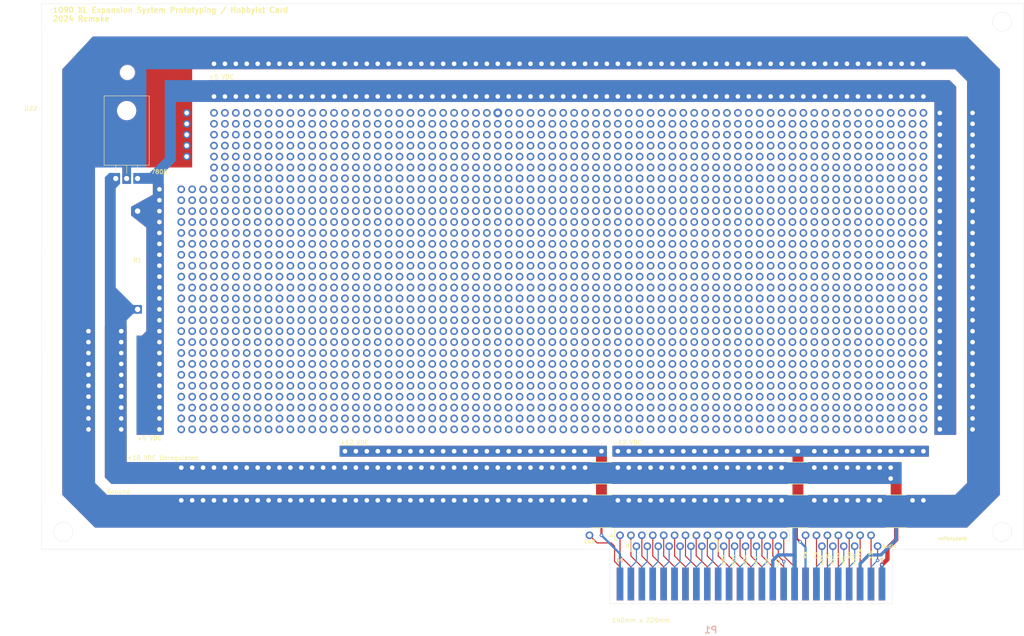
<source format=kicad_pcb>
(kicad_pcb (version 20221018) (generator pcbnew)
  (layers (0 "F.Cu" signal) (31 "B.Cu" signal) (34 "B.Paste" user) (35 "F.Paste" user) (36 "B.SilkS" user "B.Silkscreen") (37 "F.SilkS" user "F.Silkscreen") (38 "B.Mask" user) (39 "F.Mask" user) (44 "Edge.Cuts" user))
  (net 0 "")
  (net 1 "+5VDC")
  (net 2 "+12VDC")
  (net 3 "-12VDC")
  (net 4 "GND")
  (net 5 "+10VDC")
  (net 6 "/EXTSEL")
  (net 7 "Audio")
  (net 8 "EXTENB")
  (net 9 "B_REF")
  (net 10 "/MPD")
  (net 11 "RDY")
  (net 12 "IRQ")
  (net 13 "AC")
  (net 14 "B_RST")
  (net 15 "Card_Sel")
  (net 16 "AB_Sel")
  (net 17 "B_RW")
  (net 18 "B_A15")
  (net 19 "B_A14")
  (net 20 "B_PHI2")
  (net 21 "B_A13")
  (net 22 "B_A12")
  (net 23 "+5VDC_Ref")
  (net 24 "B_A11")
  (net 25 "CGR")
  (net 26 "B_A01")
  (net 27 "B_A02")
  (net 28 "B_A03")
  (net 29 "B_A04")
  (net 30 "B_A05")
  (net 31 "B_A06")
  (net 32 "B_A07")
  (net 33 "B_A08")
  (net 34 "B_A09")
  (net 35 "B_A10")
  (net 36 "B_D0")
  (net 37 "B_A00")
  (net 38 "B_D1")
  (net 39 "B_D2")
  (net 40 "B_D3")
  (net 41 "B_D4")
  (net 42 "B_D5")
  (net 43 "B_D6")
  (net 44 "B_D7")
  (net 45 "DB_Sel")
  (net 46 "R1")
  (net 47 "R2")
  (net 48 "R3")
  (footprint "Package_TO_SOT_THT:TO-220F-3_Horizontal_TabDown" (layer "F.Cu") (at 50.292 57.945)
    (fp_text reference "U22")
    (fp_text value "LCV7805")
  )
  (footprint "1090:Edge-50" (layer "F.Cu") (at 187.9467 153.5812)
    (fp_text reference "P1")
    (fp_text value "80cvc_50_edgecard" hide)
  )
  (gr_line (start 207.01 142.24) (end 206.502 142.24) (stroke (width 0.15)) (layer "F.SilkS"))
  (gr_line (start 170.18 142.24) (end 170.18 144.78) (stroke (width 0.15)) (layer "F.SilkS"))
  (gr_line (start 190.5 142.24) (end 190.5 144.78) (stroke (width 0.15)) (layer "F.SilkS"))
  (gr_line (start 190.5 142.24) (end 189.992 142.24) (stroke (width 0.15)) (layer "F.SilkS"))
  (gr_line (start 190.5 144.78) (end 189.992 144.78) (stroke (width 0.15)) (layer "F.SilkS"))
  (gr_line (start 206.756 129.032) (end 211.328 129.032) (stroke (width 0.15)) (layer "F.SilkS"))
  (gr_line (start 161.036 123.952) (end 165.608 123.952) (stroke (width 0.15)) (layer "F.SilkS"))
  (gr_line (start 170.18 144.78) (end 170.688 144.78) (stroke (width 0.15)) (layer "F.SilkS"))
  (gr_line (start 166.37 142.24) (end 166.878 142.24) (stroke (width 0.15)) (layer "F.SilkS"))
  (gr_line (start 229.616 139.192) (end 234.188 139.192) (stroke (width 0.15)) (layer "F.SilkS"))
  (gr_line (start 229.616 131.572) (end 234.188 131.572) (stroke (width 0.15)) (layer "F.SilkS"))
  (gr_line (start 166.37 139.7) (end 166.878 139.7) (stroke (width 0.15)) (layer "F.SilkS"))
  (gr_line (start 166.37 139.7) (end 166.37 142.24) (stroke (width 0.15)) (layer "F.SilkS"))
  (gr_line (start 206.756 131.572) (end 211.328 131.572) (stroke (width 0.15)) (layer "F.SilkS"))
  (gr_line (start 170.18 142.24) (end 170.688 142.24) (stroke (width 0.15)) (layer "F.SilkS"))
  (gr_line (start 161.036 139.192) (end 165.608 139.192) (stroke (width 0.15)) (layer "F.SilkS"))
  (gr_line (start 207.01 139.7) (end 206.502 139.7) (stroke (width 0.15)) (layer "F.SilkS"))
  (gr_line (start 207.01 139.7) (end 207.01 142.24) (stroke (width 0.15)) (layer "F.SilkS"))
  (gr_line (start 161.036 131.572) (end 165.608 131.572) (stroke (width 0.15)) (layer "F.SilkS"))
  (gr_line (start 161.036 129.032) (end 165.608 129.032) (stroke (width 0.15)) (layer "F.SilkS"))
  (gr_line (start 206.756 123.952) (end 211.328 123.952) (stroke (width 0.15)) (layer "F.SilkS"))
  (gr_line (start 206.756 139.192) (end 211.328 139.192) (stroke (width 0.15)) (layer "F.SilkS"))
  (gr_line (start 165.2367 144.24) (end 165.2367 156.94) (stroke (width 0.05)) (layer "Edge.Cuts"))
  (gr_line (start 261.6367 17.25) (end 33.0167 17.25) (stroke (width 0.05)) (layer "Edge.Cuts"))
  (gr_line (start 165.2367 156.94) (end 230.9767 156.94) (stroke (width 0.05)) (layer "Edge.Cuts"))
  (gr_circle (center 53 33.274) (end 54.75 33.274) (stroke (width 0.1)) (fill none) (layer "Edge.Cuts"))
  (gr_circle (center 256.54658 21.43396) (end 258.7767 21.43396) (stroke (width 0.05)) (fill none) (layer "Edge.Cuts"))
  (gr_circle (center 38.10658 140.18) (end 40.3367 140.18) (stroke (width 0.05)) (fill none) (layer "Edge.Cuts"))
  (gr_line (start 261.6367 144.23) (end 261.6367 17.25) (stroke (width 0.05)) (layer "Edge.Cuts"))
  (gr_line (start 33.0167 17.25) (end 33.0067 144.24) (stroke (width 0.05)) (layer "Edge.Cuts"))
  (gr_circle (center 256.5467 140.17988) (end 258.77682 140.17988) (stroke (width 0.05)) (fill none) (layer "Edge.Cuts"))
  (gr_line (start 230.9767 144.23) (end 261.6367 144.23) (stroke (width 0.05)) (layer "Edge.Cuts"))
  (gr_line (start 33.0067 144.24) (end 165.2367 144.24) (stroke (width 0.05)) (layer "Edge.Cuts"))
  (gr_line (start 230.9767 156.94) (end 230.9767 144.23) (stroke (width 0.05)) (layer "Edge.Cuts"))
  (gr_text "2" (at 228.6 146.812) (layer "B.SilkS") (effects (font (size 0.8128 0.8128)) (justify mirror)))
  (gr_text "50" (at 167.64 146.812) (layer "B.SilkS") (effects (font (size 0.8128 0.8128)) (justify mirror)))
  (gr_text "Audio" (at 228.5 143.5) (layer "F.SilkS") (effects (font (size 0.8128 0.8128)) (justify left)))
  (gr_text "-12 VDC" (at 165.862 119.38) (layer "F.SilkS") (effects (font (size 1 1)) (justify left)))
  (gr_text "1" (at 228.6 146.812) (layer "F.SilkS") (effects (font (size 0.8128 0.8128))))
  (gr_text "o2" (at 204.47 148 90) (layer "F.SilkS") (effects (font (size 0.8128 0.8128)) (justify left)))
  (gr_text "RST" (at 217.17 148 90) (layer "F.SilkS") (effects (font (size 0.8128 0.8128)) (justify left)))
  (gr_text "+12 VDC" (at 102.362 119.38) (layer "F.SilkS") (effects (font (size 1 1)) (justify left)))
  (gr_text "A" (at 165.608 140.97) (layer "F.SilkS") (effects (font (size 0.8128 0.8128))))
  (gr_text "HLT" (at 199.25 148 90) (layer "F.SilkS") (effects (font (size 0.8128 0.8128)) (justify left)))
  (gr_text "D" (at 169.418 143.51) (layer "F.SilkS") (effects (font (size 0.8128 0.8128))))
  (gr_text "RD4" (at 196.75 148 90) (layer "F.SilkS") (effects (font (size 0.8128 0.8128)) (justify left)))
  (gr_text "CS" (at 213.36 146.5 90) (layer "F.SilkS") (effects (font (size 0.8128 0.8128)) (justify left)))
  (gr_text "reifsnyderb" (at 245 141.75) (layer "F.SilkS") (effects (font (size 0.8128 0.8128))))
  (gr_text "EEN" (at 223.5 146.5 90) (layer "F.SilkS") (effects (font (size 0.8128 0.8128)) (justify left)))
  (gr_text "ESL" (at 226 146.5 90) (layer "F.SilkS") (effects (font (size 0.8128 0.8128)) (justify left)))
  (gr_text "+5 VDC" (at 71.882 34.29) (layer "F.SilkS") (effects (font (size 1 1)) (justify left)))
  (gr_text "MPD" (at 222.25 148 90) (layer "F.SilkS") (effects (font (size 0.8128 0.8128)) (justify left)))
  (gr_text "DBS" (at 191.75 148 90) (layer "F.SilkS") (effects (font (size 0.8128 0.8128)) (justify left)))
  (gr_text "IRQ" (at 219.71 148 90) (layer "F.SilkS") (effects (font (size 0.8128 0.8128)) (justify left)))
  (gr_text "5R" (at 202 148 90) (layer "F.SilkS") (effects (font (size 0.8128 0.8128)) (justify left)))
  (gr_text "ABS" (at 214.63 148 90) (layer "F.SilkS") (effects (font (size 0.8128 0.8128)) (justify left)))
  (gr_text "1090 XL Expansion System Prototyping / Hobbyist Card\n2024 Remake" (at 35.5 19.75) (layer "F.SilkS") (effects (font (size 1.27 1.27) (thickness 0.254)) (justify left)))
  (gr_text "+10 VDC Unregulated" (at 52.832 122.936) (layer "F.SilkS") (effects (font (size 1 1)) (justify left)))
  (gr_text "Ground" (at 48.26 130.81) (layer "F.SilkS") (effects (font (size 1 1)) (justify left)))
  (gr_text "R1" (at 55.372 76.962) (layer "F.SilkS") (effects (font (size 1 1))))
  (gr_text "RD" (at 221 146.5 90) (layer "F.SilkS") (effects (font (size 0.8128 0.8128)) (justify left)))
  (gr_text "49" (at 167.64 146.812) (layer "F.SilkS") (effects (font (size 0.8128 0.8128))))
  (gr_text "CGR" (at 160.528 142.494) (layer "F.SilkS") (effects (font (size 0.8128 0.8128))))
  (gr_text "AC" (at 215.9 146.5 90) (layer "F.SilkS") (effects (font (size 0.8128 0.8128)) (justify left)))
  (gr_text "RD5" (at 194.25 148 90) (layer "F.SilkS") (effects (font (size 0.8128 0.8128)) (justify left)))
  (gr_text "RW" (at 210.75 146.5 90) (layer "F.SilkS") (effects (font (size 0.8128 0.8128)) (justify left)))
  (gr_text "+5 VDC" (at 55.118 118.364) (layer "F.SilkS") (effects (font (size 1 1)) (justify left)))
  (gr_text "7805" (at 58.42 56.388) (layer "F.SilkS") (effects (font (size 1 1)) (justify left)))
  (gr_text "XE" (at 218.44 146.5 90) (layer "F.SilkS") (effects (font (size 0.8128 0.8128)) (justify left)))
  (gr_text "140mm x 229mm" (at 172.5167 160.7694) (layer "F.SilkS") (effects (font (size 1 1))))
  (via (at 121.412 113.792) (size 1.778) (drill 1.0668) (layers "F.Cu" "B.Cu") (net 0))
  (via (at 80.772 93.472) (size 1.778) (drill 1.0668) (layers "F.Cu" "B.Cu") (net 0))
  (via (at 101.092 85.852) (size 1.778) (drill 1.0668) (layers "F.Cu" "B.Cu") (net 0))
  (via (at 169.672 68.072) (size 1.778) (drill 1.0668) (layers "F.Cu" "B.Cu") (net 0))
  (via (at 73.152 96.012) (size 1.778) (drill 1.0668) (layers "F.Cu" "B.Cu") (net 0))
  (via (at 230.632 108.712) (size 1.778) (drill 1.0668) (layers "F.Cu" "B.Cu") (net 0))
  (via (at 179.832 75.692) (size 1.778) (drill 1.0668) (layers "F.Cu" "B.Cu") (net 0))
  (via (at 233.172 60.452) (size 1.778) (drill 1.0668) (layers "F.Cu" "B.Cu") (net 0))
  (via (at 106.172 80.772) (size 1.778) (drill 1.0668) (layers "F.Cu" "B.Cu") (net 0))
  (via (at 177.292 75.692) (size 1.778) (drill 1.0668) (layers "F.Cu" "B.Cu") (net 0))
  (via (at 118.872 103.632) (size 1.778) (drill 1.0668) (layers "F.Cu" "B.Cu") (net 0))
  (via (at 126.492 62.992) (size 1.778) (drill 1.0668) (layers "F.Cu" "B.Cu") (net 0))
  (via (at 90.932 106.172) (size 1.778) (drill 1.0668) (layers "F.Cu" "B.Cu") (net 0))
  (via (at 146.812 98.552) (size 1.778) (drill 1.0668) (layers "F.Cu" "B.Cu") (net 0))
  (via (at 139.192 75.692) (size 1.778) (drill 1.0668) (layers "F.Cu" "B.Cu") (net 0))
  (via (at 144.272 103.632) (size 1.778) (drill 1.0668) (layers "F.Cu" "B.Cu") (net 0))
  (via (at 167.132 57.912) (size 1.778) (drill 1.0668) (layers "F.Cu" "B.Cu") (net 0))
  (via (at 207.772 57.912) (size 1.778) (drill 1.0668) (layers "F.Cu" "B.Cu") (net 0))
  (via (at 205.232 75.692) (size 1.778) (drill 1.0668) (layers "F.Cu" "B.Cu") (net 0))
  (via (at 223.012 111.252) (size 1.778) (drill 1.0668) (layers "F.Cu" "B.Cu") (net 0))
  (via (at 136.652 57.912) (size 1.778) (drill 1.0668) (layers "F.Cu" "B.Cu") (net 0))
  (via (at 139.192 42.672) (size 2.032) (drill 1.0668) (layers "F.Cu" "B.Cu") (net 0))
  (via (at 207.772 70.612) (size 1.778) (drill 1.0668) (layers "F.Cu" "B.Cu") (net 0))
  (via (at 174.752 90.932) (size 1.778) (drill 1.0668) (layers "F.Cu" "B.Cu") (net 0))
  (via (at 223.012 78.232) (size 1.778) (drill 1.0668) (layers "F.Cu" "B.Cu") (net 0))
  (via (at 131.572 62.992) (size 1.778) (drill 1.0668) (layers "F.Cu" "B.Cu") (net 0))
  (via (at 70.612 96.012) (size 1.778) (drill 1.0668) (layers "F.Cu" "B.Cu") (net 0))
  (via (at 121.412 70.612) (size 1.778) (drill 1.0668) (layers "F.Cu" "B.Cu") (net 0))
  (via (at 172.212 60.452) (size 1.778) (drill 1.0668) (layers "F.Cu" "B.Cu") (net 0))
  (via (at 106.172 78.232) (size 1.778) (drill 1.0668) (layers "F.Cu" "B.Cu") (net 0))
  (via (at 141.732 106.172) (size 1.778) (drill 1.0668) (layers "F.Cu" "B.Cu") (net 0))
  (via (at 225.552 45.212) (size 1.778) (drill 1.0668) (layers "F.Cu" "B.Cu") (net 0))
  (via (at 225.552 70.612) (size 1.778) (drill 1.0668) (layers "F.Cu" "B.Cu") (net 0))
  (via (at 215.392 93.472) (size 1.778) (drill 1.0668) (layers "F.Cu" "B.Cu") (net 0))
  (via (at 212.852 88.392) (size 1.778) (drill 1.0668) (layers "F.Cu" "B.Cu") (net 0))
  (via (at 116.332 75.692) (size 1.778) (drill 1.0668) (layers "F.Cu" "B.Cu") (net 0))
  (via (at 212.852 101.092) (size 1.778) (drill 1.0668) (layers "F.Cu" "B.Cu") (net 0))
  (via (at 126.492 57.912) (size 1.778) (drill 1.0668) (layers "F.Cu" "B.Cu") (net 0))
  (via (at 164.592 85.852) (size 1.778) (drill 1.0668) (layers "F.Cu" "B.Cu") (net 0))
  (via (at 220.472 111.252) (size 1.778) (drill 1.0668) (layers "F.Cu" "B.Cu") (net 0))
  (via (at 159.512 50.292) (size 1.778) (drill 1.0668) (layers "F.Cu" "B.Cu") (net 0))
  (via (at 215.392 83.312) (size 1.778) (drill 1.0668) (layers "F.Cu" "B.Cu") (net 0))
  (via (at 195.072 68.072) (size 1.778) (drill 1.0668) (layers "F.Cu" "B.Cu") (net 0))
  (via (at 106.172 88.392) (size 1.778) (drill 1.0668) (layers "F.Cu" "B.Cu") (net 0))
  (via (at 106.172 62.992) (size 1.778) (drill 1.0668) (layers "F.Cu" "B.Cu") (net 0))
  (via (at 68.072 65.532) (size 1.778) (drill 1.0668) (layers "F.Cu" "B.Cu") (net 0))
  (via (at 220.472 85.852) (size 1.778) (drill 1.0668) (layers "F.Cu" "B.Cu") (net 0))
  (via (at 192.532 50.292) (size 1.778) (drill 1.0668) (layers "F.Cu" "B.Cu") (net 0))
  (via (at 230.632 113.792) (size 1.778) (drill 1.0668) (layers "F.Cu" "B.Cu") (net 0))
  (via (at 225.552 80.772) (size 1.778) (drill 1.0668) (layers "F.Cu" "B.Cu") (net 0))
  (via (at 192.532 103.632) (size 1.778) (drill 1.0668) (layers "F.Cu" "B.Cu") (net 0))
  (via (at 139.192 62.992) (size 1.778) (drill 1.0668) (layers "F.Cu" "B.Cu") (net 0))
  (via (at 136.652 116.332) (size 1.778) (drill 1.0668) (layers "F.Cu" "B.Cu") (net 0))
  (via (at 167.132 101.092) (size 1.778) (drill 1.0668) (layers "F.Cu" "B.Cu") (net 0))
  (via (at 98.552 116.332) (size 1.778) (drill 1.0668) (layers "F.Cu" "B.Cu") (net 0))
  (via (at 149.352 83.312) (size 1.778) (drill 1.0668) (layers "F.Cu" "B.Cu") (net 0))
  (via (at 169.672 116.332) (size 1.778) (drill 1.0668) (layers "F.Cu" "B.Cu") (net 0))
  (via (at 73.152 111.252) (size 1.778) (drill 1.0668) (layers "F.Cu" "B.Cu") (net 0))
  (via (at 156.972 90.932) (size 1.778) (drill 1.0668) (layers "F.Cu" "B.Cu") (net 0))
  (via (at 197.612 57.912) (size 1.778) (drill 1.0668) (layers "F.Cu" "B.Cu") (net 0))
  (via (at 212.852 60.452) (size 1.778) (drill 1.0668) (layers "F.Cu" "B.Cu") (net 0))
  (via (at 174.752 47.752) (size 1.778) (drill 1.0668) (layers "F.Cu" "B.Cu") (net 0))
  (via (at 113.792 80.772) (size 1.778) (drill 1.0668) (layers "F.Cu" "B.Cu") (net 0))
  (via (at 75.692 93.472) (size 1.778) (drill 1.0668) (layers "F.Cu" "B.Cu") (net 0))
  (via (at 88.392 111.252) (size 1.778) (drill 1.0668) (layers "F.Cu" "B.Cu") (net 0))
  (via (at 212.852 106.172) (size 1.778) (drill 1.0668) (layers "F.Cu" "B.Cu") (net 0))
  (via (at 172.212 50.292) (size 1.778) (drill 1.0668) (layers "F.Cu" "B.Cu") (net 0))
  (via (at 93.472 65.532) (size 1.778) (drill 1.0668) (layers "F.Cu" "B.Cu") (net 0))
  (via (at 126.492 85.852) (size 1.778) (drill 1.0668) (layers "F.Cu" "B.Cu") (net 0))
  (via (at 210.312 96.012) (size 1.778) (drill 1.0668) (layers "F.Cu" "B.Cu") (net 0))
  (via (at 123.952 106.172) (size 1.778) (drill 1.0668) (layers "F.Cu" "B.Cu") (net 0))
  (via (at 233.172 85.852) (size 1.778) (drill 1.0668) (layers "F.Cu" "B.Cu") (net 0))
  (via (at 108.712 73.152) (size 1.778) (drill 1.0668) (layers "F.Cu" "B.Cu") (net 0))
  (via (at 189.992 75.692) (size 1.778) (drill 1.0668) (layers "F.Cu" "B.Cu") (net 0))
  (via (at 90.932 65.532) (size 1.778) (drill 1.0668) (layers "F.Cu" "B.Cu") (net 0))
  (via (at 103.632 42.672) (size 1.778) (drill 1.0668) (layers "F.Cu" "B.Cu") (net 0))
  (via (at 167.132 78.232) (size 1.778) (drill 1.0668) (layers "F.Cu" "B.Cu") (net 0))
  (via (at 144.272 90.932) (size 1.778) (drill 1.0668) (layers "F.Cu" "B.Cu") (net 0))
  (via (at 149.352 52.832) (size 1.778) (drill 1.0668) (layers "F.Cu" "B.Cu") (net 0))
  (via (at 118.872 108.712) (size 1.778) (drill 1.0668) (layers "F.Cu" "B.Cu") (net 0))
  (via (at 80.772 90.932) (size 1.778) (drill 1.0668) (layers "F.Cu" "B.Cu") (net 0))
  (via (at 111.252 108.712) (size 1.778) (drill 1.0668) (layers "F.Cu" "B.Cu") (net 0))
  (via (at 101.092 90.932) (size 1.778) (drill 1.0668) (layers "F.Cu" "B.Cu") (net 0))
  (via (at 131.572 78.232) (size 1.778) (drill 1.0668) (layers "F.Cu" "B.Cu") (net 0))
  (via (at 73.152 78.232) (size 1.778) (drill 1.0668) (layers "F.Cu" "B.Cu") (net 0))
  (via (at 207.772 50.292) (size 1.778) (drill 1.0668) (layers "F.Cu" "B.Cu") (net 0))
  (via (at 159.512 113.792) (size 1.778) (drill 1.0668) (layers "F.Cu" "B.Cu") (net 0))
  (via (at 108.712 85.852) (size 1.778) (drill 1.0668) (layers "F.Cu" "B.Cu") (net 0))
  (via (at 164.592 57.912) (size 1.778) (drill 1.0668) (layers "F.Cu" "B.Cu") (net 0))
  (via (at 111.252 98.552) (size 1.778) (drill 1.0668) (layers "F.Cu" "B.Cu") (net 0))
  (via (at 129.032 55.372) (size 1.778) (drill 1.0668) (layers "F.Cu" "B.Cu") (net 0))
  (via (at 200.152 68.072) (size 1.778) (drill 1.0668) (layers "F.Cu" "B.Cu") (net 0))
  (via (at 167.132 96.012) (size 1.778) (drill 1.0668) (layers "F.Cu" "B.Cu") (net 0))
  (via (at 169.672 80.772) (size 1.778) (drill 1.0668) (layers "F.Cu" "B.Cu") (net 0))
  (via (at 164.592 68.072) (size 1.778) (drill 1.0668) (layers "F.Cu" "B.Cu") (net 0))
  (via (at 83.312 73.152) (size 1.778) (drill 1.0668) (layers "F.Cu" "B.Cu") (net 0))
  (via (at 126.492 78.232) (size 1.778) (drill 1.0668) (layers "F.Cu" "B.Cu") (net 0))
  (via (at 167.132 80.772) (size 1.778) (drill 1.0668) (layers "F.Cu" "B.Cu") (net 0))
  (via (at 123.952 55.372) (size 1.778) (drill 1.0668) (layers "F.Cu" "B.Cu") (net 0))
  (via (at 169.672 78.232) (size 1.778) (drill 1.0668) (layers "F.Cu" "B.Cu") (net 0))
  (via (at 233.172 103.632) (size 1.778) (drill 1.0668) (layers "F.Cu" "B.Cu") (net 0))
  (via (at 116.332 73.152) (size 1.778) (drill 1.0668) (layers "F.Cu" "B.Cu") (net 0))
  (via (at 156.972 55.372) (size 1.778) (drill 1.0668) (layers "F.Cu" "B.Cu") (net 0))
  (via (at 189.992 60.452) (size 1.778) (drill 1.0668) (layers "F.Cu" "B.Cu") (net 0))
  (via (at 177.292 50.292) (size 1.778) (drill 1.0668) (layers "F.Cu" "B.Cu") (net 0))
  (via (at 103.632 57.912) (size 1.778) (drill 1.0668) (layers "F.Cu" "B.Cu") (net 0))
  (via (at 179.832 90.932) (size 1.778) (drill 1.0668) (layers "F.Cu" "B.Cu") (net 0))
  (via (at 90.932 57.912) (size 1.778) (drill 1.0668) (layers "F.Cu" "B.Cu") (net 0))
  (via (at 93.472 52.832) (size 1.778) (drill 1.0668) (layers "F.Cu" "B.Cu") (net 0))
  (via (at 164.592 55.372) (size 1.778) (drill 1.0668) (layers "F.Cu" "B.Cu") (net 0))
  (via (at 106.172 116.332) (size 1.778) (drill 1.0668) (layers "F.Cu" "B.Cu") (net 0))
  (via (at 134.112 111.252) (size 1.778) (drill 1.0668) (layers "F.Cu" "B.Cu") (net 0))
  (via (at 78.232 111.252) (size 1.778) (drill 1.0668) (layers "F.Cu" "B.Cu") (net 0))
  (via (at 85.852 68.072) (size 1.778) (drill 1.0668) (layers "F.Cu" "B.Cu") (net 0))
  (via (at 162.052 83.312) (size 1.778) (drill 1.0668) (layers "F.Cu" "B.Cu") (net 0))
  (via (at 96.012 80.772) (size 1.778) (drill 1.0668) (layers "F.Cu" "B.Cu") (net 0))
  (via (at 126.492 106.172) (size 1.778) (drill 1.0668) (layers "F.Cu" "B.Cu") (net 0))
  (via (at 210.312 57.912) (size 1.778) (drill 1.0668) (layers "F.Cu" "B.Cu") (net 0))
  (via (at 151.892 70.612) (size 1.778) (drill 1.0668) (layers "F.Cu" "B.Cu") (net 0))
  (via (at 88.392 83.312) (size 1.778) (drill 1.0668) (layers "F.Cu" "B.Cu") (net 0))
  (via (at 225.552 90.932) (size 1.778) (drill 1.0668) (layers "F.Cu" "B.Cu") (net 0))
  (via (at 207.772 78.232) (size 1.778) (drill 1.0668) (layers "F.Cu" "B.Cu") (net 0))
  (via (at 164.592 50.292) (size 1.778) (drill 1.0668) (layers "F.Cu" "B.Cu") (net 0))
  (via (at 189.992 88.392) (size 1.778) (drill 1.0668) (layers "F.Cu" "B.Cu") (net 0))
  (via (at 141.732 88.392) (size 1.778) (drill 1.0668) (layers "F.Cu" "B.Cu") (net 0))
  (via (at 85.852 65.532) (size 1.778) (drill 1.0668) (layers "F.Cu" "B.Cu") (net 0))
  (via (at 129.032 93.472) (size 1.778) (drill 1.0668) (layers "F.Cu" "B.Cu") (net 0))
  (via (at 230.632 111.252) (size 1.778) (drill 1.0668) (layers "F.Cu" "B.Cu") (net 0))
  (via (at 184.912 90.932) (size 1.778) (drill 1.0668) (layers "F.Cu" "B.Cu") (net 0))
  (via (at 106.172 98.552) (size 1.778) (drill 1.0668) (layers "F.Cu" "B.Cu") (net 0))
  (via (at 223.012 65.532) (size 1.778) (drill 1.0668) (layers "F.Cu" "B.Cu") (net 0))
  (via (at 126.492 90.932) (size 1.778) (drill 1.0668) (layers "F.Cu" "B.Cu") (net 0))
  (via (at 83.312 42.672) (size 1.778) (drill 1.0668) (layers "F.Cu" "B.Cu") (net 0))
  (via (at 101.092 78.232) (size 1.778) (drill 1.0668) (layers "F.Cu" "B.Cu") (net 0))
  (via (at 134.112 45.212) (size 1.778) (drill 1.0668) (layers "F.Cu" "B.Cu") (net 0))
  (via (at 172.212 83.312) (size 1.778) (drill 1.0668) (layers "F.Cu" "B.Cu") (net 0))
  (via (at 80.772 75.692) (size 1.778) (drill 1.0668) (layers "F.Cu" "B.Cu") (net 0))
  (via (at 85.852 62.992) (size 1.778) (drill 1.0668) (layers "F.Cu" "B.Cu") (net 0))
  (via (at 108.712 90.932) (size 1.778) (drill 1.0668) (layers "F.Cu" "B.Cu") (net 0))
  (via (at 129.032 85.852) (size 1.778) (drill 1.0668) (layers "F.Cu" "B.Cu") (net 0))
  (via (at 123.952 93.472) (size 1.778) (drill 1.0668) (layers "F.Cu" "B.Cu") (net 0))
  (via (at 101.092 83.312) (size 1.778) (drill 1.0668) (layers "F.Cu" "B.Cu") (net 0))
  (via (at 184.912 55.372) (size 1.778) (drill 1.0668) (layers "F.Cu" "B.Cu") (net 0))
  (via (at 146.812 68.072) (size 1.778) (drill 1.0668) (layers "F.Cu" "B.Cu") (net 0))
  (via (at 126.492 88.392) (size 1.778) (drill 1.0668) (layers "F.Cu" "B.Cu") (net 0))
  (via (at 202.692 45.212) (size 1.778) (drill 1.0668) (layers "F.Cu" "B.Cu") (net 0))
  (via (at 225.552 113.792) (size 1.778) (drill 1.0668) (layers "F.Cu" "B.Cu") (net 0))
  (via (at 134.112 96.012) (size 1.778) (drill 1.0668) (layers "F.Cu" "B.Cu") (net 0))
  (via (at 172.212 55.372) (size 1.778) (drill 1.0668) (layers "F.Cu" "B.Cu") (net 0))
  (via (at 141.732 42.672) (size 1.778) (drill 1.0668) (layers "F.Cu" "B.Cu") (net 0))
  (via (at 177.292 52.832) (size 1.778) (drill 1.0668) (layers "F.Cu" "B.Cu") (net 0))
  (via (at 162.052 42.672) (size 1.778) (drill 1.0668) (layers "F.Cu" "B.Cu") (net 0))
  (via (at 210.312 47.752) (size 1.778) (drill 1.0668) (layers "F.Cu" "B.Cu") (net 0))
  (via (at 68.072 116.332) (size 1.778) (drill 1.0668) (layers "F.Cu" "B.Cu") (net 0))
  (via (at 129.032 101.092) (size 1.778) (drill 1.0668) (layers "F.Cu" "B.Cu") (net 0))
  (via (at 210.312 98.552) (size 1.778) (drill 1.0668) (layers "F.Cu" "B.Cu") (net 0))
  (via (at 169.672 50.292) (size 1.778) (drill 1.0668) (layers "F.Cu" "B.Cu") (net 0))
  (via (at 149.352 68.072) (size 1.778) (drill 1.0668) (layers "F.Cu" "B.Cu") (net 0))
  (via (at 177.292 116.332) (size 1.778) (drill 1.0668) (layers "F.Cu" "B.Cu") (net 0))
  (via (at 207.772 101.092) (size 1.778) (drill 1.0668) (layers "F.Cu" "B.Cu") (net 0))
  (via (at 116.332 55.372) (size 1.778) (drill 1.0668) (layers "F.Cu" "B.Cu") (net 0))
  (via (at 146.812 111.252) (size 1.778) (drill 1.0668) (layers "F.Cu" "B.Cu") (net 0))
  (via (at 197.612 83.312) (size 1.778) (drill 1.0668) (layers "F.Cu" "B.Cu") (net 0))
  (via (at 93.472 62.992) (size 1.778) (drill 1.0668) (layers "F.Cu" "B.Cu") (net 0))
  (via (at 106.172 90.932) (size 1.778) (drill 1.0668) (layers "F.Cu" "B.Cu") (net 0))
  (via (at 195.072 55.372) (size 1.778) (drill 1.0668) (layers "F.Cu" "B.Cu") (net 0))
  (via (at 187.452 96.012) (size 1.778) (drill 1.0668) (layers "F.Cu" "B.Cu") (net 0))
  (via (at 228.092 55.372) (size 1.778) (drill 1.0668) (layers "F.Cu" "B.Cu") (net 0))
  (via (at 207.772 93.472) (size 1.778) (drill 1.0668) (layers "F.Cu" "B.Cu") (net 0))
  (via (at 164.592 103.632) (size 1.778) (drill 1.0668) (layers "F.Cu" "B.Cu") (net 0))
  (via (at 223.012 68.072) (size 1.778) (drill 1.0668) (layers "F.Cu" "B.Cu") (net 0))
  (via (at 121.412 108.712) (size 1.778) (drill 1.0668) (layers "F.Cu" "B.Cu") (net 0))
  (via (at 111.252 96.012) (size 1.778) (drill 1.0668) (layers "F.Cu" "B.Cu") (net 0))
  (via (at 217.932 98.552) (size 1.778) (drill 1.0668) (layers "F.Cu" "B.Cu") (net 0))
  (via (at 210.312 83.312) (size 1.778) (drill 1.0668) (layers "F.Cu" "B.Cu") (net 0))
  (via (at 111.252 106.172) (size 1.778) (drill 1.0668) (layers "F.Cu" "B.Cu") (net 0))
  (via (at 187.452 73.152) (size 1.778) (drill 1.0668) (layers "F.Cu" "B.Cu") (net 0))
  (via (at 78.232 80.772) (size 1.778) (drill 1.0668) (layers "F.Cu" "B.Cu") (net 0))
  (via (at 189.992 62.992) (size 1.778) (drill 1.0668) (layers "F.Cu" "B.Cu") (net 0))
  (via (at 75.692 73.152) (size 1.778) (drill 1.0668) (layers "F.Cu" "B.Cu") (net 0))
  (via (at 111.252 50.292) (size 1.778) (drill 1.0668) (layers "F.Cu" "B.Cu") (net 0))
  (via (at 134.112 75.692) (size 1.778) (drill 1.0668) (layers "F.Cu" "B.Cu") (net 0))
  (via (at 65.532 93.472) (size 1.778) (drill 1.0668) (layers "F.Cu" "B.Cu") (net 0))
  (via (at 73.152 73.152) (size 1.778) (drill 1.0668) (layers "F.Cu" "B.Cu") (net 0))
  (via (at 141.732 90.932) (size 1.778) (drill 1.0668) (layers "F.Cu" "B.Cu") (net 0))
  (via (at 108.712 106.172) (size 1.778) (drill 1.0668) (layers "F.Cu" "B.Cu") (net 0))
  (via (at 174.752 80.772) (size 1.778) (drill 1.0668) (layers "F.Cu" "B.Cu") (net 0))
  (via (at 134.112 47.752) (size 1.778) (drill 1.0668) (layers "F.Cu" "B.Cu") (net 0))
  (via (at 136.652 93.472) (size 1.778) (drill 1.0668) (layers "F.Cu" "B.Cu") (net 0))
  (via (at 228.092 113.792) (size 1.778) (drill 1.0668) (layers "F.Cu" "B.Cu") (net 0))
  (via (at 238.252 108.712) (size 1.778) (drill 1.0668) (layers "F.Cu" "B.Cu") (net 0))
  (via (at 187.452 65.532) (size 1.778) (drill 1.0668) (layers "F.Cu" "B.Cu") (net 0))
  (via (at 230.632 65.532) (size 1.778) (drill 1.0668) (layers "F.Cu" "B.Cu") (net 0))
  (via (at 187.452 103.632) (size 1.778) (drill 1.0668) (layers "F.Cu" "B.Cu") (net 0))
  (via (at 93.472 70.612) (size 1.778) (drill 1.0668) (layers "F.Cu" "B.Cu") (net 0))
  (via (at 228.092 68.072) (size 1.778) (drill 1.0668) (layers "F.Cu" "B.Cu") (net 0))
  (via (at 192.532 52.832) (size 1.778) (drill 1.0668) (layers "F.Cu" "B.Cu") (net 0))
  (via (at 151.892 75.692) (size 1.778) (drill 1.0668) (layers "F.Cu" "B.Cu") (net 0))
  (via (at 106.172 93.472) (size 1.778) (drill 1.0668) (layers "F.Cu" "B.Cu") (net 0))
  (via (at 116.332 98.552) (size 1.778) (drill 1.0668) (layers "F.Cu" "B.Cu") (net 0))
  (via (at 78.232 116.332) (size 1.778) (drill 1.0668) (layers "F.Cu" "B.Cu") (net 0))
  (via (at 90.932 42.672) (size 1.778) (drill 1.0668) (layers "F.Cu" "B.Cu") (net 0))
  (via (at 202.692 88.392) (size 1.778) (drill 1.0668) (layers "F.Cu" "B.Cu") (net 0))
  (via (at 78.232 65.532) (size 1.778) (drill 1.0668) (layers "F.Cu" "B.Cu") (net 0))
  (via (at 116.332 57.912) (size 1.778) (drill 1.0668) (layers "F.Cu" "B.Cu") (net 0))
  (via (at 139.192 52.832) (size 1.778) (drill 1.0668) (layers "F.Cu" "B.Cu") (net 0))
  (via (at 80.772 96.012) (size 1.778) (drill 1.0668) (layers "F.Cu" "B.Cu") (net 0))
  (via (at 106.172 75.692) (size 1.778) (drill 1.0668) (layers "F.Cu" "B.Cu") (net 0))
  (via (at 131.572 96.012) (size 1.778) (drill 1.0668) (layers "F.Cu" "B.Cu") (net 0))
  (via (at 182.372 85.852) (size 1.778) (drill 1.0668) (layers "F.Cu" "B.Cu") (net 0))
  (via (at 169.672 93.472) (size 1.778) (drill 1.0668) (layers "F.Cu" "B.Cu") (net 0))
  (via (at 210.312 116.332) (size 1.778) (drill 1.0668) (layers "F.Cu" "B.Cu") (net 0))
  (via (at 96.012 60.452) (size 1.778) (drill 1.0668) (layers "F.Cu" "B.Cu") (net 0))
  (via (at 220.472 96.012) (size 1.778) (drill 1.0668) (layers "F.Cu" "B.Cu") (net 0))
  (via (at 233.172 93.472) (size 1.778) (drill 1.0668) (layers "F.Cu" "B.Cu") (net 0))
  (via (at 83.312 75.692) (size 1.778) (drill 1.0668) (layers "F.Cu" "B.Cu") (net 0))
  (via (at 228.092 60.452) (size 1.778) (drill 1.0668) (layers "F.Cu" "B.Cu") (net 0))
  (via (at 139.192 106.172) (size 1.778) (drill 1.0668) (layers "F.Cu" "B.Cu") (net 0))
  (via (at 192.532 90.932) (size 1.778) (drill 1.0668) (layers "F.Cu" "B.Cu") (net 0))
  (via (at 220.472 78.232) (size 1.778) (drill 1.0668) (layers "F.Cu" "B.Cu") (net 0))
  (via (at 70.612 73.152) (size 1.778) (drill 1.0668) (layers "F.Cu" "B.Cu") (net 0))
  (via (at 200.152 78.232) (size 1.778) (drill 1.0668) (layers "F.Cu" "B.Cu") (net 0))
  (via (at 118.872 55.372) (size 1.778) (drill 1.0668) (layers "F.Cu" "B.Cu") (net 0))
  (via (at 75.692 52.832) (size 1.778) (drill 1.0668) (layers "F.Cu" "B.Cu") (net 0))
  (via (at 169.672 62.992) (size 1.778) (drill 1.0668) (layers "F.Cu" "B.Cu") (net 0))
  (via (at 195.072 96.012) (size 1.778) (drill 1.0668) (layers "F.Cu" "B.Cu") (net 0))
  (via (at 207.772 90.932) (size 1.778) (drill 1.0668) (layers "F.Cu" "B.Cu") (net 0))
  (via (at 154.432 42.672) (size 1.778) (drill 1.0668) (layers "F.Cu" "B.Cu") (net 0))
  (via (at 103.632 88.392) (size 1.778) (drill 1.0668) (layers "F.Cu" "B.Cu") (net 0))
  (via (at 139.192 116.332) (size 1.778) (drill 1.0668) (layers "F.Cu" "B.Cu") (net 0))
  (via (at 154.432 103.632) (size 1.778) (drill 1.0668) (layers "F.Cu" "B.Cu") (net 0))
  (via (at 111.252 55.372) (size 1.778) (drill 1.0668) (layers "F.Cu" "B.Cu") (net 0))
  (via (at 182.372 78.232) (size 1.778) (drill 1.0668) (layers "F.Cu" "B.Cu") (net 0))
  (via (at 80.772 88.392) (size 1.778) (drill 1.0668) (layers "F.Cu" "B.Cu") (net 0))
  (via (at 73.152 50.292) (size 1.778) (drill 1.0668) (layers "F.Cu" "B.Cu") (net 0))
  (via (at 187.452 60.452) (size 1.778) (drill 1.0668) (layers "F.Cu" "B.Cu") (net 0))
  (via (at 70.612 70.612) (size 1.778) (drill 1.0668) (layers "F.Cu" "B.Cu") (net 0))
  (via (at 129.032 47.752) (size 1.778) (drill 1.0668) (layers "F.Cu" "B.Cu") (net 0))
  (via (at 167.132 68.072) (size 1.778) (drill 1.0668) (layers "F.Cu" "B.Cu") (net 0))
  (via (at 159.512 85.852) (size 1.778) (drill 1.0668) (layers "F.Cu" "B.Cu") (net 0))
  (via (at 88.392 106.172) (size 1.778) (drill 1.0668) (layers "F.Cu" "B.Cu") (net 0))
  (via (at 118.872 80.772) (size 1.778) (drill 1.0668) (layers "F.Cu" "B.Cu") (net 0))
  (via (at 96.012 55.372) (size 1.778) (drill 1.0668) (layers "F.Cu" "B.Cu") (net 0))
  (via (at 141.732 68.072) (size 1.778) (drill 1.0668) (layers "F.Cu" "B.Cu") (net 0))
  (via (at 134.112 113.792) (size 1.778) (drill 1.0668) (layers "F.Cu" "B.Cu") (net 0))
  (via (at 103.632 85.852) (size 1.778) (drill 1.0668) (layers "F.Cu" "B.Cu") (net 0))
  (via (at 230.632 83.312) (size 1.778) (drill 1.0668) (layers "F.Cu" "B.Cu") (net 0))
  (via (at 187.452 80.772) (size 1.778) (drill 1.0668) (layers "F.Cu" "B.Cu") (net 0))
  (via (at 184.912 52.832) (size 1.778) (drill 1.0668) (layers "F.Cu" "B.Cu") (net 0))
  (via (at 215.392 62.992) (size 1.778) (drill 1.0668) (layers "F.Cu" "B.Cu") (net 0))
  (via (at 238.252 111.252) (size 1.778) (drill 1.0668) (layers "F.Cu" "B.Cu") (net 0))
  (via (at 103.632 108.712) (size 1.778) (drill 1.0668) (layers "F.Cu" "B.Cu") (net 0))
  (via (at 187.452 116.332) (size 1.778) (drill 1.0668) (layers "F.Cu" "B.Cu") (net 0))
  (via (at 121.412 47.752) (size 1.778) (drill 1.0668) (layers "F.Cu" "B.Cu") (net 0))
  (via (at 141.732 70.612) (size 1.778) (drill 1.0668) (layers "F.Cu" "B.Cu") (net 0))
  (via (at 225.552 50.292) (size 1.778) (drill 1.0668) (layers "F.Cu" "B.Cu") (net 0))
  (via (at 103.632 70.612) (size 1.778) (drill 1.0668) (layers "F.Cu" "B.Cu") (net 0))
  (via (at 149.352 98.552) (size 1.778) (drill 1.0668) (layers "F.Cu" "B.Cu") (net 0))
  (via (at 225.552 101.092) (size 1.778) (drill 1.0668) (layers "F.Cu" "B.Cu") (net 0))
  (via (at 96.012 68.072) (size 1.778) (drill 1.0668) (layers "F.Cu" "B.Cu") (net 0))
  (via (at 195.072 45.212) (size 1.778) (drill 1.0668) (layers "F.Cu" "B.Cu") (net 0))
  (via (at 217.932 60.452) (size 1.778) (drill 1.0668) (layers "F.Cu" "B.Cu") (net 0))
  (via (at 156.972 42.672) (size 1.778) (drill 1.0668) (layers "F.Cu" "B.Cu") (net 0))
  (via (at 187.452 98.552) (size 1.778) (drill 1.0668) (layers "F.Cu" "B.Cu") (net 0))
  (via (at 189.992 47.752) (size 1.778) (drill 1.0668) (layers "F.Cu" "B.Cu") (net 0))
  (via (at 235.712 80.772) (size 1.778) (drill 1.0668) (layers "F.Cu" "B.Cu") (net 0))
  (via (at 162.052 55.372) (size 1.778) (drill 1.0668) (layers "F.Cu" "B.Cu") (net 0))
  (via (at 131.572 90.932) (size 1.778) (drill 1.0668) (layers "F.Cu" "B.Cu") (net 0))
  (via (at 212.852 45.212) (size 1.778) (drill 1.0668) (layers "F.Cu" "B.Cu") (net 0))
  (via (at 90.932 113.792) (size 1.778) (drill 1.0668) (layers "F.Cu" "B.Cu") (net 0))
  (via (at 141.732 103.632) (size 1.778) (drill 1.0668) (layers "F.Cu" "B.Cu") (net 0))
  (via (at 108.712 60.452) (size 1.778) (drill 1.0668) (layers "F.Cu" "B.Cu") (net 0))
  (via (at 200.152 45.212) (size 1.778) (drill 1.0668) (layers "F.Cu" "B.Cu") (net 0))
  (via (at 172.212 57.912) (size 1.778) (drill 1.0668) (layers "F.Cu" "B.Cu") (net 0))
  (via (at 207.772 62.992) (size 1.778) (drill 1.0668) (layers "F.Cu" "B.Cu") (net 0))
  (via (at 113.792 96.012) (size 1.778) (drill 1.0668) (layers "F.Cu" "B.Cu") (net 0))
  (via (at 182.372 93.472) (size 1.778) (drill 1.0668) (layers "F.Cu" "B.Cu") (net 0))
  (via (at 80.772 55.372) (size 1.778) (drill 1.0668) (layers "F.Cu" "B.Cu") (net 0))
  (via (at 126.492 98.552) (size 1.778) (drill 1.0668) (layers "F.Cu" "B.Cu") (net 0))
  (via (at 179.832 80.772) (size 1.778) (drill 1.0668) (layers "F.Cu" "B.Cu") (net 0))
  (via (at 129.032 52.832) (size 1.778) (drill 1.0668) (layers "F.Cu" "B.Cu") (net 0))
  (via (at 118.872 50.292) (size 1.778) (drill 1.0668) (layers "F.Cu" "B.Cu") (net 0))
  (via (at 113.792 88.392) (size 1.778) (drill 1.0668) (layers "F.Cu" "B.Cu") (net 0))
  (via (at 215.392 68.072) (size 1.778) (drill 1.0668) (layers "F.Cu" "B.Cu") (net 0))
  (via (at 144.272 47.752) (size 1.778) (drill 1.0668) (layers "F.Cu" "B.Cu") (net 0))
  (via (at 68.072 80.772) (size 1.778) (drill 1.0668) (layers "F.Cu" "B.Cu") (net 0))
  (via (at 187.452 57.912) (size 1.778) (drill 1.0668) (layers "F.Cu" "B.Cu") (net 0))
  (via (at 136.652 90.932) (size 1.778) (drill 1.0668) (layers "F.Cu" "B.Cu") (net 0))
  (via (at 215.392 90.932) (size 1.778) (drill 1.0668) (layers "F.Cu" "B.Cu") (net 0))
  (via (at 238.252 62.992) (size 1.778) (drill 1.0668) (layers "F.Cu" "B.Cu") (net 0))
  (via (at 172.212 116.332) (size 1.778) (drill 1.0668) (layers "F.Cu" "B.Cu") (net 0))
  (via (at 83.312 45.212) (size 1.778) (drill 1.0668) (layers "F.Cu" "B.Cu") (net 0))
  (via (at 78.232 85.852) (size 1.778) (drill 1.0668) (layers "F.Cu" "B.Cu") (net 0))
  (via (at 113.792 62.992) (size 1.778) (drill 1.0668) (layers "F.Cu" "B.Cu") (net 0))
  (via (at 172.212 45.212) (size 1.778) (drill 1.0668) (layers "F.Cu" "B.Cu") (net 0))
  (via (at 184.912 42.672) (size 1.778) (drill 1.0668) (layers "F.Cu" "B.Cu") (net 0))
  (via (at 164.592 70.612) (size 1.778) (drill 1.0668) (layers "F.Cu" "B.Cu") (net 0))
  (via (at 126.492 103.632) (size 1.778) (drill 1.0668) (layers "F.Cu" "B.Cu") (net 0))
  (via (at 189.992 108.712) (size 1.778) (drill 1.0668) (layers "F.Cu" "B.Cu") (net 0))
  (via (at 151.892 60.452) (size 1.778) (drill 1.0668) (layers "F.Cu" "B.Cu") (net 0))
  (via (at 205.232 62.992) (size 1.778) (drill 1.0668) (layers "F.Cu" "B.Cu") (net 0))
  (via (at 80.772 62.992) (size 1.778) (drill 1.0668) (layers "F.Cu" "B.Cu") (net 0))
  (via (at 106.172 85.852) (size 1.778) (drill 1.0668) (layers "F.Cu" "B.Cu") (net 0))
  (via (at 149.352 101.092) (size 1.778) (drill 1.0668) (layers "F.Cu" "B.Cu") (net 0))
  (via (at 149.352 78.232) (size 1.778) (drill 1.0668) (layers "F.Cu" "B.Cu") (net 0))
  (via (at 159.512 68.072) (size 1.778) (drill 1.0668) (layers "F.Cu" "B.Cu") (net 0))
  (via (at 129.032 96.012) (size 1.778) (drill 1.0668) (layers "F.Cu" "B.Cu") (net 0))
  (via (at 154.432 96.012) (size 1.778) (drill 1.0668) (layers "F.Cu" "B.Cu") (net 0))
  (via (at 98.552 103.632) (size 1.778) (drill 1.0668) (layers "F.Cu" "B.Cu") (net 0))
  (via (at 215.392 88.392) (size 1.778) (drill 1.0668) (layers "F.Cu" "B.Cu") (net 0))
  (via (at 156.972 101.092) (size 1.778) (drill 1.0668) (layers "F.Cu" "B.Cu") (net 0))
  (via (at 75.692 65.532) (size 1.778) (drill 1.0668) (layers "F.Cu" "B.Cu") (net 0))
  (via (at 116.332 47.752) (size 1.778) (drill 1.0668) (layers "F.Cu" "B.Cu") (net 0))
  (via (at 210.312 52.832) (size 1.778) (drill 1.0668) (layers "F.Cu" "B.Cu") (net 0))
  (via (at 98.552 65.532) (size 1.778) (drill 1.0668) (layers "F.Cu" "B.Cu") (net 0))
  (via (at 111.252 85.852) (size 1.778) (drill 1.0668) (layers "F.Cu" "B.Cu") (net 0))
  (via (at 149.352 116.332) (size 1.778) (drill 1.0668) (layers "F.Cu" "B.Cu") (net 0))
  (via (at 228.092 83.312) (size 1.778) (drill 1.0668) (layers "F.Cu" "B.Cu") (net 0))
  (via (at 164.592 106.172) (size 1.778) (drill 1.0668) (layers "F.Cu" "B.Cu") (net 0))
  (via (at 131.572 103.632) (size 1.778) (drill 1.0668) (layers "F.Cu" "B.Cu") (net 0))
  (via (at 136.652 75.692) (size 1.778) (drill 1.0668) (layers "F.Cu" "B.Cu") (net 0))
  (via (at 126.492 108.712) (size 1.778) (drill 1.0668) (layers "F.Cu" "B.Cu") (net 0))
  (via (at 141.732 73.152) (size 1.778) (drill 1.0668) (layers "F.Cu" "B.Cu") (net 0))
  (via (at 139.192 55.372) (size 1.778) (drill 1.0668) (layers "F.Cu" "B.Cu") (net 0))
  (via (at 134.112 42.672) (size 1.778) (drill 1.0668) (layers "F.Cu" "B.Cu") (net 0))
  (via (at 113.792 52.832) (size 1.778) (drill 1.0668) (layers "F.Cu" "B.Cu") (net 0))
  (via (at 131.572 65.532) (size 1.778) (drill 1.0668) (layers "F.Cu" "B.Cu") (net 0))
  (via (at 139.192 90.932) (size 1.778) (drill 1.0668) (layers "F.Cu" "B.Cu") (net 0))
  (via (at 159.512 106.172) (size 1.778) (drill 1.0668) (layers "F.Cu" "B.Cu") (net 0))
  (via (at 233.172 80.772) (size 1.778) (drill 1.0668) (layers "F.Cu" "B.Cu") (net 0))
  (via (at 220.472 45.212) (size 1.778) (drill 1.0668) (layers "F.Cu" "B.Cu") (net 0))
  (via (at 141.732 93.472) (size 1.778) (drill 1.0668) (layers "F.Cu" "B.Cu") (net 0))
  (via (at 70.612 62.992) (size 1.778) (drill 1.0668) (layers "F.Cu" "B.Cu") (net 0))
  (via (at 238.252 90.932) (size 1.778) (drill 1.0668) (layers "F.Cu" "B.Cu") (net 0))
  (via (at 167.132 93.472) (size 1.778) (drill 1.0668) (layers "F.Cu" "B.Cu") (net 0))
  (via (at 197.612 116.332) (size 1.778) (drill 1.0668) (layers "F.Cu" "B.Cu") (net 0))
  (via (at 217.932 47.752) (size 1.778) (drill 1.0668) (layers "F.Cu" "B.Cu") (net 0))
  (via (at 139.192 111.252) (size 1.778) (drill 1.0668) (layers "F.Cu" "B.Cu") (net 0))
  (via (at 174.752 42.672) (size 1.778) (drill 1.0668) (layers "F.Cu" "B.Cu") (net 0))
  (via (at 192.532 98.552) (size 1.778) (drill 1.0668) (layers "F.Cu" "B.Cu") (net 0))
  (via (at 182.372 55.372) (size 1.778) (drill 1.0668) (layers "F.Cu" "B.Cu") (net 0))
  (via (at 212.852 93.472) (size 1.778) (drill 1.0668) (layers "F.Cu" "B.Cu") (net 0))
  (via (at 179.832 70.612) (size 1.778) (drill 1.0668) (layers "F.Cu" "B.Cu") (net 0))
  (via (at 96.012 106.172) (size 1.778) (drill 1.0668) (layers "F.Cu" "B.Cu") (net 0))
  (via (at 212.852 57.912) (size 1.778) (drill 1.0668) (layers "F.Cu" "B.Cu") (net 0))
  (via (at 131.572 98.552) (size 1.778) (drill 1.0668) (layers "F.Cu" "B.Cu") (net 0))
  (via (at 151.892 62.992) (size 1.778) (drill 1.0668) (layers "F.Cu" "B.Cu") (net 0))
  (via (at 136.652 45.212) (size 1.778) (drill 1.0668) (layers "F.Cu" "B.Cu") (net 0))
  (via (at 113.792 50.292) (size 1.778) (drill 1.0668) (layers "F.Cu" "B.Cu") (net 0))
  (via (at 68.072 96.012) (size 1.778) (drill 1.0668) (layers "F.Cu" "B.Cu") (net 0))
  (via (at 174.752 93.472) (size 1.778) (drill 1.0668) (layers "F.Cu" "B.Cu") (net 0))
  (via (at 116.332 88.392) (size 1.778) (drill 1.0668) (layers "F.Cu" "B.Cu") (net 0))
  (via (at 233.172 113.792) (size 1.778) (drill 1.0668) (layers "F.Cu" "B.Cu") (net 0))
  (via (at 195.072 50.292) (size 1.778) (drill 1.0668) (layers "F.Cu" "B.Cu") (net 0))
  (via (at 106.172 68.072) (size 1.778) (drill 1.0668) (layers "F.Cu" "B.Cu") (net 0))
  (via (at 70.612 60.452) (size 1.778) (drill 1.0668) (layers "F.Cu" "B.Cu") (net 0))
  (via (at 215.392 85.852) (size 1.778) (drill 1.0668) (layers "F.Cu" "B.Cu") (net 0))
  (via (at 68.072 68.072) (size 1.778) (drill 1.0668) (layers "F.Cu" "B.Cu") (net 0))
  (via (at 174.752 101.092) (size 1.778) (drill 1.0668) (layers "F.Cu" "B.Cu") (net 0))
  (via (at 139.192 65.532) (size 1.778) (drill 1.0668) (layers "F.Cu" "B.Cu") (net 0))
  (via (at 235.712 65.532) (size 1.778) (drill 1.0668) (layers "F.Cu" "B.Cu") (net 0))
  (via (at 80.772 47.752) (size 1.778) (drill 1.0668) (layers "F.Cu" "B.Cu") (net 0))
  (via (at 220.472 55.372) (size 1.778) (drill 1.0668) (layers "F.Cu" "B.Cu") (net 0))
  (via (at 116.332 70.612) (size 1.778) (drill 1.0668) (layers "F.Cu" "B.Cu") (net 0))
  (via (at 174.752 57.912) (size 1.778) (drill 1.0668) (layers "F.Cu" "B.Cu") (net 0))
  (via (at 98.552 85.852) (size 1.778) (drill 1.0668) (layers "F.Cu" "B.Cu") (net 0))
  (via (at 75.692 108.712) (size 1.778) (drill 1.0668) (layers "F.Cu" "B.Cu") (net 0))
  (via (at 134.112 65.532) (size 1.778) (drill 1.0668) (layers "F.Cu" "B.Cu") (net 0))
  (via (at 103.632 116.332) (size 1.778) (drill 1.0668) (layers "F.Cu" "B.Cu") (net 0))
  (via (at 233.172 50.292) (size 1.778) (drill 1.0668) (layers "F.Cu" "B.Cu") (net 0))
  (via (at 129.032 78.232) (size 1.778) (drill 1.0668) (layers "F.Cu" "B.Cu") (net 0))
  (via (at 113.792 68.072) (size 1.778) (drill 1.0668) (layers "F.Cu" "B.Cu") (net 0))
  (via (at 146.812 88.392) (size 1.778) (drill 1.0668) (layers "F.Cu" "B.Cu") (net 0))
  (via (at 184.912 93.472) (size 1.778) (drill 1.0668) (layers "F.Cu" "B.Cu") (net 0))
  (via (at 126.492 68.072) (size 1.778) (drill 1.0668) (layers "F.Cu" "B.Cu") (net 0))
  (via (at 126.492 47.752) (size 1.778) (drill 1.0668) (layers "F.Cu" "B.Cu") (net 0))
  (via (at 85.852 42.672) (size 1.778) (drill 1.0668) (layers "F.Cu" "B.Cu") (net 0))
  (via (at 235.712 106.172) (size 1.778) (drill 1.0668) (layers "F.Cu" "B.Cu") (net 0))
  (via (at 184.912 108.712) (size 1.778) (drill 1.0668) (layers "F.Cu" "B.Cu") (net 0))
  (via (at 96.012 98.552) (size 1.778) (drill 1.0668) (layers "F.Cu" "B.Cu") (net 0))
  (via (at 164.592 88.392) (size 1.778) (drill 1.0668) (layers "F.Cu" "B.Cu") (net 0))
  (via (at 134.112 116.332) (size 1.778) (drill 1.0668) (layers "F.Cu" "B.Cu") (net 0))
  (via (at 174.752 45.212) (size 1.778) (drill 1.0668) (layers "F.Cu" "B.Cu") (net 0))
  (via (at 174.752 103.632) (size 1.778) (drill 1.0668) (layers "F.Cu" "B.Cu") (net 0))
  (via (at 108.712 103.632) (size 1.778) (drill 1.0668) (layers "F.Cu" "B.Cu") (net 0))
  (via (at 65.532 111.252) (size 1.778) (drill 1.0668) (layers "F.Cu" "B.Cu") (net 0))
  (via (at 205.232 90.932) (size 1.778) (drill 1.0668) (layers "F.Cu" "B.Cu") (net 0))
  (via (at 182.372 50.292) (size 1.778) (drill 1.0668) (layers "F.Cu" "B.Cu") (net 0))
  (via (at 141.732 50.292) (size 1.778) (drill 1.0668) (layers "F.Cu" "B.Cu") (net 0))
  (via (at 197.612 85.852) (size 1.778) (drill 1.0668) (layers "F.Cu" "B.Cu") (net 0))
  (via (at 75.692 60.452) (size 1.778) (drill 1.0668) (layers "F.Cu" "B.Cu") (net 0))
  (via (at 238.252 80.772) (size 1.778) (drill 1.0668) (layers "F.Cu" "B.Cu") (net 0))
  (via (at 83.312 62.992) (size 1.778) (drill 1.0668) (layers "F.Cu" "B.Cu") (net 0))
  (via (at 78.232 52.832) (size 1.778) (drill 1.0668) (layers "F.Cu" "B.Cu") (net 0))
  (via (at 187.452 93.472) (size 1.778) (drill 1.0668) (layers "F.Cu" "B.Cu") (net 0))
  (via (at 159.512 111.252) (size 1.778) (drill 1.0668) (layers "F.Cu" "B.Cu") (net 0))
  (via (at 136.652 52.832) (size 1.778) (drill 1.0668) (layers "F.Cu" "B.Cu") (net 0))
  (via (at 192.532 68.072) (size 1.778) (drill 1.0668) (layers "F.Cu" "B.Cu") (net 0))
  (via (at 144.272 108.712) (size 1.778) (drill 1.0668) (layers "F.Cu" "B.Cu") (net 0))
  (via (at 141.732 83.312) (size 1.778) (drill 1.0668) (layers "F.Cu" "B.Cu") (net 0))
  (via (at 205.232 65.532) (size 1.778) (drill 1.0668) (layers "F.Cu" "B.Cu") (net 0))
  (via (at 123.952 101.092) (size 1.778) (drill 1.0668) (layers "F.Cu" "B.Cu") (net 0))
  (via (at 235.712 98.552) (size 1.778) (drill 1.0668) (layers "F.Cu" "B.Cu") (net 0))
  (via (at 96.012 83.312) (size 1.778) (drill 1.0668) (layers "F.Cu" "B.Cu") (net 0))
  (via (at 146.812 57.912) (size 1.778) (drill 1.0668) (layers "F.Cu" "B.Cu") (net 0))
  (via (at 179.832 98.552) (size 1.778) (drill 1.0668) (layers "F.Cu" "B.Cu") (net 0))
  (via (at 121.412 101.092) (size 1.778) (drill 1.0668) (layers "F.Cu" "B.Cu") (net 0))
  (via (at 108.712 93.472) (size 1.778) (drill 1.0668) (layers "F.Cu" "B.Cu") (net 0))
  (via (at 111.252 47.752) (size 1.778) (drill 1.0668) (layers "F.Cu" "B.Cu") (net 0))
  (via (at 195.072 57.912) (size 1.778) (drill 1.0668) (layers "F.Cu" "B.Cu") (net 0))
  (via (at 80.772 78.232) (size 1.778) (drill 1.0668) (layers "F.Cu" "B.Cu") (net 0))
  (via (at 210.312 93.472) (size 1.778) (drill 1.0668) (layers "F.Cu" "B.Cu") (net 0))
  (via (at 179.832 45.212) (size 1.778) (drill 1.0668) (layers "F.Cu" "B.Cu") (net 0))
  (via (at 126.492 60.452) (size 1.778) (drill 1.0668) (layers "F.Cu" "B.Cu") (net 0))
  (via (at 238.252 78.232) (size 1.778) (drill 1.0668) (layers "F.Cu" "B.Cu") (net 0))
  (via (at 205.232 113.792) (size 1.778) (drill 1.0668) (layers "F.Cu" "B.Cu") (net 0))
  (via (at 88.392 103.632) (size 1.778) (drill 1.0668) (layers "F.Cu" "B.Cu") (net 0))
  (via (at 195.072 116.332) (size 1.778) (drill 1.0668) (layers "F.Cu" "B.Cu") (net 0))
  (via (at 220.472 62.992) (size 1.778) (drill 1.0668) (layers "F.Cu" "B.Cu") (net 0))
  (via (at 93.472 42.672) (size 1.778) (drill 1.0668) (layers "F.Cu" "B.Cu") (net 0))
  (via (at 230.632 62.992) (size 1.778) (drill 1.0668) (layers "F.Cu" "B.Cu") (net 0))
  (via (at 93.472 111.252) (size 1.778) (drill 1.0668) (layers "F.Cu" "B.Cu") (net 0))
  (via (at 65.532 68.072) (size 1.778) (drill 1.0668) (layers "F.Cu" "B.Cu") (net 0))
  (via (at 108.712 80.772) (size 1.778) (drill 1.0668) (layers "F.Cu" "B.Cu") (net 0))
  (via (at 210.312 80.772) (size 1.778) (drill 1.0668) (layers "F.Cu" "B.Cu") (net 0))
  (via (at 123.952 83.312) (size 1.778) (drill 1.0668) (layers "F.Cu" "B.Cu") (net 0))
  (via (at 202.692 57.912) (size 1.778) (drill 1.0668) (layers "F.Cu" "B.Cu") (net 0))
  (via (at 93.472 47.752) (size 1.778) (drill 1.0668) (layers "F.Cu" "B.Cu") (net 0))
  (via (at 179.832 101.092) (size 1.778) (drill 1.0668) (layers "F.Cu" "B.Cu") (net 0))
  (via (at 205.232 45.212) (size 1.778) (drill 1.0668) (layers "F.Cu" "B.Cu") (net 0))
  (via (at 93.472 106.172) (size 1.778) (drill 1.0668) (layers "F.Cu" "B.Cu") (net 0))
  (via (at 93.472 73.152) (size 1.778) (drill 1.0668) (layers "F.Cu" "B.Cu") (net 0))
  (via (at 195.072 60.452) (size 1.778) (drill 1.0668) (layers "F.Cu" "B.Cu") (net 0))
  (via (at 78.232 68.072) (size 1.778) (drill 1.0668) (layers "F.Cu" "B.Cu") (net 0))
  (via (at 118.872 60.452) (size 1.778) (drill 1.0668) (layers "F.Cu" "B.Cu") (net 0))
  (via (at 134.112 103.632) (size 1.778) (drill 1.0668) (layers "F.Cu" "B.Cu") (net 0))
  (via (at 217.932 113.792) (size 1.778) (drill 1.0668) (layers "F.Cu" "B.Cu") (net 0))
  (via (at 101.092 106.172) (size 1.778) (drill 1.0668) (layers "F.Cu" "B.Cu") (net 0))
  (via (at 197.612 80.772) (size 1.778) (drill 1.0668) (layers "F.Cu" "B.Cu") (net 0))
  (via (at 106.172 101.092) (size 1.778) (drill 1.0668) (layers "F.Cu" "B.Cu") (net 0))
  (via (at 149.352 47.752) (size 1.778) (drill 1.0668) (layers "F.Cu" "B.Cu") (net 0))
  (via (at 121.412 116.332) (size 1.778) (drill 1.0668) (layers "F.Cu" "B.Cu") (net 0))
  (via (at 90.932 83.312) (size 1.778) (drill 1.0668) (layers "F.Cu" "B.Cu") (net 0))
  (via (at 164.592 80.772) (size 1.778) (drill 1.0668) (layers "F.Cu" "B.Cu") (net 0))
  (via (at 202.692 47.752) (size 1.778) (drill 1.0668) (layers "F.Cu" "B.Cu") (net 0))
  (via (at 225.552 52.832) (size 1.778) (drill 1.0668) (layers "F.Cu" "B.Cu") (net 0))
  (via (at 159.512 98.552) (size 1.778) (drill 1.0668) (layers "F.Cu" "B.Cu") (net 0))
  (via (at 172.212 52.832) (size 1.778) (drill 1.0668) (layers "F.Cu" "B.Cu") (net 0))
  (via (at 220.472 73.152) (size 1.778) (drill 1.0668) (layers "F.Cu" "B.Cu") (net 0))
  (via (at 230.632 47.752) (size 1.778) (drill 1.0668) (layers "F.Cu" "B.Cu") (net 0))
  (via (at 88.392 75.692) (size 1.778) (drill 1.0668) (layers "F.Cu" "B.Cu") (net 0))
  (via (at 78.232 90.932) (size 1.778) (drill 1.0668) (layers "F.Cu" "B.Cu") (net 0))
  (via (at 156.972 47.752) (size 1.778) (drill 1.0668) (layers "F.Cu" "B.Cu") (net 0))
  (via (at 189.992 90.932) (size 1.778) (drill 1.0668) (layers "F.Cu" "B.Cu") (net 0))
  (via (at 136.652 98.552) (size 1.778) (drill 1.0668) (layers "F.Cu" "B.Cu") (net 0))
  (via (at 192.532 65.532) (size 1.778) (drill 1.0668) (layers "F.Cu" "B.Cu") (net 0))
  (via (at 235.712 52.832) (size 1.778) (drill 1.0668) (layers "F.Cu" "B.Cu") (net 0))
  (via (at 154.432 80.772) (size 1.778) (drill 1.0668) (layers "F.Cu" "B.Cu") (net 0))
  (via (at 233.172 90.932) (size 1.778) (drill 1.0668) (layers "F.Cu" "B.Cu") (net 0))
  (via (at 144.272 116.332) (size 1.778) (drill 1.0668) (layers "F.Cu" "B.Cu") (net 0))
  (via (at 113.792 116.332) (size 1.778) (drill 1.0668) (layers "F.Cu" "B.Cu") (net 0))
  (via (at 184.912 68.072) (size 1.778) (drill 1.0668) (layers "F.Cu" "B.Cu") (net 0))
  (via (at 113.792 111.252) (size 1.778) (drill 1.0668) (layers "F.Cu" "B.Cu") (net 0))
  (via (at 210.312 113.792) (size 1.778) (drill 1.0668) (layers "F.Cu" "B.Cu") (net 0))
  (via (at 151.892 101.092) (size 1.778) (drill 1.0668) (layers "F.Cu" "B.Cu") (net 0))
  (via (at 106.172 106.172) (size 1.778) (drill 1.0668) (layers "F.Cu" "B.Cu") (net 0))
  (via (at 179.832 93.472) (size 1.778) (drill 1.0668) (layers "F.Cu" "B.Cu") (net 0))
  (via (at 78.232 45.212) (size 1.778) (drill 1.0668) (layers "F.Cu" "B.Cu") (net 0))
  (via (at 164.592 47.752) (size 1.778) (drill 1.0668) (layers "F.Cu" "B.Cu") (net 0))
  (via (at 111.252 42.672) (size 1.778) (drill 1.0668) (layers "F.Cu" "B.Cu") (net 0))
  (via (at 156.972 45.212) (size 1.778) (drill 1.0668) (layers "F.Cu" "B.Cu") (net 0))
  (via (at 131.572 113.792) (size 1.778) (drill 1.0668) (layers "F.Cu" "B.Cu") (net 0))
  (via (at 151.892 45.212) (size 1.778) (drill 1.0668) (layers "F.Cu" "B.Cu") (net 0))
  (via (at 136.652 96.012) (size 1.778) (drill 1.0668) (layers "F.Cu" "B.Cu") (net 0))
  (via (at 205.232 78.232) (size 1.778) (drill 1.0668) (layers "F.Cu" "B.Cu") (net 0))
  (via (at 189.992 78.232) (size 1.778) (drill 1.0668) (layers "F.Cu" "B.Cu") (net 0))
  (via (at 136.652 50.292) (size 1.778) (drill 1.0668) (layers "F.Cu" "B.Cu") (net 0))
  (via (at 235.712 47.752) (size 1.778) (drill 1.0668) (layers "F.Cu" "B.Cu") (net 0))
  (via (at 200.152 75.692) (size 1.778) (drill 1.0668) (layers "F.Cu" "B.Cu") (net 0))
  (via (at 118.872 85.852) (size 1.778) (drill 1.0668) (layers "F.Cu" "B.Cu") (net 0))
  (via (at 139.192 73.152) (size 1.778) (drill 1.0668) (layers "F.Cu" "B.Cu") (net 0))
  (via (at 101.092 57.912) (size 1.778) (drill 1.0668) (layers "F.Cu" "B.Cu") (net 0))
  (via (at 108.712 68.072) (size 1.778) (drill 1.0668) (layers "F.Cu" "B.Cu") (net 0))
  (via (at 205.232 80.772) (size 1.778) (drill 1.0668) (layers "F.Cu" "B.Cu") (net 0))
  (via (at 189.992 113.792) (size 1.778) (drill 1.0668) (layers "F.Cu" "B.Cu") (net 0))
  (via (at 182.372 106.172) (size 1.778) (drill 1.0668) (layers "F.Cu" "B.Cu") (net 0))
  (via (at 121.412 111.252) (size 1.778) (drill 1.0668) (layers "F.Cu" "B.Cu") (net 0))
  (via (at 134.112 52.832) (size 1.778) (drill 1.0668) (layers "F.Cu" "B.Cu") (net 0))
  (via (at 131.572 101.092) (size 1.778) (drill 1.0668) (layers "F.Cu" "B.Cu") (net 0))
  (via (at 167.132 106.172) (size 1.778) (drill 1.0668) (layers "F.Cu" "B.Cu") (net 0))
  (via (at 131.572 45.212) (size 1.778) (drill 1.0668) (layers "F.Cu" "B.Cu") (net 0))
  (via (at 96.012 73.152) (size 1.778) (drill 1.0668) (layers "F.Cu" "B.Cu") (net 0))
  (via (at 134.112 80.772) (size 1.778) (drill 1.0668) (layers "F.Cu" "B.Cu") (net 0))
  (via (at 220.472 80.772) (size 1.778) (drill 1.0668) (layers "F.Cu" "B.Cu") (net 0))
  (via (at 116.332 85.852) (size 1.778) (drill 1.0668) (layers "F.Cu" "B.Cu") (net 0))
  (via (at 151.892 47.752) (size 1.778) (drill 1.0668) (layers "F.Cu" "B.Cu") (net 0))
  (via (at 230.632 60.452) (size 1.778) (drill 1.0668) (layers "F.Cu" "B.Cu") (net 0))
  (via (at 149.352 55.372) (size 1.778) (drill 1.0668) (layers "F.Cu" "B.Cu") (net 0))
  (via (at 228.092 45.212) (size 1.778) (drill 1.0668) (layers "F.Cu" "B.Cu") (net 0))
  (via (at 88.392 70.612) (size 1.778) (drill 1.0668) (layers "F.Cu" "B.Cu") (net 0))
  (via (at 177.292 98.552) (size 1.778) (drill 1.0668) (layers "F.Cu" "B.Cu") (net 0))
  (via (at 139.192 83.312) (size 1.778) (drill 1.0668) (layers "F.Cu" "B.Cu") (net 0))
  (via (at 169.672 96.012) (size 1.778) (drill 1.0668) (layers "F.Cu" "B.Cu") (net 0))
  (via (at 88.392 50.292) (size 1.778) (drill 1.0668) (layers "F.Cu" "B.Cu") (net 0))
  (via (at 149.352 96.012) (size 1.778) (drill 1.0668) (layers "F.Cu" "B.Cu") (net 0))
  (via (at 162.052 116.332) (size 1.778) (drill 1.0668) (layers "F.Cu" "B.Cu") (net 0))
  (via (at 238.252 47.752) (size 1.778) (drill 1.0668) (layers "F.Cu" "B.Cu") (net 0))
  (via (at 159.512 60.452) (size 1.778) (drill 1.0668) (layers "F.Cu" "B.Cu") (net 0))
  (via (at 174.752 88.392) (size 1.778) (drill 1.0668) (layers "F.Cu" "B.Cu") (net 0))
  (via (at 136.652 60.452) (size 1.778) (drill 1.0668) (layers "F.Cu" "B.Cu") (net 0))
  (via (at 212.852 68.072) (size 1.778) (drill 1.0668) (layers "F.Cu" "B.Cu") (net 0))
  (via (at 134.112 55.372) (size 1.778) (drill 1.0668) (layers "F.Cu" "B.Cu") (net 0))
  (via (at 200.152 113.792) (size 1.778) (drill 1.0668) (layers "F.Cu" "B.Cu") (net 0))
  (via (at 215.392 60.452) (size 1.778) (drill 1.0668) (layers "F.Cu" "B.Cu") (net 0))
  (via (at 78.232 42.672) (size 1.778) (drill 1.0668) (layers "F.Cu" "B.Cu") (net 0))
  (via (at 131.572 93.472) (size 1.778) (drill 1.0668) (layers "F.Cu" "B.Cu") (net 0))
  (via (at 144.272 52.832) (size 1.778) (drill 1.0668) (layers "F.Cu" "B.Cu") (net 0))
  (via (at 167.132 42.672) (size 1.778) (drill 1.0668) (layers "F.Cu" "B.Cu") (net 0))
  (via (at 123.952 68.072) (size 1.778) (drill 1.0668) (layers "F.Cu" "B.Cu") (net 0))
  (via (at 164.592 83.312) (size 1.778) (drill 1.0668) (layers "F.Cu" "B.Cu") (net 0))
  (via (at 215.392 50.292) (size 1.778) (drill 1.0668) (layers "F.Cu" "B.Cu") (net 0))
  (via (at 118.872 88.392) (size 1.778) (drill 1.0668) (layers "F.Cu" "B.Cu") (net 0))
  (via (at 141.732 108.712) (size 1.778) (drill 1.0668) (layers "F.Cu" "B.Cu") (net 0))
  (via (at 129.032 60.452) (size 1.778) (drill 1.0668) (layers "F.Cu" "B.Cu") (net 0))
  (via (at 182.372 111.252) (size 1.778) (drill 1.0668) (layers "F.Cu" "B.Cu") (net 0))
  (via (at 108.712 83.312) (size 1.778) (drill 1.0668) (layers "F.Cu" "B.Cu") (net 0))
  (via (at 146.812 101.092) (size 1.778) (drill 1.0668) (layers "F.Cu" "B.Cu") (net 0))
  (via (at 210.312 62.992) (size 1.778) (drill 1.0668) (layers "F.Cu" "B.Cu") (net 0))
  (via (at 65.532 96.012) (size 1.778) (drill 1.0668) (layers "F.Cu" "B.Cu") (net 0))
  (via (at 189.992 106.172) (size 1.778) (drill 1.0668) (layers "F.Cu" "B.Cu") (net 0))
  (via (at 123.952 103.632) (size 1.778) (drill 1.0668) (layers "F.Cu" "B.Cu") (net 0))
  (via (at 85.852 52.832) (size 1.778) (drill 1.0668) (layers "F.Cu" "B.Cu") (net 0))
  (via (at 88.392 113.792) (size 1.778) (drill 1.0668) (layers "F.Cu" "B.Cu") (net 0))
  (via (at 103.632 50.292) (size 1.778) (drill 1.0668) (layers "F.Cu" "B.Cu") (net 0))
  (via (at 215.392 113.792) (size 1.778) (drill 1.0668) (layers "F.Cu" "B.Cu") (net 0))
  (via (at 151.892 106.172) (size 1.778) (drill 1.0668) (layers "F.Cu" "B.Cu") (net 0))
  (via (at 126.492 113.792) (size 1.778) (drill 1.0668) (layers "F.Cu" "B.Cu") (net 0))
  (via (at 96.012 103.632) (size 1.778) (drill 1.0668) (layers "F.Cu" "B.Cu") (net 0))
  (via (at 134.112 83.312) (size 1.778) (drill 1.0668) (layers "F.Cu" "B.Cu") (net 0))
  (via (at 88.392 57.912) (size 1.778) (drill 1.0668) (layers "F.Cu" "B.Cu") (net 0))
  (via (at 144.272 80.772) (size 1.778) (drill 1.0668) (layers "F.Cu" "B.Cu") (net 0))
  (via (at 73.152 103.632) (size 1.778) (drill 1.0668) (layers "F.Cu" "B.Cu") (net 0))
  (via (at 238.252 45.212) (size 1.778) (drill 1.0668) (layers "F.Cu" "B.Cu") (net 0))
  (via (at 141.732 52.832) (size 1.778) (drill 1.0668) (layers "F.Cu" "B.Cu") (net 0))
  (via (at 70.612 83.312) (size 1.778) (drill 1.0668) (layers "F.Cu" "B.Cu") (net 0))
  (via (at 113.792 70.612) (size 1.778) (drill 1.0668) (layers "F.Cu" "B.Cu") (net 0))
  (via (at 172.212 113.792) (size 1.778) (drill 1.0668) (layers "F.Cu" "B.Cu") (net 0))
  (via (at 144.272 101.092) (size 1.778) (drill 1.0668) (layers "F.Cu" "B.Cu") (net 0))
  (via (at 83.312 55.372) (size 1.778) (drill 1.0668) (layers "F.Cu" "B.Cu") (net 0))
  (via (at 235.712 108.712) (size 1.778) (drill 1.0668) (layers "F.Cu" "B.Cu") (net 0))
  (via (at 197.612 70.612) (size 1.778) (drill 1.0668) (layers "F.Cu" "B.Cu") (net 0))
  (via (at 202.692 68.072) (size 1.778) (drill 1.0668) (layers "F.Cu" "B.Cu") (net 0))
  (via (at 121.412 96.012) (size 1.778) (drill 1.0668) (layers "F.Cu" "B.Cu") (net 0))
  (via (at 151.892 108.712) (size 1.778) (drill 1.0668) (layers "F.Cu" "B.Cu") (net 0))
  (via (at 205.232 52.832) (size 1.778) (drill 1.0668) (layers "F.Cu" "B.Cu") (net 0))
  (via (at 225.552 83.312) (size 1.778) (drill 1.0668) (layers "F.Cu" "B.Cu") (net 0))
  (via (at 65.532 98.552) (size 1.778) (drill 1.0668) (layers "F.Cu" "B.Cu") (net 0))
  (via (at 164.592 60.452) (size 1.778) (drill 1.0668) (layers "F.Cu" "B.Cu") (net 0))
  (via (at 167.132 55.372) (size 1.778) (drill 1.0668) (layers "F.Cu" "B.Cu") (net 0))
  (via (at 212.852 80.772) (size 1.778) (drill 1.0668) (layers "F.Cu" "B.Cu") (net 0))
  (via (at 192.532 55.372) (size 1.778) (drill 1.0668) (layers "F.Cu" "B.Cu") (net 0))
  (via (at 202.692 75.692) (size 1.778) (drill 1.0668) (layers "F.Cu" "B.Cu") (net 0))
  (via (at 228.092 96.012) (size 1.778) (drill 1.0668) (layers "F.Cu" "B.Cu") (net 0))
  (via (at 118.872 96.012) (size 1.778) (drill 1.0668) (layers "F.Cu" "B.Cu") (net 0))
  (via (at 225.552 57.912) (size 1.778) (drill 1.0668) (layers "F.Cu" "B.Cu") (net 0))
  (via (at 83.312 93.472) (size 1.778) (drill 1.0668) (layers "F.Cu" "B.Cu") (net 0))
  (via (at 141.732 78.232) (size 1.778) (drill 1.0668) (layers "F.Cu" "B.Cu") (net 0))
  (via (at 189.992 73.152) (size 1.778) (drill 1.0668) (layers "F.Cu" "B.Cu") (net 0))
  (via (at 223.012 106.172) (size 1.778) (drill 1.0668) (layers "F.Cu" "B.Cu") (net 0))
  (via (at 70.612 103.632) (size 1.778) (drill 1.0668) (layers "F.Cu" "B.Cu") (net 0))
  (via (at 131.572 42.672) (size 1.778) (drill 1.0668) (layers "F.Cu" "B.Cu") (net 0))
  (via (at 88.392 93.472) (size 1.778) (drill 1.0668) (layers "F.Cu" "B.Cu") (net 0))
  (via (at 68.072 78.232) (size 1.778) (drill 1.0668) (layers "F.Cu" "B.Cu") (net 0))
  (via (at 90.932 55.372) (size 1.778) (drill 1.0668) (layers "F.Cu" "B.Cu") (net 0))
  (via (at 83.312 106.172) (size 1.778) (drill 1.0668) (layers "F.Cu" "B.Cu") (net 0))
  (via (at 144.272 106.172) (size 1.778) (drill 1.0668) (layers "F.Cu" "B.Cu") (net 0))
  (via (at 144.272 45.212) (size 1.778) (drill 1.0668) (layers "F.Cu" "B.Cu") (net 0))
  (via (at 121.412 73.152) (size 1.778) (drill 1.0668) (layers "F.Cu" "B.Cu") (net 0))
  (via (at 113.792 78.232) (size 1.778) (drill 1.0668) (layers "F.Cu" "B.Cu") (net 0))
  (via (at 182.372 42.672) (size 1.778) (drill 1.0668) (layers "F.Cu" "B.Cu") (net 0))
  (via (at 156.972 62.992) (size 1.778) (drill 1.0668) (layers "F.Cu" "B.Cu") (net 0))
  (via (at 126.492 101.092) (size 1.778) (drill 1.0668) (layers "F.Cu" "B.Cu") (net 0))
  (via (at 108.712 55.372) (size 1.778) (drill 1.0668) (layers "F.Cu" "B.Cu") (net 0))
  (via (at 134.112 62.992) (size 1.778) (drill 1.0668) (layers "F.Cu" "B.Cu") (net 0))
  (via (at 238.252 88.392) (size 1.778) (drill 1.0668) (layers "F.Cu" "B.Cu") (net 0))
  (via (at 205.232 106.172) (size 1.778) (drill 1.0668) (layers "F.Cu" "B.Cu") (net 0))
  (via (at 187.452 88.392) (size 1.778) (drill 1.0668) (layers "F.Cu" "B.Cu") (net 0))
  (via (at 220.472 83.312) (size 1.778) (drill 1.0668) (layers "F.Cu" "B.Cu") (net 0))
  (via (at 68.072 83.312) (size 1.778) (drill 1.0668) (layers "F.Cu" "B.Cu") (net 0))
  (via (at 195.072 108.712) (size 1.778) (drill 1.0668) (layers "F.Cu" "B.Cu") (net 0))
  (via (at 215.392 80.772) (size 1.778) (drill 1.0668) (layers "F.Cu" "B.Cu") (net 0))
  (via (at 172.212 90.932) (size 1.778) (drill 1.0668) (layers "F.Cu" "B.Cu") (net 0))
  (via (at 154.432 78.232) (size 1.778) (drill 1.0668) (layers "F.Cu" "B.Cu") (net 0))
  (via (at 136.652 103.632) (size 1.778) (drill 1.0668) (layers "F.Cu" "B.Cu") (net 0))
  (via (at 118.872 111.252) (size 1.778) (drill 1.0668) (layers "F.Cu" "B.Cu") (net 0))
  (via (at 123.952 88.392) (size 1.778) (drill 1.0668) (layers "F.Cu" "B.Cu") (net 0))
  (via (at 233.172 57.912) (size 1.778) (drill 1.0668) (layers "F.Cu" "B.Cu") (net 0))
  (via (at 134.112 73.152) (size 1.778) (drill 1.0668) (layers "F.Cu" "B.Cu") (net 0))
  (via (at 210.312 55.372) (size 1.778) (drill 1.0668) (layers "F.Cu" "B.Cu") (net 0))
  (via (at 200.152 55.372) (size 1.778) (drill 1.0668) (layers "F.Cu" "B.Cu") (net 0))
  (via (at 230.632 78.232) (size 1.778) (drill 1.0668) (layers "F.Cu" "B.Cu") (net 0))
  (via (at 116.332 111.252) (size 1.778) (drill 1.0668) (layers "F.Cu" "B.Cu") (net 0))
  (via (at 103.632 106.172) (size 1.778) (drill 1.0668) (layers "F.Cu" "B.Cu") (net 0))
  (via (at 78.232 62.992) (size 1.778) (drill 1.0668) (layers "F.Cu" "B.Cu") (net 0))
  (via (at 96.012 85.852) (size 1.778) (drill 1.0668) (layers "F.Cu" "B.Cu") (net 0))
  (via (at 220.472 98.552) (size 1.778) (drill 1.0668) (layers "F.Cu" "B.Cu") (net 0))
  (via (at 73.152 106.172) (size 1.778) (drill 1.0668) (layers "F.Cu" "B.Cu") (net 0))
  (via (at 159.512 96.012) (size 1.778) (drill 1.0668) (layers "F.Cu" "B.Cu") (net 0))
  (via (at 217.932 57.912) (size 1.778) (drill 1.0668) (layers "F.Cu" "B.Cu") (net 0))
  (via (at 85.852 85.852) (size 1.778) (drill 1.0668) (layers "F.Cu" "B.Cu") (net 0))
  (via (at 156.972 73.152) (size 1.778) (drill 1.0668) (layers "F.Cu" "B.Cu") (net 0))
  (via (at 141.732 75.692) (size 1.778) (drill 1.0668) (layers "F.Cu" "B.Cu") (net 0))
  (via (at 233.172 75.692) (size 1.778) (drill 1.0668) (layers "F.Cu" "B.Cu") (net 0))
  (via (at 111.252 57.912) (size 1.778) (drill 1.0668) (layers "F.Cu" "B.Cu") (net 0))
  (via (at 162.052 50.292) (size 1.778) (drill 1.0668) (layers "F.Cu" "B.Cu") (net 0))
  (via (at 205.232 96.012) (size 1.778) (drill 1.0668) (layers "F.Cu" "B.Cu") (net 0))
  (via (at 174.752 60.452) (size 1.778) (drill 1.0668) (layers "F.Cu" "B.Cu") (net 0))
  (via (at 113.792 75.692) (size 1.778) (drill 1.0668) (layers "F.Cu" "B.Cu") (net 0))
  (via (at 200.152 90.932) (size 1.778) (drill 1.0668) (layers "F.Cu" "B.Cu") (net 0))
  (via (at 83.312 96.012) (size 1.778) (drill 1.0668) (layers "F.Cu" "B.Cu") (net 0))
  (via (at 116.332 90.932) (size 1.778) (drill 1.0668) (layers "F.Cu" "B.Cu") (net 0))
  (via (at 179.832 96.012) (size 1.778) (drill 1.0668) (layers "F.Cu" "B.Cu") (net 0))
  (via (at 172.212 80.772) (size 1.778) (drill 1.0668) (layers "F.Cu" "B.Cu") (net 0))
  (via (at 230.632 80.772) (size 1.778) (drill 1.0668) (layers "F.Cu" "B.Cu") (net 0))
  (via (at 212.852 42.672) (size 1.778) (drill 1.0668) (layers "F.Cu" "B.Cu") (net 0))
  (via (at 96.012 42.672) (size 1.778) (drill 1.0668) (layers "F.Cu" "B.Cu") (net 0))
  (via (at 113.792 47.752) (size 1.778) (drill 1.0668) (layers "F.Cu" "B.Cu") (net 0))
  (via (at 93.472 83.312) (size 1.778) (drill 1.0668) (layers "F.Cu" "B.Cu") (net 0))
  (via (at 78.232 113.792) (size 1.778) (drill 1.0668) (layers "F.Cu" "B.Cu") (net 0))
  (via (at 111.252 78.232) (size 1.778) (drill 1.0668) (layers "F.Cu" "B.Cu") (net 0))
  (via (at 131.572 50.292) (size 1.778) (drill 1.0668) (layers "F.Cu" "B.Cu") (net 0))
  (via (at 172.212 75.692) (size 1.778) (drill 1.0668) (layers "F.Cu" "B.Cu") (net 0))
  (via (at 225.552 93.472) (size 1.778) (drill 1.0668) (layers "F.Cu" "B.Cu") (net 0))
  (via (at 134.112 108.712) (size 1.778) (drill 1.0668) (layers "F.Cu" "B.Cu") (net 0))
  (via (at 83.312 108.712) (size 1.778) (drill 1.0668) (layers "F.Cu" "B.Cu") (net 0))
  (via (at 101.092 80.772) (size 1.778) (drill 1.0668) (layers "F.Cu" "B.Cu") (net 0))
  (via (at 202.692 93.472) (size 1.778) (drill 1.0668) (layers "F.Cu" "B.Cu") (net 0))
  (via (at 212.852 50.292) (size 1.778) (drill 1.0668) (layers "F.Cu" "B.Cu") (net 0))
  (via (at 136.652 113.792) (size 1.778) (drill 1.0668) (layers "F.Cu" "B.Cu") (net 0))
  (via (at 154.432 47.752) (size 1.778) (drill 1.0668) (layers "F.Cu" "B.Cu") (net 0))
  (via (at 238.252 68.072) (size 1.778) (drill 1.0668) (layers "F.Cu" "B.Cu") (net 0))
  (via (at 80.772 106.172) (size 1.778) (drill 1.0668) (layers "F.Cu" "B.Cu") (net 0))
  (via (at 134.112 70.612) (size 1.778) (drill 1.0668) (layers "F.Cu" "B.Cu") (net 0))
  (via (at 129.032 45.212) (size 1.778) (drill 1.0668) (layers "F.Cu" "B.Cu") (net 0))
  (via (at 146.812 93.472) (size 1.778) (drill 1.0668) (layers "F.Cu" "B.Cu") (net 0))
  (via (at 200.152 93.472) (size 1.778) (drill 1.0668) (layers "F.Cu" "B.Cu") (net 0))
  (via (at 184.912 70.612) (size 1.778) (drill 1.0668) (layers "F.Cu" "B.Cu") (net 0))
  (via (at 197.612 65.532) (size 1.778) (drill 1.0668) (layers "F.Cu" "B.Cu") (net 0))
  (via (at 98.552 88.392) (size 1.778) (drill 1.0668) (layers "F.Cu" "B.Cu") (net 0))
  (via (at 123.952 111.252) (size 1.778) (drill 1.0668) (layers "F.Cu" "B.Cu") (net 0))
  (via (at 238.252 85.852) (size 1.778) (drill 1.0668) (layers "F.Cu" "B.Cu") (net 0))
  (via (at 113.792 85.852) (size 1.778) (drill 1.0668) (layers "F.Cu" "B.Cu") (net 0))
  (via (at 70.612 111.252) (size 1.778) (drill 1.0668) (layers "F.Cu" "B.Cu") (net 0))
  (via (at 101.092 62.992) (size 1.778) (drill 1.0668) (layers "F.Cu" "B.Cu") (net 0))
  (via (at 230.632 85.852) (size 1.778) (drill 1.0668) (layers "F.Cu" "B.Cu") (net 0))
  (via (at 179.832 113.792) (size 1.778) (drill 1.0668) (layers "F.Cu" "B.Cu") (net 0))
  (via (at 83.312 68.072) (size 1.778) (drill 1.0668) (layers "F.Cu" "B.Cu") (net 0))
  (via (at 88.392 65.532) (size 1.778) (drill 1.0668) (layers "F.Cu" "B.Cu") (net 0))
  (via (at 164.592 65.532) (size 1.778) (drill 1.0668) (layers "F.Cu" "B.Cu") (net 0))
  (via (at 162.052 80.772) (size 1.778) (drill 1.0668) (layers "F.Cu" "B.Cu") (net 0))
  (via (at 80.772 103.632) (size 1.778) (drill 1.0668) (layers "F.Cu" "B.Cu") (net 0))
  (via (at 235.712 88.392) (size 1.778) (drill 1.0668) (layers "F.Cu" "B.Cu") (net 0))
  (via (at 172.212 98.552) (size 1.778) (drill 1.0668) (layers "F.Cu" "B.Cu") (net 0))
  (via (at 182.372 116.332) (size 1.778) (drill 1.0668) (layers "F.Cu" "B.Cu") (net 0))
  (via (at 88.392 73.152) (size 1.778) (drill 1.0668) (layers "F.Cu" "B.Cu") (net 0))
  (via (at 215.392 98.552) (size 1.778) (drill 1.0668) (layers "F.Cu" "B.Cu") (net 0))
  (via (at 123.952 96.012) (size 1.778) (drill 1.0668) (layers "F.Cu" "B.Cu") (net 0))
  (via (at 233.172 96.012) (size 1.778) (drill 1.0668) (layers "F.Cu" "B.Cu") (net 0))
  (via (at 111.252 68.072) (size 1.778) (drill 1.0668) (layers "F.Cu" "B.Cu") (net 0))
  (via (at 212.852 90.932) (size 1.778) (drill 1.0668) (layers "F.Cu" "B.Cu") (net 0))
  (via (at 108.712 42.672) (size 1.778) (drill 1.0668) (layers "F.Cu" "B.Cu") (net 0))
  (via (at 162.052 75.692) (size 1.778) (drill 1.0668) (layers "F.Cu" "B.Cu") (net 0))
  (via (at 118.872 106.172) (size 1.778) (drill 1.0668) (layers "F.Cu" "B.Cu") (net 0))
  (via (at 90.932 70.612) (size 1.778) (drill 1.0668) (layers "F.Cu" "B.Cu") (net 0))
  (via (at 162.052 60.452) (size 1.778) (drill 1.0668) (layers "F.Cu" "B.Cu") (net 0))
  (via (at 177.292 106.172) (size 1.778) (drill 1.0668) (layers "F.Cu" "B.Cu") (net 0))
  (via (at 205.232 68.072) (size 1.778) (drill 1.0668) (layers "F.Cu" "B.Cu") (net 0))
  (via (at 220.472 113.792) (size 1.778) (drill 1.0668) (layers "F.Cu" "B.Cu") (net 0))
  (via (at 118.872 83.312) (size 1.778) (drill 1.0668) (layers "F.Cu" "B.Cu") (net 0))
  (via (at 225.552 85.852) (size 1.778) (drill 1.0668) (layers "F.Cu" "B.Cu") (net 0))
  (via (at 106.172 103.632) (size 1.778) (drill 1.0668) (layers "F.Cu" "B.Cu") (net 0))
  (via (at 149.352 113.792) (size 1.778) (drill 1.0668) (layers "F.Cu" "B.Cu") (net 0))
  (via (at 103.632 90.932) (size 1.778) (drill 1.0668) (layers "F.Cu" "B.Cu") (net 0))
  (via (at 182.372 75.692) (size 1.778) (drill 1.0668) (layers "F.Cu" "B.Cu") (net 0))
  (via (at 85.852 98.552) (size 1.778) (drill 1.0668) (layers "F.Cu" "B.Cu") (net 0))
  (via (at 80.772 50.292) (size 1.778) (drill 1.0668) (layers "F.Cu" "B.Cu") (net 0))
  (via (at 131.572 47.752) (size 1.778) (drill 1.0668) (layers "F.Cu" "B.Cu") (net 0))
  (via (at 210.312 78.232) (size 1.778) (drill 1.0668) (layers "F.Cu" "B.Cu") (net 0))
  (via (at 154.432 108.712) (size 1.778) (drill 1.0668) (layers "F.Cu" "B.Cu") (net 0))
  (via (at 235.712 85.852) (size 1.778) (drill 1.0668) (layers "F.Cu" "B.Cu") (net 0))
  (via (at 187.452 108.712) (size 1.778) (drill 1.0668) (layers "F.Cu" "B.Cu") (net 0))
  (via (at 172.212 47.752) (size 1.778) (drill 1.0668) (layers "F.Cu" "B.Cu") (net 0))
  (via (at 238.252 50.292) (size 1.778) (drill 1.0668) (layers "F.Cu" "B.Cu") (net 0))
  (via (at 68.072 103.632) (size 1.778) (drill 1.0668) (layers "F.Cu" "B.Cu") (net 0))
  (via (at 113.792 83.312) (size 1.778) (drill 1.0668) (layers "F.Cu" "B.Cu") (net 0))
  (via (at 65.532 83.312) (size 1.778) (drill 1.0668) (layers "F.Cu" "B.Cu") (net 0))
  (via (at 162.052 62.992) (size 1.778) (drill 1.0668) (layers "F.Cu" "B.Cu") (net 0))
  (via (at 126.492 93.472) (size 1.778) (drill 1.0668) (layers "F.Cu" "B.Cu") (net 0))
  (via (at 118.872 98.552) (size 1.778) (drill 1.0668) (layers "F.Cu" "B.Cu") (net 0))
  (via (at 187.452 78.232) (size 1.778) (drill 1.0668) (layers "F.Cu" "B.Cu") (net 0))
  (via (at 80.772 65.532) (size 1.778) (drill 1.0668) (layers "F.Cu" "B.Cu") (net 0))
  (via (at 228.092 88.392) (size 1.778) (drill 1.0668) (layers "F.Cu" "B.Cu") (net 0))
  (via (at 235.712 50.292) (size 1.778) (drill 1.0668) (layers "F.Cu" "B.Cu") (net 0))
  (via (at 103.632 78.232) (size 1.778) (drill 1.0668) (layers "F.Cu" "B.Cu") (net 0))
  (via (at 141.732 101.092) (size 1.778) (drill 1.0668) (layers "F.Cu" "B.Cu") (net 0))
  (via (at 223.012 83.312) (size 1.778) (drill 1.0668) (layers "F.Cu" "B.Cu") (net 0))
  (via (at 154.432 106.172) (size 1.778) (drill 1.0668) (layers "F.Cu" "B.Cu") (net 0))
  (via (at 90.932 78.232) (size 1.778) (drill 1.0668) (layers "F.Cu" "B.Cu") (net 0))
  (via (at 162.052 90.932) (size 1.778) (drill 1.0668) (layers "F.Cu" "B.Cu") (net 0))
  (via (at 83.312 101.092) (size 1.778) (drill 1.0668) (layers "F.Cu" "B.Cu") (net 0))
  (via (at 129.032 83.312) (size 1.778) (drill 1.0668) (layers "F.Cu" "B.Cu") (net 0))
  (via (at 195.072 101.092) (size 1.778) (drill 1.0668) (layers "F.Cu" "B.Cu") (net 0))
  (via (at 85.852 70.612) (size 1.778) (drill 1.0668) (layers "F.Cu" "B.Cu") (net 0))
  (via (at 131.572 111.252) (size 1.778) (drill 1.0668) (layers "F.Cu" "B.Cu") (net 0))
  (via (at 159.512 45.212) (size 1.778) (drill 1.0668) (layers "F.Cu" "B.Cu") (net 0))
  (via (at 162.052 78.232) (size 1.778) (drill 1.0668) (layers "F.Cu" "B.Cu") (net 0))
  (via (at 215.392 55.372) (size 1.778) (drill 1.0668) (layers "F.Cu" "B.Cu") (net 0))
  (via (at 68.072 106.172) (size 1.778) (drill 1.0668) (layers "F.Cu" "B.Cu") (net 0))
  (via (at 146.812 90.932) (size 1.778) (drill 1.0668) (layers "F.Cu" "B.Cu") (net 0))
  (via (at 106.172 55.372) (size 1.778) (drill 1.0668) (layers "F.Cu" "B.Cu") (net 0))
  (via (at 162.052 96.012) (size 1.778) (drill 1.0668) (layers "F.Cu" "B.Cu") (net 0))
  (via (at 228.092 50.292) (size 1.778) (drill 1.0668) (layers "F.Cu" "B.Cu") (net 0))
  (via (at 93.472 55.372) (size 1.778) (drill 1.0668) (layers "F.Cu" "B.Cu") (net 0))
  (via (at 121.412 80.772) (size 1.778) (drill 1.0668) (layers "F.Cu" "B.Cu") (net 0))
  (via (at 151.892 42.672) (size 1.778) (drill 1.0668) (layers "F.Cu" "B.Cu") (net 0))
  (via (at 238.252 73.152) (size 1.778) (drill 1.0668) (layers "F.Cu" "B.Cu") (net 0))
  (via (at 217.932 101.092) (size 1.778) (drill 1.0668) (layers "F.Cu" "B.Cu") (net 0))
  (via (at 192.532 42.672) (size 1.778) (drill 1.0668) (layers "F.Cu" "B.Cu") (net 0))
  (via (at 174.752 116.332) (size 1.778) (drill 1.0668) (layers "F.Cu" "B.Cu") (net 0))
  (via (at 197.612 111.252) (size 1.778) (drill 1.0668) (layers "F.Cu" "B.Cu") (net 0))
  (via (at 195.072 113.792) (size 1.778) (drill 1.0668) (layers "F.Cu" "B.Cu") (net 0))
  (via (at 179.832 83.312) (size 1.778) (drill 1.0668) (layers "F.Cu" "B.Cu") (net 0))
  (via (at 118.872 47.752) (size 1.778) (drill 1.0668) (layers "F.Cu" "B.Cu") (net 0))
  (via (at 139.192 96.012) (size 1.778) (drill 1.0668) (layers "F.Cu" "B.Cu") (net 0))
  (via (at 126.492 116.332) (size 1.778) (drill 1.0668) (layers "F.Cu" "B.Cu") (net 0))
  (via (at 136.652 68.072) (size 1.778) (drill 1.0668) (layers "F.Cu" "B.Cu") (net 0))
  (via (at 179.832 52.832) (size 1.778) (drill 1.0668) (layers "F.Cu" "B.Cu") (net 0))
  (via (at 151.892 65.532) (size 1.778) (drill 1.0668) (layers "F.Cu" "B.Cu") (net 0))
  (via (at 200.152 103.632) (size 1.778) (drill 1.0668) (layers "F.Cu" "B.Cu") (net 0))
  (via (at 182.372 108.712) (size 1.778) (drill 1.0668) (layers "F.Cu" "B.Cu") (net 0))
  (via (at 182.372 65.532) (size 1.778) (drill 1.0668) (layers "F.Cu" "B.Cu") (net 0))
  (via (at 103.632 52.832) (size 1.778) (drill 1.0668) (layers "F.Cu" "B.Cu") (net 0))
  (via (at 151.892 113.792) (size 1.778) (drill 1.0668) (layers "F.Cu" "B.Cu") (net 0))
  (via (at 182.372 80.772) (size 1.778) (drill 1.0668) (layers "F.Cu" "B.Cu") (net 0))
  (via (at 217.932 90.932) (size 1.778) (drill 1.0668) (layers "F.Cu" "B.Cu") (net 0))
  (via (at 182.372 83.312) (size 1.778) (drill 1.0668) (layers "F.Cu" "B.Cu") (net 0))
  (via (at 200.152 52.832) (size 1.778) (drill 1.0668) (layers "F.Cu" "B.Cu") (net 0))
  (via (at 233.172 88.392) (size 1.778) (drill 1.0668) (layers "F.Cu" "B.Cu") (net 0))
  (via (at 200.152 111.252) (size 1.778) (drill 1.0668) (layers "F.Cu" "B.Cu") (net 0))
  (via (at 202.692 103.632) (size 1.778) (drill 1.0668) (layers "F.Cu" "B.Cu") (net 0))
  (via (at 75.692 45.212) (size 1.778) (drill 1.0668) (layers "F.Cu" "B.Cu") (net 0))
  (via (at 98.552 55.372) (size 1.778) (drill 1.0668) (layers "F.Cu" "B.Cu") (net 0))
  (via (at 113.792 98.552) (size 1.778) (drill 1.0668) (layers "F.Cu" "B.Cu") (net 0))
  (via (at 233.172 65.532) (size 1.778) (drill 1.0668) (layers "F.Cu" "B.Cu") (net 0))
  (via (at 123.952 75.692) (size 1.778) (drill 1.0668) (layers "F.Cu" "B.Cu") (net 0))
  (via (at 111.252 62.992) (size 1.778) (drill 1.0668) (layers "F.Cu" "B.Cu") (net 0))
  (via (at 73.152 108.712) (size 1.778) (drill 1.0668) (layers "F.Cu" "B.Cu") (net 0))
  (via (at 189.992 45.212) (size 1.778) (drill 1.0668) (layers "F.Cu" "B.Cu") (net 0))
  (via (at 131.572 57.912) (size 1.778) (drill 1.0668) (layers "F.Cu" "B.Cu") (net 0))
  (via (at 207.772 96.012) (size 1.778) (drill 1.0668) (layers "F.Cu" "B.Cu") (net 0))
  (via (at 167.132 103.632) (size 1.778) (drill 1.0668) (layers "F.Cu" "B.Cu") (net 0))
  (via (at 215.392 96.012) (size 1.778) (drill 1.0668) (layers "F.Cu" "B.Cu") (net 0))
  (via (at 225.552 98.552) (size 1.778) (drill 1.0668) (layers "F.Cu" "B.Cu") (net 0))
  (via (at 162.052 70.612) (size 1.778) (drill 1.0668) (layers "F.Cu" "B.Cu") (net 0))
  (via (at 162.052 111.252) (size 1.778) (drill 1.0668) (layers "F.Cu" "B.Cu") (net 0))
  (via (at 189.992 80.772) (size 1.778) (drill 1.0668) (layers "F.Cu" "B.Cu") (net 0))
  (via (at 223.012 73.152) (size 1.778) (drill 1.0668) (layers "F.Cu" "B.Cu") (net 0))
  (via (at 210.312 85.852) (size 1.778) (drill 1.0668) (layers "F.Cu" "B.Cu") (net 0))
  (via (at 151.892 96.012) (size 1.778) (drill 1.0668) (layers "F.Cu" "B.Cu") (net 0))
  (via (at 156.972 111.252) (size 1.778) (drill 1.0668) (layers "F.Cu" "B.Cu") (net 0))
  (via (at 78.232 93.472) (size 1.778) (drill 1.0668) (layers "F.Cu" "B.Cu") (net 0))
  (via (at 116.332 108.712) (size 1.778) (drill 1.0668) (layers "F.Cu" "B.Cu") (net 0))
  (via (at 106.172 42.672) (size 1.778) (drill 1.0668) (layers "F.Cu" "B.Cu") (net 0))
  (via (at 149.352 111.252) (size 1.778) (drill 1.0668) (layers "F.Cu" "B.Cu") (net 0))
  (via (at 68.072 101.092) (size 1.778) (drill 1.0668) (layers "F.Cu" "B.Cu") (net 0))
  (via (at 141.732 85.852) (size 1.778) (drill 1.0668) (layers "F.Cu" "B.Cu") (net 0))
  (via (at 217.932 93.472) (size 1.778) (drill 1.0668) (layers "F.Cu" "B.Cu") (net 0))
  (via (at 189.992 42.672) (size 1.778) (drill 1.0668) (layers "F.Cu" "B.Cu") (net 0))
  (via (at 131.572 70.612) (size 1.778) (drill 1.0668) (layers "F.Cu" "B.Cu") (net 0))
  (via (at 98.552 106.172) (size 1.778) (drill 1.0668) (layers "F.Cu" "B.Cu") (net 0))
  (via (at 101.092 108.712) (size 1.778) (drill 1.0668) (layers "F.Cu" "B.Cu") (net 0))
  (via (at 164.592 42.672) (size 1.778) (drill 1.0668) (layers "F.Cu" "B.Cu") (net 0))
  (via (at 90.932 93.472) (size 1.778) (drill 1.0668) (layers "F.Cu" "B.Cu") (net 0))
  (via (at 131.572 88.392) (size 1.778) (drill 1.0668) (layers "F.Cu" "B.Cu") (net 0))
  (via (at 164.592 108.712) (size 1.778) (drill 1.0668) (layers "F.Cu" "B.Cu") (net 0))
  (via (at 123.952 52.832) (size 1.778) (drill 1.0668) (layers "F.Cu" "B.Cu") (net 0))
  (via (at 235.712 96.012) (size 1.778) (drill 1.0668) (layers "F.Cu" "B.Cu") (net 0))
  (via (at 88.392 42.672) (size 1.778) (drill 1.0668) (layers "F.Cu" "B.Cu") (net 0))
  (via (at 90.932 47.752) (size 1.778) (drill 1.0668) (layers "F.Cu" "B.Cu") (net 0))
  (via (at 80.772 45.212) (size 1.778) (drill 1.0668) (layers "F.Cu" "B.Cu") (net 0))
  (via (at 96.012 57.912) (size 1.778) (drill 1.0668) (layers "F.Cu" "B.Cu") (net 0))
  (via (at 177.292 47.752) (size 1.778) (drill 1.0668) (layers "F.Cu" "B.Cu") (net 0))
  (via (at 101.092 73.152) (size 1.778) (drill 1.0668) (layers "F.Cu" "B.Cu") (net 0))
  (via (at 197.612 108.712) (size 1.778) (drill 1.0668) (layers "F.Cu" "B.Cu") (net 0))
  (via (at 73.152 42.672) (size 1.778) (drill 1.0668) (layers "F.Cu" "B.Cu") (net 0))
  (via (at 167.132 52.832) (size 1.778) (drill 1.0668) (layers "F.Cu" "B.Cu") (net 0))
  (via (at 129.032 57.912) (size 1.778) (drill 1.0668) (layers "F.Cu" "B.Cu") (net 0))
  (via (at 233.172 83.312) (size 1.778) (drill 1.0668) (layers "F.Cu" "B.Cu") (net 0))
  (via (at 98.552 111.252) (size 1.778) (drill 1.0668) (layers "F.Cu" "B.Cu") (net 0))
  (via (at 98.552 68.072) (size 1.778) (drill 1.0668) (layers "F.Cu" "B.Cu") (net 0))
  (via (at 225.552 106.172) (size 1.778) (drill 1.0668) (layers "F.Cu" "B.Cu") (net 0))
  (via (at 103.632 83.312) (size 1.778) (drill 1.0668) (layers "F.Cu" "B.Cu") (net 0))
  (via (at 192.532 111.252) (size 1.778) (drill 1.0668) (layers "F.Cu" "B.Cu") (net 0))
  (via (at 217.932 68.072) (size 1.778) (drill 1.0668) (layers "F.Cu" "B.Cu") (net 0))
  (via (at 93.472 101.092) (size 1.778) (drill 1.0668) (layers "F.Cu" "B.Cu") (net 0))
  (via (at 154.432 90.932) (size 1.778) (drill 1.0668) (layers "F.Cu" "B.Cu") (net 0))
  (via (at 73.152 98.552) (size 1.778) (drill 1.0668) (layers "F.Cu" "B.Cu") (net 0))
  (via (at 215.392 106.172) (size 1.778) (drill 1.0668) (layers "F.Cu" "B.Cu") (net 0))
  (via (at 90.932 116.332) (size 1.778) (drill 1.0668) (layers "F.Cu" "B.Cu") (net 0))
  (via (at 215.392 111.252) (size 1.778) (drill 1.0668) (layers "F.Cu" "B.Cu") (net 0))
  (via (at 217.932 62.992) (size 1.778) (drill 1.0668) (layers "F.Cu" "B.Cu") (net 0))
  (via (at 149.352 42.672) (size 1.778) (drill 1.0668) (layers "F.Cu" "B.Cu") (net 0))
  (via (at 187.452 62.992) (size 1.778) (drill 1.0668) (layers "F.Cu" "B.Cu") (net 0))
  (via (at 215.392 78.232) (size 1.778) (drill 1.0668) (layers "F.Cu" "B.Cu") (net 0))
  (via (at 123.952 73.152) (size 1.778) (drill 1.0668) (layers "F.Cu" "B.Cu") (net 0))
  (via (at 144.272 62.992) (size 1.778) (drill 1.0668) (layers "F.Cu" "B.Cu") (net 0))
  (via (at 192.532 88.392) (size 1.778) (drill 1.0668) (layers "F.Cu" "B.Cu") (net 0))
  (via (at 182.372 57.912) (size 1.778) (drill 1.0668) (layers "F.Cu" "B.Cu") (net 0))
  (via (at 144.272 78.232) (size 1.778) (drill 1.0668) (layers "F.Cu" "B.Cu") (net 0))
  (via (at 215.392 116.332) (size 1.778) (drill 1.0668) (layers "F.Cu" "B.Cu") (net 0))
  (via (at 230.632 88.392) (size 1.778) (drill 1.0668) (layers "F.Cu" "B.Cu") (net 0))
  (via (at 98.552 93.472) (size 1.778) (drill 1.0668) (layers "F.Cu" "B.Cu") (net 0))
  (via (at 212.852 70.612) (size 1.778) (drill 1.0668) (layers "F.Cu" "B.Cu") (net 0))
  (via (at 207.772 55.372) (size 1.778) (drill 1.0668) (layers "F.Cu" "B.Cu") (net 0))
  (via (at 200.152 106.172) (size 1.778) (drill 1.0668) (layers "F.Cu" "B.Cu") (net 0))
  (via (at 228.092 101.092) (size 1.778) (drill 1.0668) (layers "F.Cu" "B.Cu") (net 0))
  (via (at 235.712 101.092) (size 1.778) (drill 1.0668) (layers "F.Cu" "B.Cu") (net 0))
  (via (at 212.852 108.712) (size 1.778) (drill 1.0668) (layers "F.Cu" "B.Cu") (net 0))
  (via (at 103.632 45.212) (size 1.778) (drill 1.0668) (layers "F.Cu" "B.Cu") (net 0))
  (via (at 85.852 78.232) (size 1.778) (drill 1.0668) (layers "F.Cu" "B.Cu") (net 0))
  (via (at 118.872 78.232) (size 1.778) (drill 1.0668) (layers "F.Cu" "B.Cu") (net 0))
  (via (at 195.072 80.772) (size 1.778) (drill 1.0668) (layers "F.Cu" "B.Cu") (net 0))
  (via (at 141.732 62.992) (size 1.778) (drill 1.0668) (layers "F.Cu" "B.Cu") (net 0))
  (via (at 126.492 42.672) (size 1.778) (drill 1.0668) (layers "F.Cu" "B.Cu") (net 0))
  (via (at 88.392 98.552) (size 1.778) (drill 1.0668) (layers "F.Cu" "B.Cu") (net 0))
  (via (at 78.232 75.692) (size 1.778) (drill 1.0668) (layers "F.Cu" "B.Cu") (net 0))
  (via (at 149.352 70.612) (size 1.778) (drill 1.0668) (layers "F.Cu" "B.Cu") (net 0))
  (via (at 197.612 52.832) (size 1.778) (drill 1.0668) (layers "F.Cu" "B.Cu") (net 0))
  (via (at 230.632 57.912) (size 1.778) (drill 1.0668) (layers "F.Cu" "B.Cu") (net 0))
  (via (at 159.512 83.312) (size 1.778) (drill 1.0668) (layers "F.Cu" "B.Cu") (net 0))
  (via (at 174.752 52.832) (size 1.778) (drill 1.0668) (layers "F.Cu" "B.Cu") (net 0))
  (via (at 177.292 101.092) (size 1.778) (drill 1.0668) (layers "F.Cu" "B.Cu") (net 0))
  (via (at 225.552 88.392) (size 1.778) (drill 1.0668) (layers "F.Cu" "B.Cu") (net 0))
  (via (at 215.392 45.212) (size 1.778) (drill 1.0668) (layers "F.Cu" "B.Cu") (net 0))
  (via (at 172.212 106.172) (size 1.778) (drill 1.0668) (layers "F.Cu" "B.Cu") (net 0))
  (via (at 200.152 65.532) (size 1.778) (drill 1.0668) (layers "F.Cu" "B.Cu") (net 0))
  (via (at 215.392 73.152) (size 1.778) (drill 1.0668) (layers "F.Cu" "B.Cu") (net 0))
  (via (at 200.152 80.772) (size 1.778) (drill 1.0668) (layers "F.Cu" "B.Cu") (net 0))
  (via (at 230.632 45.212) (size 1.778) (drill 1.0668) (layers "F.Cu" "B.Cu") (net 0))
  (via (at 131.572 106.172) (size 1.778) (drill 1.0668) (layers "F.Cu" "B.Cu") (net 0))
  (via (at 217.932 73.152) (size 1.778) (drill 1.0668) (layers "F.Cu" "B.Cu") (net 0))
  (via (at 111.252 65.532) (size 1.778) (drill 1.0668) (layers "F.Cu" "B.Cu") (net 0))
  (via (at 141.732 65.532) (size 1.778) (drill 1.0668) (layers "F.Cu" "B.Cu") (net 0))
  (via (at 126.492 111.252) (size 1.778) (drill 1.0668) (layers "F.Cu" "B.Cu") (net 0))
  (via (at 78.232 70.612) (size 1.778) (drill 1.0668) (layers "F.Cu" "B.Cu") (net 0))
  (via (at 113.792 106.172) (size 1.778) (drill 1.0668) (layers "F.Cu" "B.Cu") (net 0))
  (via (at 169.672 85.852) (size 1.778) (drill 1.0668) (layers "F.Cu" "B.Cu") (net 0))
  (via (at 215.392 103.632) (size 1.778) (drill 1.0668) (layers "F.Cu" "B.Cu") (net 0))
  (via (at 118.872 52.832) (size 1.778) (drill 1.0668) (layers "F.Cu" "B.Cu") (net 0))
  (via (at 230.632 101.092) (size 1.778) (drill 1.0668) (layers "F.Cu" "B.Cu") (net 0))
  (via (at 146.812 52.832) (size 1.778) (drill 1.0668) (layers "F.Cu" "B.Cu") (net 0))
  (via (at 65.532 75.692) (size 1.778) (drill 1.0668) (layers "F.Cu" "B.Cu") (net 0))
  (via (at 68.072 93.472) (size 1.778) (drill 1.0668) (layers "F.Cu" "B.Cu") (net 0))
  (via (at 136.652 85.852) (size 1.778) (drill 1.0668) (layers "F.Cu" "B.Cu") (net 0))
  (via (at 108.712 65.532) (size 1.778) (drill 1.0668) (layers "F.Cu" "B.Cu") (net 0))
  (via (at 164.592 113.792) (size 1.778) (drill 1.0668) (layers "F.Cu" "B.Cu") (net 0))
  (via (at 106.172 60.452) (size 1.778) (drill 1.0668) (layers "F.Cu" "B.Cu") (net 0))
  (via (at 228.092 98.552) (size 1.778) (drill 1.0668) (layers "F.Cu" "B.Cu") (net 0))
  (via (at 172.212 96.012) (size 1.778) (drill 1.0668) (layers "F.Cu" "B.Cu") (net 0))
  (via (at 179.832 111.252) (size 1.778) (drill 1.0668) (layers "F.Cu" "B.Cu") (net 0))
  (via (at 223.012 55.372) (size 1.778) (drill 1.0668) (layers "F.Cu" "B.Cu") (net 0))
  (via (at 164.592 111.252) (size 1.778) (drill 1.0668) (layers "F.Cu" "B.Cu") (net 0))
  (via (at 146.812 75.692) (size 1.778) (drill 1.0668) (layers "F.Cu" "B.Cu") (net 0))
  (via (at 88.392 101.092) (size 1.778) (drill 1.0668) (layers "F.Cu" "B.Cu") (net 0))
  (via (at 134.112 88.392) (size 1.778) (drill 1.0668) (layers "F.Cu" "B.Cu") (net 0))
  (via (at 116.332 103.632) (size 1.778) (drill 1.0668) (layers "F.Cu" "B.Cu") (net 0))
  (via (at 131.572 83.312) (size 1.778) (drill 1.0668) (layers "F.Cu" "B.Cu") (net 0))
  (via (at 68.072 70.612) (size 1.778) (drill 1.0668) (layers "F.Cu" "B.Cu") (net 0))
  (via (at 162.052 65.532) (size 1.778) (drill 1.0668) (layers "F.Cu" "B.Cu") (net 0))
  (via (at 217.932 70.612) (size 1.778) (drill 1.0668) (layers "F.Cu" "B.Cu") (net 0))
  (via (at 146.812 60.452) (size 1.778) (drill 1.0668) (layers "F.Cu" "B.Cu") (net 0))
  (via (at 75.692 96.012) (size 1.778) (drill 1.0668) (layers "F.Cu" "B.Cu") (net 0))
  (via (at 98.552 75.692) (size 1.778) (drill 1.0668) (layers "F.Cu" "B.Cu") (net 0))
  (via (at 116.332 106.172) (size 1.778) (drill 1.0668) (layers "F.Cu" "B.Cu") (net 0))
  (via (at 238.252 103.632) (size 1.778) (drill 1.0668) (layers "F.Cu" "B.Cu") (net 0))
  (via (at 83.312 116.332) (size 1.778) (drill 1.0668) (layers "F.Cu" "B.Cu") (net 0))
  (via (at 238.252 75.692) (size 1.778) (drill 1.0668) (layers "F.Cu" "B.Cu") (net 0))
  (via (at 78.232 106.172) (size 1.778) (drill 1.0668) (layers "F.Cu" "B.Cu") (net 0))
  (via (at 113.792 93.472) (size 1.778) (drill 1.0668) (layers "F.Cu" "B.Cu") (net 0))
  (via (at 174.752 55.372) (size 1.778) (drill 1.0668) (layers "F.Cu" "B.Cu") (net 0))
  (via (at 75.692 68.072) (size 1.778) (drill 1.0668) (layers "F.Cu" "B.Cu") (net 0))
  (via (at 156.972 70.612) (size 1.778) (drill 1.0668) (layers "F.Cu" "B.Cu") (net 0))
  (via (at 134.112 60.452) (size 1.778) (drill 1.0668) (layers "F.Cu" "B.Cu") (net 0))
  (via (at 179.832 47.752) (size 1.778) (drill 1.0668) (layers "F.Cu" "B.Cu") (net 0))
  (via (at 96.012 47.752) (size 1.778) (drill 1.0668) (layers "F.Cu" "B.Cu") (net 0))
  (via (at 75.692 90.932) (size 1.778) (drill 1.0668) (layers "F.Cu" "B.Cu") (net 0))
  (via (at 172.212 88.392) (size 1.778) (drill 1.0668) (layers "F.Cu" "B.Cu") (net 0))
  (via (at 187.452 50.292) (size 1.778) (drill 1.0668) (layers "F.Cu" "B.Cu") (net 0))
  (via (at 223.012 42.672) (size 1.778) (drill 1.0668) (layers "F.Cu" "B.Cu") (net 0))
  (via (at 93.472 116.332) (size 1.778) (drill 1.0668) (layers "F.Cu" "B.Cu") (net 0))
  (via (at 85.852 96.012) (size 1.778) (drill 1.0668) (layers "F.Cu" "B.Cu") (net 0))
  (via (at 98.552 42.672) (size 1.778) (drill 1.0668) (layers "F.Cu" "B.Cu") (net 0))
  (via (at 225.552 103.632) (size 1.778) (drill 1.0668) (layers "F.Cu" "B.Cu") (net 0))
  (via (at 192.532 116.332) (size 1.778) (drill 1.0668) (layers "F.Cu" "B.Cu") (net 0))
  (via (at 238.252 70.612) (size 1.778) (drill 1.0668) (layers "F.Cu" "B.Cu") (net 0))
  (via (at 169.672 60.452) (size 1.778) (drill 1.0668) (layers "F.Cu" "B.Cu") (net 0))
  (via (at 103.632 65.532) (size 1.778) (drill 1.0668) (layers "F.Cu" "B.Cu") (net 0))
  (via (at 179.832 108.712) (size 1.778) (drill 1.0668) (layers "F.Cu" "B.Cu") (net 0))
  (via (at 116.332 62.992) (size 1.778) (drill 1.0668) (layers "F.Cu" "B.Cu") (net 0))
  (via (at 73.152 75.692) (size 1.778) (drill 1.0668) (layers "F.Cu" "B.Cu") (net 0))
  (via (at 177.292 90.932) (size 1.778) (drill 1.0668) (layers "F.Cu" "B.Cu") (net 0))
  (via (at 83.312 50.292) (size 1.778) (drill 1.0668) (layers "F.Cu" "B.Cu") (net 0))
  (via (at 80.772 108.712) (size 1.778) (drill 1.0668) (layers "F.Cu" "B.Cu") (net 0))
  (via (at 212.852 52.832) (size 1.778) (drill 1.0668) (layers "F.Cu" "B.Cu") (net 0))
  (via (at 118.872 68.072) (size 1.778) (drill 1.0668) (layers "F.Cu" "B.Cu") (net 0))
  (via (at 80.772 83.312) (size 1.778) (drill 1.0668) (layers "F.Cu" "B.Cu") (net 0))
  (via (at 90.932 75.692) (size 1.778) (drill 1.0668) (layers "F.Cu" "B.Cu") (net 0))
  (via (at 139.192 47.752) (size 1.778) (drill 1.0668) (layers "F.Cu" "B.Cu") (net 0))
  (via (at 159.512 70.612) (size 1.778) (drill 1.0668) (layers "F.Cu" "B.Cu") (net 0))
  (via (at 65.532 65.532) (size 1.778) (drill 1.0668) (layers "F.Cu" "B.Cu") (net 0))
  (via (at 85.852 101.092) (size 1.778) (drill 1.0668) (layers "F.Cu" "B.Cu") (net 0))
  (via (at 187.452 111.252) (size 1.778) (drill 1.0668) (layers "F.Cu" "B.Cu") (net 0))
  (via (at 187.452 85.852) (size 1.778) (drill 1.0668) (layers "F.Cu" "B.Cu") (net 0))
  (via (at 116.332 113.792) (size 1.778) (drill 1.0668) (layers "F.Cu" "B.Cu") (net 0))
  (via (at 73.152 83.312) (size 1.778) (drill 1.0668) (layers "F.Cu" "B.Cu") (net 0))
  (via (at 228.092 73.152) (size 1.778) (drill 1.0668) (layers "F.Cu" "B.Cu") (net 0))
  (via (at 134.112 101.092) (size 1.778) (drill 1.0668) (layers "F.Cu" "B.Cu") (net 0))
  (via (at 228.092 108.712) (size 1.778) (drill 1.0668) (layers "F.Cu" "B.Cu") (net 0))
  (via (at 220.472 106.172) (size 1.778) (drill 1.0668) (layers "F.Cu" "B.Cu") (net 0))
  (via (at 106.172 111.252) (size 1.778) (drill 1.0668) (layers "F.Cu" "B.Cu") (net 0))
  (via (at 111.252 45.212) (size 1.778) (drill 1.0668) (layers "F.Cu" "B.Cu") (net 0))
  (via (at 177.292 88.392) (size 1.778) (drill 1.0668) (layers "F.Cu" "B.Cu") (net 0))
  (via (at 78.232 55.372) (size 1.778) (drill 1.0668) (layers "F.Cu" "B.Cu") (net 0))
  (via (at 98.552 57.912) (size 1.778) (drill 1.0668) (layers "F.Cu" "B.Cu") (net 0))
  (via (at 159.512 42.672) (size 1.778) (drill 1.0668) (layers "F.Cu" "B.Cu") (net 0))
  (via (at 108.712 47.752) (size 1.778) (drill 1.0668) (layers "F.Cu" "B.Cu") (net 0))
  (via (at 182.372 60.452) (size 1.778) (drill 1.0668) (layers "F.Cu" "B.Cu") (net 0))
  (via (at 184.912 50.292) (size 1.778) (drill 1.0668) (layers "F.Cu" "B.Cu") (net 0))
  (via (at 90.932 45.212) (size 1.778) (drill 1.0668) (layers "F.Cu" "B.Cu") (net 0))
  (via (at 113.792 65.532) (size 1.778) (drill 1.0668) (layers "F.Cu" "B.Cu") (net 0))
  (via (at 103.632 103.632) (size 1.778) (drill 1.0668) (layers "F.Cu" "B.Cu") (net 0))
  (via (at 159.512 80.772) (size 1.778) (drill 1.0668) (layers "F.Cu" "B.Cu") (net 0))
  (via (at 134.112 93.472) (size 1.778) (drill 1.0668) (layers "F.Cu" "B.Cu") (net 0))
  (via (at 154.432 83.312) (size 1.778) (drill 1.0668) (layers "F.Cu" "B.Cu") (net 0))
  (via (at 131.572 80.772) (size 1.778) (drill 1.0668) (layers "F.Cu" "B.Cu") (net 0))
  (via (at 98.552 96.012) (size 1.778) (drill 1.0668) (layers "F.Cu" "B.Cu") (net 0))
  (via (at 121.412 88.392) (size 1.778) (drill 1.0668) (layers "F.Cu" "B.Cu") (net 0))
  (via (at 78.232 78.232) (size 1.778) (drill 1.0668) (layers "F.Cu" "B.Cu") (net 0))
  (via (at 131.572 85.852) (size 1.778) (drill 1.0668) (layers "F.Cu" "B.Cu") (net 0))
  (via (at 212.852 62.992) (size 1.778) (drill 1.0668) (layers "F.Cu" "B.Cu") (net 0))
  (via (at 220.472 50.292) (size 1.778) (drill 1.0668) (layers "F.Cu" "B.Cu") (net 0))
  (via (at 192.532 80.772) (size 1.778) (drill 1.0668) (layers "F.Cu" "B.Cu") (net 0))
  (via (at 195.072 106.172) (size 1.778) (drill 1.0668) (layers "F.Cu" "B.Cu") (net 0))
  (via (at 149.352 50.292) (size 1.778) (drill 1.0668) (layers "F.Cu" "B.Cu") (net 0))
  (via (at 88.392 80.772) (size 1.778) (drill 1.0668) (layers "F.Cu" "B.Cu") (net 0))
  (via (at 187.452 55.372) (size 1.778) (drill 1.0668) (layers "F.Cu" "B.Cu") (net 0))
  (via (at 223.012 57.912) (size 1.778) (drill 1.0668) (layers "F.Cu" "B.Cu") (net 0))
  (via (at 189.992 55.372) (size 1.778) (drill 1.0668) (layers "F.Cu" "B.Cu") (net 0))
  (via (at 101.092 75.692) (size 1.778) (drill 1.0668) (layers "F.Cu" "B.Cu") (net 0))
  (via (at 113.792 101.092) (size 1.778) (drill 1.0668) (layers "F.Cu" "B.Cu") (net 0))
  (via (at 202.692 60.452) (size 1.778) (drill 1.0668) (layers "F.Cu" "B.Cu") (net 0))
  (via (at 169.672 103.632) (size 1.778) (drill 1.0668) (layers "F.Cu" "B.Cu") (net 0))
  (via (at 164.592 62.992) (size 1.778) (drill 1.0668) (layers "F.Cu" "B.Cu") (net 0))
  (via (at 159.512 65.532) (size 1.778) (drill 1.0668) (layers "F.Cu" "B.Cu") (net 0))
  (via (at 207.772 75.692) (size 1.778) (drill 1.0668) (layers "F.Cu" "B.Cu") (net 0))
  (via (at 217.932 45.212) (size 1.778) (drill 1.0668) (layers "F.Cu" "B.Cu") (net 0))
  (via (at 101.092 98.552) (size 1.778) (drill 1.0668) (layers "F.Cu" "B.Cu") (net 0))
  (via (at 65.532 113.792) (size 1.778) (drill 1.0668) (layers "F.Cu" "B.Cu") (net 0))
  (via (at 90.932 85.852) (size 1.778) (drill 1.0668) (layers "F.Cu" "B.Cu") (net 0))
  (via (at 136.652 70.612) (size 1.778) (drill 1.0668) (layers "F.Cu" "B.Cu") (net 0))
  (via (at 156.972 85.852) (size 1.778) (drill 1.0668) (layers "F.Cu" "B.Cu") (net 0))
  (via (at 207.772 52.832) (size 1.778) (drill 1.0668) (layers "F.Cu" "B.Cu") (net 0))
  (via (at 197.612 45.212) (size 1.778) (drill 1.0668) (layers "F.Cu" "B.Cu") (net 0))
  (via (at 113.792 113.792) (size 1.778) (drill 1.0668) (layers "F.Cu" "B.Cu") (net 0))
  (via (at 121.412 93.472) (size 1.778) (drill 1.0668) (layers "F.Cu" "B.Cu") (net 0))
  (via (at 220.472 88.392) (size 1.778) (drill 1.0668) (layers "F.Cu" "B.Cu") (net 0))
  (via (at 220.472 60.452) (size 1.778) (drill 1.0668) (layers "F.Cu" "B.Cu") (net 0))
  (via (at 136.652 101.092) (size 1.778) (drill 1.0668) (layers "F.Cu" "B.Cu") (net 0))
  (via (at 212.852 85.852) (size 1.778) (drill 1.0668) (layers "F.Cu" "B.Cu") (net 0))
  (via (at 182.372 73.152) (size 1.778) (drill 1.0668) (layers "F.Cu" "B.Cu") (net 0))
  (via (at 167.132 60.452) (size 1.778) (drill 1.0668) (layers "F.Cu" "B.Cu") (net 0))
  (via (at 174.752 50.292) (size 1.778) (drill 1.0668) (layers "F.Cu" "B.Cu") (net 0))
  (via (at 217.932 55.372) (size 1.778) (drill 1.0668) (layers "F.Cu" "B.Cu") (net 0))
  (via (at 83.312 113.792) (size 1.778) (drill 1.0668) (layers "F.Cu" "B.Cu") (net 0))
  (via (at 139.192 93.472) (size 1.778) (drill 1.0668) (layers "F.Cu" "B.Cu") (net 0))
  (via (at 144.272 111.252) (size 1.778) (drill 1.0668) (layers "F.Cu" "B.Cu") (net 0))
  (via (at 228.092 70.612) (size 1.778) (drill 1.0668) (layers "F.Cu" "B.Cu") (net 0))
  (via (at 80.772 98.552) (size 1.778) (drill 1.0668) (layers "F.Cu" "B.Cu") (net 0))
  (via (at 223.012 113.792) (size 1.778) (drill 1.0668) (layers "F.Cu" "B.Cu") (net 0))
  (via (at 182.372 62.992) (size 1.778) (drill 1.0668) (layers "F.Cu" "B.Cu") (net 0))
  (via (at 174.752 62.992) (size 1.778) (drill 1.0668) (layers "F.Cu" "B.Cu") (net 0))
  (via (at 108.712 108.712) (size 1.778) (drill 1.0668) (layers "F.Cu" "B.Cu") (net 0))
  (via (at 233.172 45.212) (size 1.778) (drill 1.0668) (layers "F.Cu" "B.Cu") (net 0))
  (via (at 126.492 50.292) (size 1.778) (drill 1.0668) (layers "F.Cu" "B.Cu") (net 0))
  (via (at 88.392 96.012) (size 1.778) (drill 1.0668) (layers "F.Cu" "B.Cu") (net 0))
  (via (at 182.372 88.392) (size 1.778) (drill 1.0668) (layers "F.Cu" "B.Cu") (net 0))
  (via (at 225.552 65.532) (size 1.778) (drill 1.0668) (layers "F.Cu" "B.Cu") (net 0))
  (via (at 228.092 75.692) (size 1.778) (drill 1.0668) (layers "F.Cu" "B.Cu") (net 0))
  (via (at 162.052 73.152) (size 1.778) (drill 1.0668) (layers "F.Cu" "B.Cu") (net 0))
  (via (at 205.232 116.332) (size 1.778) (drill 1.0668) (layers "F.Cu" "B.Cu") (net 0))
  (via (at 223.012 85.852) (size 1.778) (drill 1.0668) (layers "F.Cu" "B.Cu") (net 0))
  (via (at 187.452 47.752) (size 1.778) (drill 1.0668) (layers "F.Cu" "B.Cu") (net 0))
  (via (at 83.312 98.552) (size 1.778) (drill 1.0668) (layers "F.Cu" "B.Cu") (net 0))
  (via (at 179.832 60.452) (size 1.778) (drill 1.0668) (layers "F.Cu" "B.Cu") (net 0))
  (via (at 233.172 55.372) (size 1.778) (drill 1.0668) (layers "F.Cu" "B.Cu") (net 0))
  (via (at 111.252 80.772) (size 1.778) (drill 1.0668) (layers "F.Cu" "B.Cu") (net 0))
  (via (at 154.432 52.832) (size 1.778) (drill 1.0668) (layers "F.Cu" "B.Cu") (net 0))
  (via (at 96.012 45.212) (size 1.778) (drill 1.0668) (layers "F.Cu" "B.Cu") (net 0))
  (via (at 238.252 55.372) (size 1.778) (drill 1.0668) (layers "F.Cu" "B.Cu") (net 0))
  (via (at 156.972 65.532) (size 1.778) (drill 1.0668) (layers "F.Cu" "B.Cu") (net 0))
  (via (at 212.852 78.232) (size 1.778) (drill 1.0668) (layers "F.Cu" "B.Cu") (net 0))
  (via (at 172.212 108.712) (size 1.778) (drill 1.0668) (layers "F.Cu" "B.Cu") (net 0))
  (via (at 93.472 75.692) (size 1.778) (drill 1.0668) (layers "F.Cu" "B.Cu") (net 0))
  (via (at 88.392 88.392) (size 1.778) (drill 1.0668) (layers "F.Cu" "B.Cu") (net 0))
  (via (at 169.672 90.932) (size 1.778) (drill 1.0668) (layers "F.Cu" "B.Cu") (net 0))
  (via (at 151.892 90.932) (size 1.778) (drill 1.0668) (layers "F.Cu" "B.Cu") (net 0))
  (via (at 83.312 65.532) (size 1.778) (drill 1.0668) (layers "F.Cu" "B.Cu") (net 0))
  (via (at 187.452 106.172) (size 1.778) (drill 1.0668) (layers "F.Cu" "B.Cu") (net 0))
  (via (at 149.352 88.392) (size 1.778) (drill 1.0668) (layers "F.Cu" "B.Cu") (net 0))
  (via (at 118.872 65.532) (size 1.778) (drill 1.0668) (layers "F.Cu" "B.Cu") (net 0))
  (via (at 154.432 75.692) (size 1.778) (drill 1.0668) (layers "F.Cu" "B.Cu") (net 0))
  (via (at 169.672 111.252) (size 1.778) (drill 1.0668) (layers "F.Cu" "B.Cu") (net 0))
  (via (at 235.712 73.152) (size 1.778) (drill 1.0668) (layers "F.Cu" "B.Cu") (net 0))
  (via (at 73.152 101.092) (size 1.778) (drill 1.0668) (layers "F.Cu" "B.Cu") (net 0))
  (via (at 98.552 73.152) (size 1.778) (drill 1.0668) (layers "F.Cu" "B.Cu") (net 0))
  (via (at 205.232 73.152) (size 1.778) (drill 1.0668) (layers "F.Cu" "B.Cu") (net 0))
  (via (at 167.132 47.752) (size 1.778) (drill 1.0668) (layers "F.Cu" "B.Cu") (net 0))
  (via (at 116.332 60.452) (size 1.778) (drill 1.0668) (layers "F.Cu" "B.Cu") (net 0))
  (via (at 195.072 70.612) (size 1.778) (drill 1.0668) (layers "F.Cu" "B.Cu") (net 0))
  (via (at 123.952 116.332) (size 1.778) (drill 1.0668) (layers "F.Cu" "B.Cu") (net 0))
  (via (at 85.852 108.712) (size 1.778) (drill 1.0668) (layers "F.Cu" "B.Cu") (net 0))
  (via (at 223.012 108.712) (size 1.778) (drill 1.0668) (layers "F.Cu" "B.Cu") (net 0))
  (via (at 149.352 57.912) (size 1.778) (drill 1.0668) (layers "F.Cu" "B.Cu") (net 0))
  (via (at 144.272 96.012) (size 1.778) (drill 1.0668) (layers "F.Cu" "B.Cu") (net 0))
  (via (at 210.312 108.712) (size 1.778) (drill 1.0668) (layers "F.Cu" "B.Cu") (net 0))
  (via (at 228.092 57.912) (size 1.778) (drill 1.0668) (layers "F.Cu" "B.Cu") (net 0))
  (via (at 230.632 96.012) (size 1.778) (drill 1.0668) (layers "F.Cu" "B.Cu") (net 0))
  (via (at 136.652 111.252) (size 1.778) (drill 1.0668) (layers "F.Cu" "B.Cu") (net 0))
  (via (at 121.412 75.692) (size 1.778) (drill 1.0668) (layers "F.Cu" "B.Cu") (net 0))
  (via (at 151.892 98.552) (size 1.778) (drill 1.0668) (layers "F.Cu" "B.Cu") (net 0))
  (via (at 154.432 88.392) (size 1.778) (drill 1.0668) (layers "F.Cu" "B.Cu") (net 0))
  (via (at 83.312 111.252) (size 1.778) (drill 1.0668) (layers "F.Cu" "B.Cu") (net 0))
  (via (at 106.172 96.012) (size 1.778) (drill 1.0668) (layers "F.Cu" "B.Cu") (net 0))
  (via (at 144.272 42.672) (size 1.778) (drill 1.0668) (layers "F.Cu" "B.Cu") (net 0))
  (via (at 126.492 55.372) (size 1.778) (drill 1.0668) (layers "F.Cu" "B.Cu") (net 0))
  (via (at 118.872 93.472) (size 1.778) (drill 1.0668) (layers "F.Cu" "B.Cu") (net 0))
  (via (at 126.492 83.312) (size 1.778) (drill 1.0668) (layers "F.Cu" "B.Cu") (net 0))
  (via (at 68.072 88.392) (size 1.778) (drill 1.0668) (layers "F.Cu" "B.Cu") (net 0))
  (via (at 98.552 70.612) (size 1.778) (drill 1.0668) (layers "F.Cu" "B.Cu") (net 0))
  (via (at 162.052 47.752) (size 1.778) (drill 1.0668) (layers "F.Cu" "B.Cu") (net 0))
  (via (at 233.172 116.332) (size 1.778) (drill 1.0668) (layers "F.Cu" "B.Cu") (net 0))
  (via (at 167.132 116.332) (size 1.778) (drill 1.0668) (layers "F.Cu" "B.Cu") (net 0))
  (via (at 144.272 50.292) (size 1.778) (drill 1.0668) (layers "F.Cu" "B.Cu") (net 0))
  (via (at 207.772 103.632) (size 1.778) (drill 1.0668) (layers "F.Cu" "B.Cu") (net 0))
  (via (at 93.472 90.932) (size 1.778) (drill 1.0668) (layers "F.Cu" "B.Cu") (net 0))
  (via (at 73.152 85.852) (size 1.778) (drill 1.0668) (layers "F.Cu" "B.Cu") (net 0))
  (via (at 195.072 90.932) (size 1.778) (drill 1.0668) (layers "F.Cu" "B.Cu") (net 0))
  (via (at 197.612 96.012) (size 1.778) (drill 1.0668) (layers "F.Cu" "B.Cu") (net 0))
  (via (at 230.632 106.172) (size 1.778) (drill 1.0668) (layers "F.Cu" "B.Cu") (net 0))
  (via (at 172.212 111.252) (size 1.778) (drill 1.0668) (layers "F.Cu" "B.Cu") (net 0))
  (via (at 207.772 113.792) (size 1.778) (drill 1.0668) (layers "F.Cu" "B.Cu") (net 0))
  (via (at 103.632 80.772) (size 1.778) (drill 1.0668) (layers "F.Cu" "B.Cu") (net 0))
  (via (at 230.632 75.692) (size 1.778) (drill 1.0668) (layers "F.Cu" "B.Cu") (net 0))
  (via (at 118.872 116.332) (size 1.778) (drill 1.0668) (layers "F.Cu" "B.Cu") (net 0))
  (via (at 106.172 47.752) (size 1.778) (drill 1.0668) (layers "F.Cu" "B.Cu") (net 0))
  (via (at 123.952 42.672) (size 1.778) (drill 1.0668) (layers "F.Cu" "B.Cu") (net 0))
  (via (at 184.912 83.312) (size 1.778) (drill 1.0668) (layers "F.Cu" "B.Cu") (net 0))
  (via (at 139.192 50.292) (size 1.778) (drill 1.0668) (layers "F.Cu" "B.Cu") (net 0))
  (via (at 223.012 47.752) (size 1.778) (drill 1.0668) (layers "F.Cu" "B.Cu") (net 0))
  (via (at 88.392 68.072) (size 1.778) (drill 1.0668) (layers "F.Cu" "B.Cu") (net 0))
  (via (at 151.892 116.332) (size 1.778) (drill 1.0668) (layers "F.Cu" "B.Cu") (net 0))
  (via (at 228.092 106.172) (size 1.778) (drill 1.0668) (layers "F.Cu" "B.Cu") (net 0))
  (via (at 200.152 60.452) (size 1.778) (drill 1.0668) (layers "F.Cu" "B.Cu") (net 0))
  (via (at 182.372 113.792) (size 1.778) (drill 1.0668) (layers "F.Cu" "B.Cu") (net 0))
  (via (at 103.632 60.452) (size 1.778) (drill 1.0668) (layers "F.Cu" "B.Cu") (net 0))
  (via (at 228.092 90.932) (size 1.778) (drill 1.0668) (layers "F.Cu" "B.Cu") (net 0))
  (via (at 197.612 106.172) (size 1.778) (drill 1.0668) (layers "F.Cu" "B.Cu") (net 0))
  (via (at 159.512 52.832) (size 1.778) (drill 1.0668) (layers "F.Cu" "B.Cu") (net 0))
  (via (at 98.552 50.292) (size 1.778) (drill 1.0668) (layers "F.Cu" "B.Cu") (net 0))
  (via (at 225.552 73.152) (size 1.778) (drill 1.0668) (layers "F.Cu" "B.Cu") (net 0))
  (via (at 121.412 55.372) (size 1.778) (drill 1.0668) (layers "F.Cu" "B.Cu") (net 0))
  (via (at 182.372 101.092) (size 1.778) (drill 1.0668) (layers "F.Cu" "B.Cu") (net 0))
  (via (at 68.072 98.552) (size 1.778) (drill 1.0668) (layers "F.Cu" "B.Cu") (net 0))
  (via (at 230.632 70.612) (size 1.778) (drill 1.0668) (layers "F.Cu" "B.Cu") (net 0))
  (via (at 217.932 85.852) (size 1.778) (drill 1.0668) (layers "F.Cu" "B.Cu") (net 0))
  (via (at 108.712 45.212) (size 1.778) (drill 1.0668) (layers "F.Cu" "B.Cu") (net 0))
  (via (at 164.592 98.552) (size 1.778) (drill 1.0668) (layers "F.Cu" "B.Cu") (net 0))
  (via (at 212.852 65.532) (size 1.778) (drill 1.0668) (layers "F.Cu" "B.Cu") (net 0))
  (via (at 167.132 90.932) (size 1.778) (drill 1.0668) (layers "F.Cu" "B.Cu") (net 0))
  (via (at 151.892 57.912) (size 1.778) (drill 1.0668) (layers "F.Cu" "B.Cu") (net 0))
  (via (at 75.692 80.772) (size 1.778) (drill 1.0668) (layers "F.Cu" "B.Cu") (net 0))
  (via (at 118.872 101.092) (size 1.778) (drill 1.0668) (layers "F.Cu" "B.Cu") (net 0))
  (via (at 141.732 111.252) (size 1.778) (drill 1.0668) (layers "F.Cu" "B.Cu") (net 0))
  (via (at 139.192 70.612) (size 1.778) (drill 1.0668) (layers "F.Cu" "B.Cu") (net 0))
  (via (at 141.732 45.212) (size 1.778) (drill 1.0668) (layers "F.Cu" "B.Cu") (net 0))
  (via (at 93.472 103.632) (size 1.778) (drill 1.0668) (layers "F.Cu" "B.Cu") (net 0))
  (via (at 187.452 68.072) (size 1.778) (drill 1.0668) (layers "F.Cu" "B.Cu") (net 0))
  (via (at 101.092 93.472) (size 1.778) (drill 1.0668) (layers "F.Cu" "B.Cu") (net 0))
  (via (at 187.452 83.312) (size 1.778) (drill 1.0668) (layers "F.Cu" "B.Cu") (net 0))
  (via (at 103.632 62.992) (size 1.778) (drill 1.0668) (layers "F.Cu" "B.Cu") (net 0))
  (via (at 88.392 116.332) (size 1.778) (drill 1.0668) (layers "F.Cu" "B.Cu") (net 0))
  (via (at 73.152 90.932) (size 1.778) (drill 1.0668) (layers "F.Cu" "B.Cu") (net 0))
  (via (at 202.692 111.252) (size 1.778) (drill 1.0668) (layers "F.Cu" "B.Cu") (net 0))
  (via (at 123.952 57.912) (size 1.778) (drill 1.0668) (layers "F.Cu" "B.Cu") (net 0))
  (via (at 189.992 65.532) (size 1.778) (drill 1.0668) (layers "F.Cu" "B.Cu") (net 0))
  (via (at 184.912 98.552) (size 1.778) (drill 1.0668) (layers "F.Cu" "B.Cu") (net 0))
  (via (at 93.472 113.792) (size 1.778) (drill 1.0668) (layers "F.Cu" "B.Cu") (net 0))
  (via (at 65.532 103.632) (size 1.778) (drill 1.0668) (layers "F.Cu" "B.Cu") (net 0))
  (via (at 200.152 85.852) (size 1.778) (drill 1.0668) (layers "F.Cu" "B.Cu") (net 0))
  (via (at 70.612 93.472) (size 1.778) (drill 1.0668) (layers "F.Cu" "B.Cu") (net 0))
  (via (at 174.752 73.152) (size 1.778) (drill 1.0668) (layers "F.Cu" "B.Cu") (net 0))
  (via (at 68.072 60.452) (size 1.778) (drill 1.0668) (layers "F.Cu" "B.Cu") (net 0))
  (via (at 184.912 65.532) (size 1.778) (drill 1.0668) (layers "F.Cu" "B.Cu") (net 0))
  (via (at 238.252 93.472) (size 1.778) (drill 1.0668) (layers "F.Cu" "B.Cu") (net 0))
  (via (at 230.632 73.152) (size 1.778) (drill 1.0668) (layers "F.Cu" "B.Cu") (net 0))
  (via (at 172.212 103.632) (size 1.778) (drill 1.0668) (layers "F.Cu" "B.Cu") (net 0))
  (via (at 111.252 83.312) (size 1.778) (drill 1.0668) (layers "F.Cu" "B.Cu") (net 0))
  (via (at 197.612 113.792) (size 1.778) (drill 1.0668) (layers "F.Cu" "B.Cu") (net 0))
  (via (at 197.612 101.092) (size 1.778) (drill 1.0668) (layers "F.Cu" "B.Cu") (net 0))
  (via (at 111.252 116.332) (size 1.778) (drill 1.0668) (layers "F.Cu" "B.Cu") (net 0))
  (via (at 179.832 88.392) (size 1.778) (drill 1.0668) (layers "F.Cu" "B.Cu") (net 0))
  (via (at 78.232 57.912) (size 1.778) (drill 1.0668) (layers "F.Cu" "B.Cu") (net 0))
  (via (at 159.512 75.692) (size 1.778) (drill 1.0668) (layers "F.Cu" "B.Cu") (net 0))
  (via (at 93.472 50.292) (size 1.778) (drill 1.0668) (layers "F.Cu" "B.Cu") (net 0))
  (via (at 223.012 62.992) (size 1.778) (drill 1.0668) (layers "F.Cu" "B.Cu") (net 0))
  (via (at 159.512 62.992) (size 1.778) (drill 1.0668) (layers "F.Cu" "B.Cu") (net 0))
  (via (at 217.932 50.292) (size 1.778) (drill 1.0668) (layers "F.Cu" "B.Cu") (net 0))
  (via (at 197.612 103.632) (size 1.778) (drill 1.0668) (layers "F.Cu" "B.Cu") (net 0))
  (via (at 118.872 73.152) (size 1.778) (drill 1.0668) (layers "F.Cu" "B.Cu") (net 0))
  (via (at 195.072 52.832) (size 1.778) (drill 1.0668) (layers "F.Cu" "B.Cu") (net 0))
  (via (at 93.472 85.852) (size 1.778) (drill 1.0668) (layers "F.Cu" "B.Cu") (net 0))
  (via (at 139.192 113.792) (size 1.778) (drill 1.0668) (layers "F.Cu" "B.Cu") (net 0))
  (via (at 233.172 70.612) (size 1.778) (drill 1.0668) (layers "F.Cu" "B.Cu") (net 0))
  (via (at 98.552 60.452) (size 1.778) (drill 1.0668) (layers "F.Cu" "B.Cu") (net 0))
  (via (at 85.852 83.312) (size 1.778) (drill 1.0668) (layers "F.Cu" "B.Cu") (net 0))
  (via (at 90.932 88.392) (size 1.778) (drill 1.0668) (layers "F.Cu" "B.Cu") (net 0))
  (via (at 154.432 93.472) (size 1.778) (drill 1.0668) (layers "F.Cu" "B.Cu") (net 0))
  (via (at 192.532 60.452) (size 1.778) (drill 1.0668) (layers "F.Cu" "B.Cu") (net 0))
  (via (at 228.092 93.472) (size 1.778) (drill 1.0668) (layers "F.Cu" "B.Cu") (net 0))
  (via (at 212.852 113.792) (size 1.778) (drill 1.0668) (layers "F.Cu" "B.Cu") (net 0))
  (via (at 195.072 42.672) (size 1.778) (drill 1.0668) (layers "F.Cu" "B.Cu") (net 0))
  (via (at 101.092 47.752) (size 1.778) (drill 1.0668) (layers "F.Cu" "B.Cu") (net 0))
  (via (at 83.312 103.632) (size 1.778) (drill 1.0668) (layers "F.Cu" "B.Cu") (net 0))
  (via (at 146.812 65.532) (size 1.778) (drill 1.0668) (layers "F.Cu" "B.Cu") (net 0))
  (via (at 233.172 111.252) (size 1.778) (drill 1.0668) (layers "F.Cu" "B.Cu") (net 0))
  (via (at 68.072 62.992) (size 1.778) (drill 1.0668) (layers "F.Cu" "B.Cu") (net 0))
  (via (at 88.392 90.932) (size 1.778) (drill 1.0668) (layers "F.Cu" "B.Cu") (net 0))
  (via (at 70.612 108.712) (size 1.778) (drill 1.0668) (layers "F.Cu" "B.Cu") (net 0))
  (via (at 75.692 98.552) (size 1.778) (drill 1.0668) (layers "F.Cu" "B.Cu") (net 0))
  (via (at 90.932 101.092) (size 1.778) (drill 1.0668) (layers "F.Cu" "B.Cu") (net 0))
  (via (at 192.532 101.092) (size 1.778) (drill 1.0668) (layers "F.Cu" "B.Cu") (net 0))
  (via (at 83.312 80.772) (size 1.778) (drill 1.0668) (layers "F.Cu" "B.Cu") (net 0))
  (via (at 184.912 85.852) (size 1.778) (drill 1.0668) (layers "F.Cu" "B.Cu") (net 0))
  (via (at 116.332 116.332) (size 1.778) (drill 1.0668) (layers "F.Cu" "B.Cu") (net 0))
  (via (at 217.932 111.252) (size 1.778) (drill 1.0668) (layers "F.Cu" "B.Cu") (net 0))
  (via (at 154.432 116.332) (size 1.778) (drill 1.0668) (layers "F.Cu" "B.Cu") (net 0))
  (via (at 217.932 103.632) (size 1.778) (drill 1.0668) (layers "F.Cu" "B.Cu") (net 0))
  (via (at 184.912 75.692) (size 1.778) (drill 1.0668) (layers "F.Cu" "B.Cu") (net 0))
  (via (at 167.132 111.252) (size 1.778) (drill 1.0668) (layers "F.Cu" "B.Cu") (net 0))
  (via (at 233.172 42.672) (size 1.778) (drill 1.0668) (layers "F.Cu" "B.Cu") (net 0))
  (via (at 202.692 73.152) (size 1.778) (drill 1.0668) (layers "F.Cu" "B.Cu") (net 0))
  (via (at 174.752 78.232) (size 1.778) (drill 1.0668) (layers "F.Cu" "B.Cu") (net 0))
  (via (at 134.112 90.932) (size 1.778) (drill 1.0668) (layers "F.Cu" "B.Cu") (net 0))
  (via (at 167.132 73.152) (size 1.778) (drill 1.0668) (layers "F.Cu" "B.Cu") (net 0))
  (via (at 123.952 62.992) (size 1.778) (drill 1.0668) (layers "F.Cu" "B.Cu") (net 0))
  (via (at 192.532 62.992) (size 1.778) (drill 1.0668) (layers "F.Cu" "B.Cu") (net 0))
  (via (at 174.752 98.552) (size 1.778) (drill 1.0668) (layers "F.Cu" "B.Cu") (net 0))
  (via (at 207.772 65.532) (size 1.778) (drill 1.0668) (layers "F.Cu" "B.Cu") (net 0))
  (via (at 205.232 55.372) (size 1.778) (drill 1.0668) (layers "F.Cu" "B.Cu") (net 0))
  (via (at 225.552 108.712) (size 1.778) (drill 1.0668) (layers "F.Cu" "B.Cu") (net 0))
  (via (at 230.632 90.932) (size 1.778) (drill 1.0668) (layers "F.Cu" "B.Cu") (net 0))
  (via (at 146.812 103.632) (size 1.778) (drill 1.0668) (layers "F.Cu" "B.Cu") (net 0))
  (via (at 121.412 62.992) (size 1.778) (drill 1.0668) (layers "F.Cu" "B.Cu") (net 0))
  (via (at 184.912 47.752) (size 1.778) (drill 1.0668) (layers "F.Cu" "B.Cu") (net 0))
  (via (at 129.032 113.792) (size 1.778) (drill 1.0668) (layers "F.Cu" "B.Cu") (net 0))
  (via (at 154.432 57.912) (size 1.778) (drill 1.0668) (layers "F.Cu" "B.Cu") (net 0))
  (via (at 116.332 96.012) (size 1.778) (drill 1.0668) (layers "F.Cu" "B.Cu") (net 0))
  (via (at 75.692 62.992) (size 1.778) (drill 1.0668) (layers "F.Cu" "B.Cu") (net 0))
  (via (at 129.032 62.992) (size 1.778) (drill 1.0668) (layers "F.Cu" "B.Cu") (net 0))
  (via (at 80.772 57.912) (size 1.778) (drill 1.0668) (layers "F.Cu" "B.Cu") (net 0))
  (via (at 189.992 101.092) (size 1.778) (drill 1.0668) (layers "F.Cu" "B.Cu") (net 0))
  (via (at 78.232 98.552) (size 1.778) (drill 1.0668) (layers "F.Cu" "B.Cu") (net 0))
  (via (at 126.492 45.212) (size 1.778) (drill 1.0668) (layers "F.Cu" "B.Cu") (net 0))
  (via (at 129.032 42.672) (size 1.778) (drill 1.0668) (layers "F.Cu" "B.Cu") (net 0))
  (via (at 80.772 101.092) (size 1.778) (drill 1.0668) (layers "F.Cu" "B.Cu") (net 0))
  (via (at 88.392 78.232) (size 1.778) (drill 1.0668) (layers "F.Cu" "B.Cu") (net 0))
  (via (at 78.232 60.452) (size 1.778) (drill 1.0668) (layers "F.Cu" "B.Cu") (net 0))
  (via (at 70.612 65.532) (size 1.778) (drill 1.0668) (layers "F.Cu" "B.Cu") (net 0))
  (via (at 212.852 111.252) (size 1.778) (drill 1.0668) (layers "F.Cu" "B.Cu") (net 0))
  (via (at 101.092 45.212) (size 1.778) (drill 1.0668) (layers "F.Cu" "B.Cu") (net 0))
  (via (at 202.692 101.092) (size 1.778) (drill 1.0668) (layers "F.Cu" "B.Cu") (net 0))
  (via (at 207.772 88.392) (size 1.778) (drill 1.0668) (layers "F.Cu" "B.Cu") (net 0))
  (via (at 70.612 116.332) (size 1.778) (drill 1.0668) (layers "F.Cu" "B.Cu") (net 0))
  (via (at 111.252 103.632) (size 1.778) (drill 1.0668) (layers "F.Cu" "B.Cu") (net 0))
  (via (at 159.512 93.472) (size 1.778) (drill 1.0668) (layers "F.Cu" "B.Cu") (net 0))
  (via (at 83.312 85.852) (size 1.778) (drill 1.0668) (layers "F.Cu" "B.Cu") (net 0))
  (via (at 68.072 113.792) (size 1.778) (drill 1.0668) (layers "F.Cu" "B.Cu") (net 0))
  (via (at 200.152 70.612) (size 1.778) (drill 1.0668) (layers "F.Cu" "B.Cu") (net 0))
  (via (at 202.692 96.012) (size 1.778) (drill 1.0668) (layers "F.Cu" "B.Cu") (net 0))
  (via (at 65.532 88.392) (size 1.778) (drill 1.0668) (layers "F.Cu" "B.Cu") (net 0))
  (via (at 184.912 88.392) (size 1.778) (drill 1.0668) (layers "F.Cu" "B.Cu") (net 0))
  (via (at 220.472 52.832) (size 1.778) (drill 1.0668) (layers "F.Cu" "B.Cu") (net 0))
  (via (at 65.532 60.452) (size 1.778) (drill 1.0668) (layers "F.Cu" "B.Cu") (net 0))
  (via (at 85.852 113.792) (size 1.778) (drill 1.0668) (layers "F.Cu" "B.Cu") (net 0))
  (via (at 156.972 80.772) (size 1.778) (drill 1.0668) (layers "F.Cu" "B.Cu") (net 0))
  (via (at 215.392 57.912) (size 1.778) (drill 1.0668) (layers "F.Cu" "B.Cu") (net 0))
  (via (at 189.992 68.072) (size 1.778) (drill 1.0668) (layers "F.Cu" "B.Cu") (net 0))
  (via (at 90.932 80.772) (size 1.778) (drill 1.0668) (layers "F.Cu" "B.Cu") (net 0))
  (via (at 238.252 60.452) (size 1.778) (drill 1.0668) (layers "F.Cu" "B.Cu") (net 0))
  (via (at 113.792 42.672) (size 1.778) (drill 1.0668) (layers "F.Cu" "B.Cu") (net 0))
  (via (at 167.132 50.292) (size 1.778) (drill 1.0668) (layers "F.Cu" "B.Cu") (net 0))
  (via (at 182.372 45.212) (size 1.778) (drill 1.0668) (layers "F.Cu" "B.Cu") (net 0))
  (via (at 202.692 52.832) (size 1.778) (drill 1.0668) (layers "F.Cu" "B.Cu") (net 0))
  (via (at 187.452 42.672) (size 1.778) (drill 1.0668) (layers "F.Cu" "B.Cu") (net 0))
  (via (at 151.892 68.072) (size 1.778) (drill 1.0668) (layers "F.Cu" "B.Cu") (net 0))
  (via (at 154.432 45.212) (size 1.778) (drill 1.0668) (layers "F.Cu" "B.Cu") (net 0))
  (via (at 73.152 88.392) (size 1.778) (drill 1.0668) (layers "F.Cu" "B.Cu") (net 0))
  (via (at 129.032 103.632) (size 1.778) (drill 1.0668) (layers "F.Cu" "B.Cu") (net 0))
  (via (at 210.312 60.452) (size 1.778) (drill 1.0668) (layers "F.Cu" "B.Cu") (net 0))
  (via (at 187.452 52.832) (size 1.778) (drill 1.0668) (layers "F.Cu" "B.Cu") (net 0))
  (via (at 146.812 83.312) (size 1.778) (drill 1.0668) (layers "F.Cu" "B.Cu") (net 0))
  (via (at 111.252 111.252) (size 1.778) (drill 1.0668) (layers "F.Cu" "B.Cu") (net 0))
  (via (at 189.992 111.252) (size 1.778) (drill 1.0668) (layers "F.Cu" "B.Cu") (net 0))
  (via (at 207.772 47.752) (size 1.778) (drill 1.0668) (layers "F.Cu" "B.Cu") (net 0))
  (via (at 134.112 68.072) (size 1.778) (drill 1.0668) (layers "F.Cu" "B.Cu") (net 0))
  (via (at 169.672 106.172) (size 1.778) (drill 1.0668) (layers "F.Cu" "B.Cu") (net 0))
  (via (at 197.612 88.392) (size 1.778) (drill 1.0668) (layers "F.Cu" "B.Cu") (net 0))
  (via (at 177.292 55.372) (size 1.778) (drill 1.0668) (layers "F.Cu" "B.Cu") (net 0))
  (via (at 75.692 88.392) (size 1.778) (drill 1.0668) (layers "F.Cu" "B.Cu") (net 0))
  (via (at 162.052 85.852) (size 1.778) (drill 1.0668) (layers "F.Cu" "B.Cu") (net 0))
  (via (at 167.132 83.312) (size 1.778) (drill 1.0668) (layers "F.Cu" "B.Cu") (net 0))
  (via (at 235.712 55.372) (size 1.778) (drill 1.0668) (layers "F.Cu" "B.Cu") (net 0))
  (via (at 179.832 65.532) (size 1.778) (drill 1.0668) (layers "F.Cu" "B.Cu") (net 0))
  (via (at 83.312 83.312) (size 1.778) (drill 1.0668) (layers "F.Cu" "B.Cu") (net 0))
  (via (at 154.432 113.792) (size 1.778) (drill 1.0668) (layers "F.Cu" "B.Cu") (net 0))
  (via (at 225.552 47.752) (size 1.778) (drill 1.0668) (layers "F.Cu" "B.Cu") (net 0))
  (via (at 96.012 90.932) (size 1.778) (drill 1.0668) (layers "F.Cu" "B.Cu") (net 0))
  (via (at 75.692 70.612) (size 1.778) (drill 1.0668) (layers "F.Cu" "B.Cu") (net 0))
  (via (at 184.912 73.152) (size 1.778) (drill 1.0668) (layers "F.Cu" "B.Cu") (net 0))
  (via (at 179.832 73.152) (size 1.778) (drill 1.0668) (layers "F.Cu" "B.Cu") (net 0))
  (via (at 184.912 116.332) (size 1.778) (drill 1.0668) (layers "F.Cu" "B.Cu") (net 0))
  (via (at 136.652 42.672) (size 1.778) (drill 1.0668) (layers "F.Cu" "B.Cu") (net 0))
  (via (at 149.352 106.172) (size 1.778) (drill 1.0668) (layers "F.Cu" "B.Cu") (net 0))
  (via (at 108.712 116.332) (size 1.778) (drill 1.0668) (layers "F.Cu" "B.Cu") (net 0))
  (via (at 106.172 50.292) (size 1.778) (drill 1.0668) (layers "F.Cu" "B.Cu") (net 0))
  (via (at 75.692 42.672) (size 1.778) (drill 1.0668) (layers "F.Cu" "B.Cu") (net 0))
  (via (at 70.612 68.072) (size 1.778) (drill 1.0668) (layers "F.Cu" "B.Cu") (net 0))
  (via (at 220.472 75.692) (size 1.778) (drill 1.0668) (layers "F.Cu" "B.Cu") (net 0))
  (via (at 233.172 101.092) (size 1.778) (drill 1.0668) (layers "F.Cu" "B.Cu") (net 0))
  (via (at 80.772 116.332) (size 1.778) (drill 1.0668) (layers "F.Cu" "B.Cu") (net 0))
  (via (at 98.552 45.212) (size 1.778) (drill 1.0668) (layers "F.Cu" "B.Cu") (net 0))
  (via (at 212.852 55.372) (size 1.778) (drill 1.0668) (layers "F.Cu" "B.Cu") (net 0))
  (via (at 103.632 68.072) (size 1.778) (drill 1.0668) (layers "F.Cu" "B.Cu") (net 0))
  (via (at 88.392 47.752) (size 1.778) (drill 1.0668) (layers "F.Cu" "B.Cu") (net 0))
  (via (at 212.852 75.692) (size 1.778) (drill 1.0668) (layers "F.Cu" "B.Cu") (net 0))
  (via (at 78.232 101.092) (size 1.778) (drill 1.0668) (layers "F.Cu" "B.Cu") (net 0))
  (via (at 88.392 60.452) (size 1.778) (drill 1.0668) (layers "F.Cu" "B.Cu") (net 0))
  (via (at 212.852 98.552) (size 1.778) (drill 1.0668) (layers "F.Cu" "B.Cu") (net 0))
  (via (at 111.252 93.472) (size 1.778) (drill 1.0668) (layers "F.Cu" "B.Cu") (net 0))
  (via (at 207.772 45.212) (size 1.778) (drill 1.0668) (layers "F.Cu" "B.Cu") (net 0))
  (via (at 169.672 83.312) (size 1.778) (drill 1.0668) (layers "F.Cu" "B.Cu") (net 0))
  (via (at 215.392 70.612) (size 1.778) (drill 1.0668) (layers "F.Cu" "B.Cu") (net 0))
  (via (at 123.952 90.932) (size 1.778) (drill 1.0668) (layers "F.Cu" "B.Cu") (net 0))
  (via (at 210.312 75.692) (size 1.778) (drill 1.0668) (layers "F.Cu" "B.Cu") (net 0))
  (via (at 235.712 75.692) (size 1.778) (drill 1.0668) (layers "F.Cu" "B.Cu") (net 0))
  (via (at 202.692 83.312) (size 1.778) (drill 1.0668) (layers "F.Cu" "B.Cu") (net 0))
  (via (at 118.872 42.672) (size 1.778) (drill 1.0668) (layers "F.Cu" "B.Cu") (net 0))
  (via (at 189.992 103.632) (size 1.778) (drill 1.0668) (layers "F.Cu" "B.Cu") (net 0))
  (via (at 106.172 57.912) (size 1.778) (drill 1.0668) (layers "F.Cu" "B.Cu") (net 0))
  (via (at 195.072 103.632) (size 1.778) (drill 1.0668) (layers "F.Cu" "B.Cu") (net 0))
  (via (at 144.272 113.792) (size 1.778) (drill 1.0668) (layers "F.Cu" "B.Cu") (net 0))
  (via (at 151.892 80.772) (size 1.778) (drill 1.0668) (layers "F.Cu" "B.Cu") (net 0))
  (via (at 217.932 65.532) (size 1.778) (drill 1.0668) (layers "F.Cu" "B.Cu") (net 0))
  (via (at 179.832 55.372) (size 1.778) (drill 1.0668) (layers "F.Cu" "B.Cu") (net 0))
  (via (at 108.712 75.692) (size 1.778) (drill 1.0668) (layers "F.Cu" "B.Cu") (net 0))
  (via (at 154.432 62.992) (size 1.778) (drill 1.0668) (layers "F.Cu" "B.Cu") (net 0))
  (via (at 96.012 96.012) (size 1.778) (drill 1.0668) (layers "F.Cu" "B.Cu") (net 0))
  (via (at 192.532 85.852) (size 1.778) (drill 1.0668) (layers "F.Cu" "B.Cu") (net 0))
  (via (at 149.352 80.772) (size 1.778) (drill 1.0668) (layers "F.Cu" "B.Cu") (net 0))
  (via (at 195.072 47.752) (size 1.778) (drill 1.0668) (layers "F.Cu" "B.Cu") (net 0))
  (via (at 118.872 70.612) (size 1.778) (drill 1.0668) (layers "F.Cu" "B.Cu") (net 0))
  (via (at 207.772 42.672) (size 1.778) (drill 1.0668) (layers "F.Cu" "B.Cu") (net 0))
  (via (at 98.552 98.552) (size 1.778) (drill 1.0668) (layers "F.Cu" "B.Cu") (net 0))
  (via (at 195.072 93.472) (size 1.778) (drill 1.0668) (layers "F.Cu" "B.Cu") (net 0))
  (via (at 80.772 85.852) (size 1.778) (drill 1.0668) (layers "F.Cu" "B.Cu") (net 0))
  (via (at 235.712 62.992) (size 1.778) (drill 1.0668) (layers "F.Cu" "B.Cu") (net 0))
  (via (at 126.492 65.532) (size 1.778) (drill 1.0668) (layers "F.Cu" "B.Cu") (net 0))
  (via (at 207.772 80.772) (size 1.778) (drill 1.0668) (layers "F.Cu" "B.Cu") (net 0))
  (via (at 202.692 65.532) (size 1.778) (drill 1.0668) (layers "F.Cu" "B.Cu") (net 0))
  (via (at 162.052 52.832) (size 1.778) (drill 1.0668) (layers "F.Cu" "B.Cu") (net 0))
  (via (at 202.692 78.232) (size 1.778) (drill 1.0668) (layers "F.Cu" "B.Cu") (net 0))
  (via (at 162.052 57.912) (size 1.778) (drill 1.0668) (layers "F.Cu" "B.Cu") (net 0))
  (via (at 103.632 75.692) (size 1.778) (drill 1.0668) (layers "F.Cu" "B.Cu") (net 0))
  (via (at 220.472 70.612) (size 1.778) (drill 1.0668) (layers "F.Cu" "B.Cu") (net 0))
  (via (at 164.592 45.212) (size 1.778) (drill 1.0668) (layers "F.Cu" "B.Cu") (net 0))
  (via (at 238.252 57.912) (size 1.778) (drill 1.0668) (layers "F.Cu" "B.Cu") (net 0))
  (via (at 212.852 103.632) (size 1.778) (drill 1.0668) (layers "F.Cu" "B.Cu") (net 0))
  (via (at 223.012 50.292) (size 1.778) (drill 1.0668) (layers "F.Cu" "B.Cu") (net 0))
  (via (at 162.052 108.712) (size 1.778) (drill 1.0668) (layers "F.Cu" "B.Cu") (net 0))
  (via (at 151.892 103.632) (size 1.778) (drill 1.0668) (layers "F.Cu" "B.Cu") (net 0))
  (via (at 210.312 103.632) (size 1.778) (drill 1.0668) (layers "F.Cu" "B.Cu") (net 0))
  (via (at 139.192 101.092) (size 1.778) (drill 1.0668) (layers "F.Cu" "B.Cu") (net 0))
  (via (at 225.552 68.072) (size 1.778) (drill 1.0668) (layers "F.Cu" "B.Cu") (net 0))
  (via (at 210.312 88.392) (size 1.778) (drill 1.0668) (layers "F.Cu" "B.Cu") (net 0))
  (via (at 189.992 98.552) (size 1.778) (drill 1.0668) (layers "F.Cu" "B.Cu") (net 0))
  (via (at 90.932 96.012) (size 1.778) (drill 1.0668) (layers "F.Cu" "B.Cu") (net 0))
  (via (at 172.212 78.232) (size 1.778) (drill 1.0668) (layers "F.Cu" "B.Cu") (net 0))
  (via (at 235.712 83.312) (size 1.778) (drill 1.0668) (layers "F.Cu" "B.Cu") (net 0))
  (via (at 131.572 73.152) (size 1.778) (drill 1.0668) (layers "F.Cu" "B.Cu") (net 0))
  (via (at 144.272 60.452) (size 1.778) (drill 1.0668) (layers "F.Cu" "B.Cu") (net 0))
  (via (at 141.732 47.752) (size 1.778) (drill 1.0668) (layers "F.Cu" "B.Cu") (net 0))
  (via (at 202.692 55.372) (size 1.778) (drill 1.0668) (layers "F.Cu" "B.Cu") (net 0))
  (via (at 220.472 47.752) (size 1.778) (drill 1.0668) (layers "F.Cu" "B.Cu") (net 0))
  (via (at 192.532 47.752) (size 1.778) (drill 1.0668) (layers "F.Cu" "B.Cu") (net 0))
  (via (at 187.452 70.612) (size 1.778) (drill 1.0668) (layers "F.Cu" "B.Cu") (net 0))
  (via (at 80.772 42.672) (size 1.778) (drill 1.0668) (layers "F.Cu" "B.Cu") (net 0))
  (via (at 73.152 60.452) (size 1.778) (drill 1.0668) (layers "F.Cu" "B.Cu") (net 0))
  (via (at 174.752 96.012) (size 1.778) (drill 1.0668) (layers "F.Cu" "B.Cu") (net 0))
  (via (at 172.212 93.472) (size 1.778) (drill 1.0668) (layers "F.Cu" "B.Cu") (net 0))
  (via (at 129.032 116.332) (size 1.778) (drill 1.0668) (layers "F.Cu" "B.Cu") (net 0))
  (via (at 197.612 62.992) (size 1.778) (drill 1.0668) (layers "F.Cu" "B.Cu") (net 0))
  (via (at 169.672 47.752) (size 1.778) (drill 1.0668) (layers "F.Cu" "B.Cu") (net 0))
  (via (at 177.292 96.012) (size 1.778) (drill 1.0668) (layers "F.Cu" "B.Cu") (net 0))
  (via (at 88.392 62.992) (size 1.778) (drill 1.0668) (layers "F.Cu" "B.Cu") (net 0))
  (via (at 106.172 52.832) (size 1.778) (drill 1.0668) (layers "F.Cu" "B.Cu") (net 0))
  (via (at 151.892 85.852) (size 1.778) (drill 1.0668) (layers "F.Cu" "B.Cu") (net 0))
  (via (at 210.312 70.612) (size 1.778) (drill 1.0668) (layers "F.Cu" "B.Cu") (net 0))
  (via (at 65.532 62.992) (size 1.778) (drill 1.0668) (layers "F.Cu" "B.Cu") (net 0))
  (via (at 123.952 113.792) (size 1.778) (drill 1.0668) (layers "F.Cu" "B.Cu") (net 0))
  (via (at 169.672 73.152) (size 1.778) (drill 1.0668) (layers "F.Cu" "B.Cu") (net 0))
  (via (at 118.872 57.912) (size 1.778) (drill 1.0668) (layers "F.Cu" "B.Cu") (net 0))
  (via (at 235.712 60.452) (size 1.778) (drill 1.0668) (layers "F.Cu" "B.Cu") (net 0))
  (via (at 167.132 75.692) (size 1.778) (drill 1.0668) (layers "F.Cu" "B.Cu") (net 0))
  (via (at 136.652 62.992) (size 1.778) (drill 1.0668) (layers "F.Cu" "B.Cu") (net 0))
  (via (at 223.012 103.632) (size 1.778) (drill 1.0668) (layers "F.Cu" "B.Cu") (net 0))
  (via (at 192.532 57.912) (size 1.778) (drill 1.0668) (layers "F.Cu" "B.Cu") (net 0))
  (via (at 85.852 80.772) (size 1.778) (drill 1.0668) (layers "F.Cu" "B.Cu") (net 0))
  (via (at 238.252 113.792) (size 1.778) (drill 1.0668) (layers "F.Cu" "B.Cu") (net 0))
  (via (at 83.312 57.912) (size 1.778) (drill 1.0668) (layers "F.Cu" "B.Cu") (net 0))
  (via (at 207.772 60.452) (size 1.778) (drill 1.0668) (layers "F.Cu" "B.Cu") (net 0))
  (via (at 93.472 98.552) (size 1.778) (drill 1.0668) (layers "F.Cu" "B.Cu") (net 0))
  (via (at 182.372 90.932) (size 1.778) (drill 1.0668) (layers "F.Cu" "B.Cu") (net 0))
  (via (at 228.092 52.832) (size 1.778) (drill 1.0668) (layers "F.Cu" "B.Cu") (net 0))
  (via (at 151.892 73.152) (size 1.778) (drill 1.0668) (layers "F.Cu" "B.Cu") (net 0))
  (via (at 131.572 60.452) (size 1.778) (drill 1.0668) (layers "F.Cu" "B.Cu") (net 0))
  (via (at 80.772 113.792) (size 1.778) (drill 1.0668) (layers "F.Cu" "B.Cu") (net 0))
  (via (at 197.612 55.372) (size 1.778) (drill 1.0668) (layers "F.Cu" "B.Cu") (net 0))
  (via (at 169.672 101.092) (size 1.778) (drill 1.0668) (layers "F.Cu" "B.Cu") (net 0))
  (via (at 177.292 62.992) (size 1.778) (drill 1.0668) (layers "F.Cu" "B.Cu") (net 0))
  (via (at 220.472 101.092) (size 1.778) (drill 1.0668) (layers "F.Cu" "B.Cu") (net 0))
  (via (at 164.592 90.932) (size 1.778) (drill 1.0668) (layers "F.Cu" "B.Cu") (net 0))
  (via (at 85.852 103.632) (size 1.778) (drill 1.0668) (layers "F.Cu" "B.Cu") (net 0))
  (via (at 174.752 83.312) (size 1.778) (drill 1.0668) (layers "F.Cu" "B.Cu") (net 0))
  (via (at 73.152 62.992) (size 1.778) (drill 1.0668) (layers "F.Cu" "B.Cu") (net 0))
  (via (at 144.272 55.372) (size 1.778) (drill 1.0668) (layers "F.Cu" "B.Cu") (net 0))
  (via (at 169.672 52.832) (size 1.778) (drill 1.0668) (layers "F.Cu" "B.Cu") (net 0))
  (via (at 65.532 90.932) (size 1.778) (drill 1.0668) (layers "F.Cu" "B.Cu") (net 0))
  (via (at 205.232 101.092) (size 1.778) (drill 1.0668) (layers "F.Cu" "B.Cu") (net 0))
  (via (at 65.532 78.232) (size 1.778) (drill 1.0668) (layers "F.Cu" "B.Cu") (net 0))
  (via (at 141.732 96.012) (size 1.778) (drill 1.0668) (layers "F.Cu" "B.Cu") (net 0))
  (via (at 200.152 57.912) (size 1.778) (drill 1.0668) (layers "F.Cu" "B.Cu") (net 0))
  (via (at 195.072 88.392) (size 1.778) (drill 1.0668) (layers "F.Cu" "B.Cu") (net 0))
  (via (at 75.692 85.852) (size 1.778) (drill 1.0668) (layers "F.Cu" "B.Cu") (net 0))
  (via (at 192.532 45.212) (size 1.778) (drill 1.0668) (layers "F.Cu" "B.Cu") (net 0))
  (via (at 126.492 73.152) (size 1.778) (drill 1.0668) (layers "F.Cu" "B.Cu") (net 0))
  (via (at 85.852 73.152) (size 1.778) (drill 1.0668) (layers "F.Cu" "B.Cu") (net 0))
  (via (at 177.292 103.632) (size 1.778) (drill 1.0668) (layers "F.Cu" "B.Cu") (net 0))
  (via (at 108.712 98.552) (size 1.778) (drill 1.0668) (layers "F.Cu" "B.Cu") (net 0))
  (via (at 225.552 75.692) (size 1.778) (drill 1.0668) (layers "F.Cu" "B.Cu") (net 0))
  (via (at 192.532 96.012) (size 1.778) (drill 1.0668) (layers "F.Cu" "B.Cu") (net 0))
  (via (at 174.752 68.072) (size 1.778) (drill 1.0668) (layers "F.Cu" "B.Cu") (net 0))
  (via (at 238.252 101.092) (size 1.778) (drill 1.0668) (layers "F.Cu" "B.Cu") (net 0))
  (via (at 220.472 57.912) (size 1.778) (drill 1.0668) (layers "F.Cu" "B.Cu") (net 0))
  (via (at 169.672 65.532) (size 1.778) (drill 1.0668) (layers "F.Cu" "B.Cu") (net 0))
  (via (at 205.232 83.312) (size 1.778) (drill 1.0668) (layers "F.Cu" "B.Cu") (net 0))
  (via (at 121.412 68.072) (size 1.778) (drill 1.0668) (layers "F.Cu" "B.Cu") (net 0))
  (via (at 189.992 70.612) (size 1.778) (drill 1.0668) (layers "F.Cu" "B.Cu") (net 0))
  (via (at 139.192 103.632) (size 1.778) (drill 1.0668) (layers "F.Cu" "B.Cu") (net 0))
  (via (at 164.592 52.832) (size 1.778) (drill 1.0668) (layers "F.Cu" "B.Cu") (net 0))
  (via (at 205.232 57.912) (size 1.778) (drill 1.0668) (layers "F.Cu" "B.Cu") (net 0))
  (via (at 223.012 93.472) (size 1.778) (drill 1.0668) (layers "F.Cu" "B.Cu") (net 0))
  (via (at 156.972 57.912) (size 1.778) (drill 1.0668) (layers "F.Cu" "B.Cu") (net 0))
  (via (at 101.092 52.832) (size 1.778) (drill 1.0668) (layers "F.Cu" "B.Cu") (net 0))
  (via (at 174.752 75.692) (size 1.778) (drill 1.0668) (layers "F.Cu" "B.Cu") (net 0))
  (via (at 189.992 96.012) (size 1.778) (drill 1.0668) (layers "F.Cu" "B.Cu") (net 0))
  (via (at 189.992 83.312) (size 1.778) (drill 1.0668) (layers "F.Cu" "B.Cu") (net 0))
  (via (at 90.932 60.452) (size 1.778) (drill 1.0668) (layers "F.Cu" "B.Cu") (net 0))
  (via (at 106.172 70.612) (size 1.778) (drill 1.0668) (layers "F.Cu" "B.Cu") (net 0))
  (via (at 116.332 42.672) (size 1.778) (drill 1.0668) (layers "F.Cu" "B.Cu") (net 0))
  (via (at 217.932 42.672) (size 1.778) (drill 1.0668) (layers "F.Cu" "B.Cu") (net 0))
  (via (at 101.092 103.632) (size 1.778) (drill 1.0668) (layers "F.Cu" "B.Cu") (net 0))
  (via (at 156.972 60.452) (size 1.778) (drill 1.0668) (layers "F.Cu" "B.Cu") (net 0))
  (via (at 75.692 111.252) (size 1.778) (drill 1.0668) (layers "F.Cu" "B.Cu") (net 0))
  (via (at 172.212 70.612) (size 1.778) (drill 1.0668) (layers "F.Cu" "B.Cu") (net 0))
  (via (at 220.472 68.072) (size 1.778) (drill 1.0668) (layers "F.Cu" "B.Cu") (net 0))
  (via (at 75.692 55.372) (size 1.778) (drill 1.0668) (layers "F.Cu" "B.Cu") (net 0))
  (via (at 139.192 108.712) (size 1.778) (drill 1.0668) (layers "F.Cu" "B.Cu") (net 0))
  (via (at 159.512 90.932) (size 1.778) (drill 1.0668) (layers "F.Cu" "B.Cu") (net 0))
  (via (at 126.492 70.612) (size 1.778) (drill 1.0668) (layers "F.Cu" "B.Cu") (net 0))
  (via (at 123.952 85.852) (size 1.778) (drill 1.0668) (layers "F.Cu" "B.Cu") (net 0))
  (via (at 207.772 68.072) (size 1.778) (drill 1.0668) (layers "F.Cu" "B.Cu") (net 0))
  (via (at 200.152 101.092) (size 1.778) (drill 1.0668) (layers "F.Cu" "B.Cu") (net 0))
  (via (at 116.332 80.772) (size 1.778) (drill 1.0668) (layers "F.Cu" "B.Cu") (net 0))
  (via (at 174.752 111.252) (size 1.778) (drill 1.0668) (layers "F.Cu" "B.Cu") (net 0))
  (via (at 197.612 78.232) (size 1.778) (drill 1.0668) (layers "F.Cu" "B.Cu") (net 0))
  (via (at 230.632 55.372) (size 1.778) (drill 1.0668) (layers "F.Cu" "B.Cu") (net 0))
  (via (at 101.092 88.392) (size 1.778) (drill 1.0668) (layers "F.Cu" "B.Cu") (net 0))
  (via (at 195.072 98.552) (size 1.778) (drill 1.0668) (layers "F.Cu" "B.Cu") (net 0))
  (via (at 223.012 75.692) (size 1.778) (drill 1.0668) (layers "F.Cu" "B.Cu") (net 0))
  (via (at 101.092 96.012) (size 1.778) (drill 1.0668) (layers "F.Cu" "B.Cu") (net 0))
  (via (at 68.072 90.932) (size 1.778) (drill 1.0668) (layers "F.Cu" "B.Cu") (net 0))
  (via (at 210.312 42.672) (size 1.778) (drill 1.0668) (layers "F.Cu" "B.Cu") (net 0))
  (via (at 197.612 60.452) (size 1.778) (drill 1.0668) (layers "F.Cu" "B.Cu") (net 0))
  (via (at 195.072 111.252) (size 1.778) (drill 1.0668) (layers "F.Cu" "B.Cu") (net 0))
  (via (at 223.012 96.012) (size 1.778) (drill 1.0668) (layers "F.Cu" "B.Cu") (net 0))
  (via (at 146.812 45.212) (size 1.778) (drill 1.0668) (layers "F.Cu" "B.Cu") (net 0))
  (via (at 223.012 80.772) (size 1.778) (drill 1.0668) (layers "F.Cu" "B.Cu") (net 0))
  (via (at 238.252 96.012) (size 1.778) (drill 1.0668) (layers "F.Cu" "B.Cu") (net 0))
  (via (at 230.632 103.632) (size 1.778) (drill 1.0668) (layers "F.Cu" "B.Cu") (net 0))
  (via (at 217.932 116.332) (size 1.778) (drill 1.0668) (layers "F.Cu" "B.Cu") (net 0))
  (via (at 223.012 90.932) (size 1.778) (drill 1.0668) (layers "F.Cu" "B.Cu") (net 0))
  (via (at 151.892 52.832) (size 1.778) (drill 1.0668) (layers "F.Cu" "B.Cu") (net 0))
  (via (at 156.972 50.292) (size 1.778) (drill 1.0668) (layers "F.Cu" "B.Cu") (net 0))
  (via (at 177.292 80.772) (size 1.778) (drill 1.0668) (layers "F.Cu" "B.Cu") (net 0))
  (via (at 121.412 52.832) (size 1.778) (drill 1.0668) (layers "F.Cu" "B.Cu") (net 0))
  (via (at 230.632 116.332) (size 1.778) (drill 1.0668) (layers "F.Cu" "B.Cu") (net 0))
  (via (at 233.172 47.752) (size 1.778) (drill 1.0668) (layers "F.Cu" "B.Cu") (net 0))
  (via (at 197.612 73.152) (size 1.778) (drill 1.0668) (layers "F.Cu" "B.Cu") (net 0))
  (via (at 207.772 85.852) (size 1.778) (drill 1.0668) (layers "F.Cu" "B.Cu") (net 0))
  (via (at 184.912 106.172) (size 1.778) (drill 1.0668) (layers "F.Cu" "B.Cu") (net 0))
  (via (at 159.512 101.092) (size 1.778) (drill 1.0668) (layers "F.Cu" "B.Cu") (net 0))
  (via (at 169.672 88.392) (size 1.778) (drill 1.0668) (layers "F.Cu" "B.Cu") (net 0))
  (via (at 80.772 111.252) (size 1.778) (drill 1.0668) (layers "F.Cu" "B.Cu") (net 0))
  (via (at 116.332 52.832) (size 1.778) (drill 1.0668) (layers "F.Cu" "B.Cu") (net 0))
  (via (at 116.332 65.532) (size 1.778) (drill 1.0668) (layers "F.Cu" "B.Cu") (net 0))
  (via (at 220.472 90.932) (size 1.778) (drill 1.0668) (layers "F.Cu" "B.Cu") (net 0))
  (via (at 103.632 101.092) (size 1.778) (drill 1.0668) (layers "F.Cu" "B.Cu") (net 0))
  (via (at 215.392 75.692) (size 1.778) (drill 1.0668) (layers "F.Cu" "B.Cu") (net 0))
  (via (at 121.412 60.452) (size 1.778) (drill 1.0668) (layers "F.Cu" "B.Cu") (net 0))
  (via (at 93.472 108.712) (size 1.778) (drill 1.0668) (layers "F.Cu" "B.Cu") (net 0))
  (via (at 151.892 111.252) (size 1.778) (drill 1.0668) (layers "F.Cu" "B.Cu") (net 0))
  (via (at 217.932 75.692) (size 1.778) (drill 1.0668) (layers "F.Cu" "B.Cu") (net 0))
  (via (at 113.792 45.212) (size 1.778) (drill 1.0668) (layers "F.Cu" "B.Cu") (net 0))
  (via (at 228.092 47.752) (size 1.778) (drill 1.0668) (layers "F.Cu" "B.Cu") (net 0))
  (via (at 184.912 78.232) (size 1.778) (drill 1.0668) (layers "F.Cu" "B.Cu") (net 0))
  (via (at 129.032 88.392) (size 1.778) (drill 1.0668) (layers "F.Cu" "B.Cu") (net 0))
  (via (at 228.092 42.672) (size 1.778) (drill 1.0668) (layers "F.Cu" "B.Cu") (net 0))
  (via (at 85.852 57.912) (size 1.778) (drill 1.0668) (layers "F.Cu" "B.Cu") (net 0))
  (via (at 164.592 75.692) (size 1.778) (drill 1.0668) (layers "F.Cu" "B.Cu") (net 0))
  (via (at 134.112 85.852) (size 1.778) (drill 1.0668) (layers "F.Cu" "B.Cu") (net 0))
  (via (at 96.012 113.792) (size 1.778) (drill 1.0668) (layers "F.Cu" "B.Cu") (net 0))
  (via (at 195.072 65.532) (size 1.778) (drill 1.0668) (layers "F.Cu" "B.Cu") (net 0))
  (via (at 96.012 108.712) (size 1.778) (drill 1.0668) (layers "F.Cu" "B.Cu") (net 0))
  (via (at 184.912 111.252) (size 1.778) (drill 1.0668) (layers "F.Cu" "B.Cu") (net 0))
  (via (at 103.632 111.252) (size 1.778) (drill 1.0668) (layers "F.Cu" "B.Cu") (net 0))
  (via (at 111.252 70.612) (size 1.778) (drill 1.0668) (layers "F.Cu" "B.Cu") (net 0))
  (via (at 131.572 55.372) (size 1.778) (drill 1.0668) (layers "F.Cu" "B.Cu") (net 0))
  (via (at 96.012 50.292) (size 1.778) (drill 1.0668) (layers "F.Cu" "B.Cu") (net 0))
  (via (at 136.652 108.712) (size 1.778) (drill 1.0668) (layers "F.Cu" "B.Cu") (net 0))
  (via (at 197.612 98.552) (size 1.778) (drill 1.0668) (layers "F.Cu" "B.Cu") (net 0))
  (via (at 101.092 113.792) (size 1.778) (drill 1.0668) (layers "F.Cu" "B.Cu") (net 0))
  (via (at 101.092 50.292) (size 1.778) (drill 1.0668) (layers "F.Cu" "B.Cu") (net 0))
  (via (at 75.692 113.792) (size 1.778) (drill 1.0668) (layers "F.Cu" "B.Cu") (net 0))
  (via (at 65.532 70.612) (size 1.778) (drill 1.0668) (layers "F.Cu" "B.Cu") (net 0))
  (via (at 179.832 68.072) (size 1.778) (drill 1.0668) (layers "F.Cu" "B.Cu") (net 0))
  (via (at 225.552 111.252) (size 1.778) (drill 1.0668) (layers "F.Cu" "B.Cu") (net 0))
  (via (at 123.952 65.532) (size 1.778) (drill 1.0668) (layers "F.Cu" "B.Cu") (net 0))
  (via (at 197.612 90.932) (size 1.778) (drill 1.0668) (layers "F.Cu" "B.Cu") (net 0))
  (via (at 146.812 47.752) (size 1.778) (drill 1.0668) (layers "F.Cu" "B.Cu") (net 0))
  (via (at 162.052 88.392) (size 1.778) (drill 1.0668) (layers "F.Cu" "B.Cu") (net 0))
  (via (at 146.812 106.172) (size 1.778) (drill 1.0668) (layers "F.Cu" "B.Cu") (net 0))
  (via (at 83.312 52.832) (size 1.778) (drill 1.0668) (layers "F.Cu" "B.Cu") (net 0))
  (via (at 75.692 101.092) (size 1.778) (drill 1.0668) (layers "F.Cu" "B.Cu") (net 0))
  (via (at 192.532 108.712) (size 1.778) (drill 1.0668) (layers "F.Cu" "B.Cu") (net 0))
  (via (at 207.772 116.332) (size 1.778) (drill 1.0668) (layers "F.Cu" "B.Cu") (net 0))
  (via (at 228.092 62.992) (size 1.778) (drill 1.0668) (layers "F.Cu" "B.Cu") (net 0))
  (via (at 136.652 47.752) (size 1.778) (drill 1.0668) (layers "F.Cu" "B.Cu") (net 0))
  (via (at 192.532 83.312) (size 1.778) (drill 1.0668) (layers "F.Cu" "B.Cu") (net 0))
  (via (at 195.072 78.232) (size 1.778) (drill 1.0668) (layers "F.Cu" "B.Cu") (net 0))
  (via (at 78.232 96.012) (size 1.778) (drill 1.0668) (layers "F.Cu" "B.Cu") (net 0))
  (via (at 228.092 65.532) (size 1.778) (drill 1.0668) (layers "F.Cu" "B.Cu") (net 0))
  (via (at 85.852 47.752) (size 1.778) (drill 1.0668) (layers "F.Cu" "B.Cu") (net 0))
  (via (at 179.832 103.632) (size 1.778) (drill 1.0668) (layers "F.Cu" "B.Cu") (net 0))
  (via (at 129.032 106.172) (size 1.778) (drill 1.0668) (layers "F.Cu" "B.Cu") (net 0))
  (via (at 182.372 96.012) (size 1.778) (drill 1.0668) (layers "F.Cu" "B.Cu") (net 0))
  (via (at 68.072 111.252) (size 1.778) (drill 1.0668) (layers "F.Cu" "B.Cu") (net 0))
  (via (at 230.632 93.472) (size 1.778) (drill 1.0668) (layers "F.Cu" "B.Cu") (net 0))
  (via (at 200.152 62.992) (size 1.778) (drill 1.0668) (layers "F.Cu" "B.Cu") (net 0))
  (via (at 189.992 85.852) (size 1.778) (drill 1.0668) (layers "F.Cu" "B.Cu") (net 0))
  (via (at 156.972 75.692) (size 1.778) (drill 1.0668) (layers "F.Cu" "B.Cu") (net 0))
  (via (at 192.532 70.612) (size 1.778) (drill 1.0668) (layers "F.Cu" "B.Cu") (net 0))
  (via (at 174.752 65.532) (size 1.778) (drill 1.0668) (layers "F.Cu" "B.Cu") (net 0))
  (via (at 90.932 111.252) (size 1.778) (drill 1.0668) (layers "F.Cu" "B.Cu") (net 0))
  (via (at 162.052 103.632) (size 1.778) (drill 1.0668) (layers "F.Cu" "B.Cu") (net 0))
  (via (at 146.812 113.792) (size 1.778) (drill 1.0668) (layers "F.Cu" "B.Cu") (net 0))
  (via (at 73.152 68.072) (size 1.778) (drill 1.0668) (layers "F.Cu" "B.Cu") (net 0))
  (via (at 233.172 73.152) (size 1.778) (drill 1.0668) (layers "F.Cu" "B.Cu") (net 0))
  (via (at 121.412 50.292) (size 1.778) (drill 1.0668) (layers "F.Cu" "B.Cu") (net 0))
  (via (at 139.192 98.552) (size 1.778) (drill 1.0668) (layers "F.Cu" "B.Cu") (net 0))
  (via (at 151.892 50.292) (size 1.778) (drill 1.0668) (layers "F.Cu" "B.Cu") (net 0))
  (via (at 103.632 96.012) (size 1.778) (drill 1.0668) (layers "F.Cu" "B.Cu") (net 0))
  (via (at 156.972 68.072) (size 1.778) (drill 1.0668) (layers "F.Cu" "B.Cu") (net 0))
  (via (at 162.052 93.472) (size 1.778) (drill 1.0668) (layers "F.Cu" "B.Cu") (net 0))
  (via (at 131.572 116.332) (size 1.778) (drill 1.0668) (layers "F.Cu" "B.Cu") (net 0))
  (via (at 108.712 96.012) (size 1.778) (drill 1.0668) (layers "F.Cu" "B.Cu") (net 0))
  (via (at 197.612 47.752) (size 1.778) (drill 1.0668) (layers "F.Cu" "B.Cu") (net 0))
  (via (at 156.972 96.012) (size 1.778) (drill 1.0668) (layers "F.Cu" "B.Cu") (net 0))
  (via (at 101.092 65.532) (size 1.778) (drill 1.0668) (layers "F.Cu" "B.Cu") (net 0))
  (via (at 154.432 70.612) (size 1.778) (drill 1.0668) (layers "F.Cu" "B.Cu") (net 0))
  (via (at 217.932 108.712) (size 1.778) (drill 1.0668) (layers "F.Cu" "B.Cu") (net 0))
  (via (at 187.452 90.932) (size 1.778) (drill 1.0668) (layers "F.Cu" "B.Cu") (net 0))
  (via (at 123.952 60.452) (size 1.778) (drill 1.0668) (layers "F.Cu" "B.Cu") (net 0))
  (via (at 167.132 98.552) (size 1.778) (drill 1.0668) (layers "F.Cu" "B.Cu") (net 0))
  (via (at 235.712 90.932) (size 1.778) (drill 1.0668) (layers "F.Cu" "B.Cu") (net 0))
  (via (at 149.352 108.712) (size 1.778) (drill 1.0668) (layers "F.Cu" "B.Cu") (net 0))
  (via (at 73.152 65.532) (size 1.778) (drill 1.0668) (layers "F.Cu" "B.Cu") (net 0))
  (via (at 75.692 83.312) (size 1.778) (drill 1.0668) (layers "F.Cu" "B.Cu") (net 0))
  (via (at 98.552 80.772) (size 1.778) (drill 1.0668) (layers "F.Cu" "B.Cu") (net 0))
  (via (at 126.492 96.012) (size 1.778) (drill 1.0668) (layers "F.Cu" "B.Cu") (net 0))
  (via (at 85.852 116.332) (size 1.778) (drill 1.0668) (layers "F.Cu" "B.Cu") (net 0))
  (via (at 101.092 111.252) (size 1.778) (drill 1.0668) (layers "F.Cu" "B.Cu") (net 0))
  (via (at 73.152 57.912) (size 1.778) (drill 1.0668) (layers "F.Cu" "B.Cu") (net 0))
  (via (at 202.692 108.712) (size 1.778) (drill 1.0668) (layers "F.Cu" "B.Cu") (net 0))
  (via (at 98.552 101.092) (size 1.778) (drill 1.0668) (layers "F.Cu" "B.Cu") (net 0))
  (via (at 141.732 60.452) (size 1.778) (drill 1.0668) (layers "F.Cu" "B.Cu") (net 0))
  (via (at 215.392 42.672) (size 1.778) (drill 1.0668) (layers "F.Cu" "B.Cu") (net 0))
  (via (at 73.152 93.472) (size 1.778) (drill 1.0668) (layers "F.Cu" "B.Cu") (net 0))
  (via (at 177.292 68.072) (size 1.778) (drill 1.0668) (layers "F.Cu" "B.Cu") (net 0))
  (via (at 174.752 85.852) (size 1.778) (drill 1.0668) (layers "F.Cu" "B.Cu") (net 0))
  (via (at 111.252 88.392) (size 1.778) (drill 1.0668) (layers "F.Cu" "B.Cu") (net 0))
  (via (at 184.912 103.632) (size 1.778) (drill 1.0668) (layers "F.Cu" "B.Cu") (net 0))
  (via (at 121.412 65.532) (size 1.778) (drill 1.0668) (layers "F.Cu" "B.Cu") (net 0))
  (via (at 78.232 103.632) (size 1.778) (drill 1.0668) (layers "F.Cu" "B.Cu") (net 0))
  (via (at 121.412 83.312) (size 1.778) (drill 1.0668) (layers "F.Cu" "B.Cu") (net 0))
  (via (at 223.012 70.612) (size 1.778) (drill 1.0668) (layers "F.Cu" "B.Cu") (net 0))
  (via (at 83.312 60.452) (size 1.778) (drill 1.0668) (layers "F.Cu" "B.Cu") (net 0))
  (via (at 202.692 42.672) (size 1.778) (drill 1.0668) (layers "F.Cu" "B.Cu") (net 0))
  (via (at 177.292 111.252) (size 1.778) (drill 1.0668) (layers "F.Cu" "B.Cu") (net 0))
  (via (at 129.032 80.772) (size 1.778) (drill 1.0668) (layers "F.Cu" "B.Cu") (net 0))
  (via (at 156.972 78.232) (size 1.778) (drill 1.0668) (layers "F.Cu" "B.Cu") (net 0))
  (via (at 159.512 57.912) (size 1.778) (drill 1.0668) (layers "F.Cu" "B.Cu") (net 0))
  (via (at 96.012 52.832) (size 1.778) (drill 1.0668) (layers "F.Cu" "B.Cu") (net 0))
  (via (at 93.472 93.472) (size 1.778) (drill 1.0668) (layers "F.Cu" "B.Cu") (net 0))
  (via (at 233.172 108.712) (size 1.778) (drill 1.0668) (layers "F.Cu" "B.Cu") (net 0))
  (via (at 202.692 90.932) (size 1.778) (drill 1.0668) (layers "F.Cu" "B.Cu") (net 0))
  (via (at 78.232 73.152) (size 1.778) (drill 1.0668) (layers "F.Cu" "B.Cu") (net 0))
  (via (at 149.352 90.932) (size 1.778) (drill 1.0668) (layers "F.Cu" "B.Cu") (net 0))
  (via (at 182.372 47.752) (size 1.778) (drill 1.0668) (layers "F.Cu" "B.Cu") (net 0))
  (via (at 154.432 65.532) (size 1.778) (drill 1.0668) (layers "F.Cu" "B.Cu") (net 0))
  (via (at 121.412 78.232) (size 1.778) (drill 1.0668) (layers "F.Cu" "B.Cu") (net 0))
  (via (at 167.132 62.992) (size 1.778) (drill 1.0668) (layers "F.Cu" "B.Cu") (net 0))
  (via (at 126.492 80.772) (size 1.778) (drill 1.0668) (layers "F.Cu" "B.Cu") (net 0))
  (via (at 123.952 80.772) (size 1.778) (drill 1.0668) (layers "F.Cu" "B.Cu") (net 0))
  (via (at 192.532 78.232) (size 1.778) (drill 1.0668) (layers "F.Cu" "B.Cu") (net 0))
  (via (at 162.052 113.792) (size 1.778) (drill 1.0668) (layers "F.Cu" "B.Cu") (net 0))
  (via (at 154.432 111.252) (size 1.778) (drill 1.0668) (layers "F.Cu" "B.Cu") (net 0))
  (via (at 192.532 75.692) (size 1.778) (drill 1.0668) (layers "F.Cu" "B.Cu") (net 0))
  (via (at 164.592 93.472) (size 1.778) (drill 1.0668) (layers "F.Cu" "B.Cu") (net 0))
  (via (at 75.692 78.232) (size 1.778) (drill 1.0668) (layers "F.Cu" "B.Cu") (net 0))
  (via (at 70.612 98.552) (size 1.778) (drill 1.0668) (layers "F.Cu" "B.Cu") (net 0))
  (via (at 200.152 88.392) (size 1.778) (drill 1.0668) (layers "F.Cu" "B.Cu") (net 0))
  (via (at 200.152 83.312) (size 1.778) (drill 1.0668) (layers "F.Cu" "B.Cu") (net 0))
  (via (at 129.032 73.152) (size 1.778) (drill 1.0668) (layers "F.Cu" "B.Cu") (net 0))
  (via (at 144.272 68.072) (size 1.778) (drill 1.0668) (layers "F.Cu" "B.Cu") (net 0))
  (via (at 116.332 50.292) (size 1.778) (drill 1.0668) (layers "F.Cu" "B.Cu") (net 0))
  (via (at 169.672 57.912) (size 1.778) (drill 1.0668) (layers "F.Cu" "B.Cu") (net 0))
  (via (at 129.032 50.292) (size 1.778) (drill 1.0668) (layers "F.Cu" "B.Cu") (net 0))
  (via (at 162.052 101.092) (size 1.778) (drill 1.0668) (layers "F.Cu" "B.Cu") (net 0))
  (via (at 228.092 85.852) (size 1.778) (drill 1.0668) (layers "F.Cu" "B.Cu") (net 0))
  (via (at 129.032 68.072) (size 1.778) (drill 1.0668) (layers "F.Cu" "B.Cu") (net 0))
  (via (at 93.472 60.452) (size 1.778) (drill 1.0668) (layers "F.Cu" "B.Cu") (net 0))
  (via (at 174.752 113.792) (size 1.778) (drill 1.0668) (layers "F.Cu" "B.Cu") (net 0))
  (via (at 83.312 90.932) (size 1.778) (drill 1.0668) (layers "F.Cu" "B.Cu") (net 0))
  (via (at 75.692 47.752) (size 1.778) (drill 1.0668) (layers "F.Cu" "B.Cu") (net 0))
  (via (at 164.592 73.152) (size 1.778) (drill 1.0668) (layers "F.Cu" "B.Cu") (net 0))
  (via (at 235.712 45.212) (size 1.778) (drill 1.0668) (layers "F.Cu" "B.Cu") (net 0))
  (via (at 139.192 45.212) (size 1.778) (drill 1.0668) (layers "F.Cu" "B.Cu") (net 0))
  (via (at 93.472 88.392) (size 1.778) (drill 1.0668) (layers "F.Cu" "B.Cu") (net 0))
  (via (at 177.292 70.612) (size 1.778) (drill 1.0668) (layers "F.Cu" "B.Cu") (net 0))
  (via (at 154.432 98.552) (size 1.778) (drill 1.0668) (layers "F.Cu" "B.Cu") (net 0))
  (via (at 177.292 93.472) (size 1.778) (drill 1.0668) (layers "F.Cu" "B.Cu") (net 0))
  (via (at 205.232 47.752) (size 1.778) (drill 1.0668) (layers "F.Cu" "B.Cu") (net 0))
  (via (at 156.972 52.832) (size 1.778) (drill 1.0668) (layers "F.Cu" "B.Cu") (net 0))
  (via (at 179.832 116.332) (size 1.778) (drill 1.0668) (layers "F.Cu" "B.Cu") (net 0))
  (via (at 134.112 78.232) (size 1.778) (drill 1.0668) (layers "F.Cu" "B.Cu") (net 0))
  (via (at 80.772 68.072) (size 1.778) (drill 1.0668) (layers "F.Cu" "B.Cu") (net 0))
  (via (at 195.072 62.992) (size 1.778) (drill 1.0668) (layers "F.Cu" "B.Cu") (net 0))
  (via (at 136.652 78.232) (size 1.778) (drill 1.0668) (layers "F.Cu" "B.Cu") (net 0))
  (via (at 136.652 80.772) (size 1.778) (drill 1.0668) (layers "F.Cu" "B.Cu") (net 0))
  (via (at 172.212 42.672) (size 1.778) (drill 1.0668) (layers "F.Cu" "B.Cu") (net 0))
  (via (at 96.012 116.332) (size 1.778) (drill 1.0668) (layers "F.Cu" "B.Cu") (net 0))
  (via (at 123.952 98.552) (size 1.778) (drill 1.0668) (layers "F.Cu" "B.Cu") (net 0))
  (via (at 207.772 108.712) (size 1.778) (drill 1.0668) (layers "F.Cu" "B.Cu") (net 0))
  (via (at 90.932 108.712) (size 1.778) (drill 1.0668) (layers "F.Cu" "B.Cu") (net 0))
  (via (at 177.292 73.152) (size 1.778) (drill 1.0668) (layers "F.Cu" "B.Cu") (net 0))
  (via (at 73.152 47.752) (size 1.778) (drill 1.0668) (layers "F.Cu" "B.Cu") (net 0))
  (via (at 113.792 90.932) (size 1.778) (drill 1.0668) (layers "F.Cu" "B.Cu") (net 0))
  (via (at 146.812 78.232) (size 1.778) (drill 1.0668) (layers "F.Cu" "B.Cu") (net 0))
  (via (at 146.812 70.612) (size 1.778) (drill 1.0668) (layers "F.Cu" "B.Cu") (net 0))
  (via (at 134.112 98.552) (size 1.778) (drill 1.0668) (layers "F.Cu" "B.Cu") (net 0))
  (via (at 187.452 113.792) (size 1.778) (drill 1.0668) (layers "F.Cu" "B.Cu") (net 0))
  (via (at 202.692 106.172) (size 1.778) (drill 1.0668) (layers "F.Cu" "B.Cu") (net 0))
  (via (at 189.992 93.472) (size 1.778) (drill 1.0668) (layers "F.Cu" "B.Cu") (net 0))
  (via (at 195.072 85.852) (size 1.778) (drill 1.0668) (layers "F.Cu" "B.Cu") (net 0))
  (via (at 223.012 98.552) (size 1.778) (drill 1.0668) (layers "F.Cu" "B.Cu") (net 0))
  (via (at 80.772 52.832) (size 1.778) (drill 1.0668) (layers "F.Cu" "B.Cu") (net 0))
  (via (at 98.552 90.932) (size 1.778) (drill 1.0668) (layers "F.Cu" "B.Cu") (net 0))
  (via (at 116.332 45.212) (size 1.778) (drill 1.0668) (layers "F.Cu" "B.Cu") (net 0))
  (via (at 159.512 55.372) (size 1.778) (drill 1.0668) (layers "F.Cu" "B.Cu") (net 0))
  (via (at 205.232 50.292) (size 1.778) (drill 1.0668) (layers "F.Cu" "B.Cu") (net 0))
  (via (at 141.732 80.772) (size 1.778) (drill 1.0668) (layers "F.Cu" "B.Cu") (net 0))
  (via (at 184.912 62.992) (size 1.778) (drill 1.0668) (layers "F.Cu" "B.Cu") (net 0))
  (via (at 144.272 73.152) (size 1.778) (drill 1.0668) (layers "F.Cu" "B.Cu") (net 0))
  (via (at 85.852 75.692) (size 1.778) (drill 1.0668) (layers "F.Cu" "B.Cu") (net 0))
  (via (at 85.852 111.252) (size 1.778) (drill 1.0668) (layers "F.Cu" "B.Cu") (net 0))
  (via (at 202.692 50.292) (size 1.778) (drill 1.0668) (layers "F.Cu" "B.Cu") (net 0))
  (via (at 154.432 68.072) (size 1.778) (drill 1.0668) (layers "F.Cu" "B.Cu") (net 0))
  (via (at 144.272 88.392) (size 1.778) (drill 1.0668) (layers "F.Cu" "B.Cu") (net 0))
  (via (at 207.772 83.312) (size 1.778) (drill 1.0668) (layers "F.Cu" "B.Cu") (net 0))
  (via (at 106.172 113.792) (size 1.778) (drill 1.0668) (layers "F.Cu" "B.Cu") (net 0))
  (via (at 93.472 96.012) (size 1.778) (drill 1.0668) (layers "F.Cu" "B.Cu") (net 0))
  (via (at 98.552 83.312) (size 1.778) (drill 1.0668) (layers "F.Cu" "B.Cu") (net 0))
  (via (at 235.712 70.612) (size 1.778) (drill 1.0668) (layers "F.Cu" "B.Cu") (net 0))
  (via (at 121.412 57.912) (size 1.778) (drill 1.0668) (layers "F.Cu" "B.Cu") (net 0))
  (via (at 101.092 55.372) (size 1.778) (drill 1.0668) (layers "F.Cu" "B.Cu") (net 0))
  (via (at 78.232 83.312) (size 1.778) (drill 1.0668) (layers "F.Cu" "B.Cu") (net 0))
  (via (at 189.992 57.912) (size 1.778) (drill 1.0668) (layers "F.Cu" "B.Cu") (net 0))
  (via (at 151.892 93.472) (size 1.778) (drill 1.0668) (layers "F.Cu" "B.Cu") (net 0))
  (via (at 164.592 116.332) (size 1.778) (drill 1.0668) (layers "F.Cu" "B.Cu") (net 0))
  (via (at 131.572 75.692) (size 1.778) (drill 1.0668) (layers "F.Cu" "B.Cu") (net 0))
  (via (at 159.512 73.152) (size 1.778) (drill 1.0668) (layers "F.Cu" "B.Cu") (net 0))
  (via (at 154.432 101.092) (size 1.778) (drill 1.0668) (layers "F.Cu" "B.Cu") (net 0))
  (via (at 182.372 68.072) (size 1.778) (drill 1.0668) (layers "F.Cu" "B.Cu") (net 0))
  (via (at 144.272 98.552) (size 1.778) (drill 1.0668) (layers "F.Cu" "B.Cu") (net 0))
  (via (at 116.332 93.472) (size 1.778) (drill 1.0668) (layers "F.Cu" "B.Cu") (net 0))
  (via (at 106.172 73.152) (size 1.778) (drill 1.0668) (layers "F.Cu" "B.Cu") (net 0))
  (via (at 116.332 78.232) (size 1.778) (drill 1.0668) (layers "F.Cu" "B.Cu") (net 0))
  (via (at 162.052 106.172) (size 1.778) (drill 1.0668) (layers "F.Cu" "B.Cu") (net 0))
  (via (at 228.092 116.332) (size 1.778) (drill 1.0668) (layers "F.Cu" "B.Cu") (net 0))
  (via (at 235.712 57.912) (size 1.778) (drill 1.0668) (layers "F.Cu" "B.Cu") (net 0))
  (via (at 167.132 70.612) (size 1.778) (drill 1.0668) (layers "F.Cu" "B.Cu") (net 0))
  (via (at 235.712 78.232) (size 1.778) (drill 1.0668) (layers "F.Cu" "B.Cu") (net 0))
  (via (at 167.132 85.852) (size 1.778) (drill 1.0668) (layers "F.Cu" "B.Cu") (net 0))
  (via (at 118.872 113.792) (size 1.778) (drill 1.0668) (layers "F.Cu" "B.Cu") (net 0))
  (via (at 210.312 111.252) (size 1.778) (drill 1.0668) (layers "F.Cu" "B.Cu") (net 0))
  (via (at 146.812 116.332) (size 1.778) (drill 1.0668) (layers "F.Cu" "B.Cu") (net 0))
  (via (at 169.672 42.672) (size 1.778) (drill 1.0668) (layers "F.Cu" "B.Cu") (net 0))
  (via (at 139.192 68.072) (size 1.778) (drill 1.0668) (layers "F.Cu" "B.Cu") (net 0))
  (via (at 113.792 55.372) (size 1.778) (drill 1.0668) (layers "F.Cu" "B.Cu") (net 0))
  (via (at 230.632 98.552) (size 1.778) (drill 1.0668) (layers "F.Cu" "B.Cu") (net 0))
  (via (at 111.252 113.792) (size 1.778) (drill 1.0668) (layers "F.Cu" "B.Cu") (net 0))
  (via (at 90.932 90.932) (size 1.778) (drill 1.0668) (layers "F.Cu" "B.Cu") (net 0))
  (via (at 146.812 42.672) (size 1.778) (drill 1.0668) (layers "F.Cu" "B.Cu") (net 0))
  (via (at 146.812 73.152) (size 1.778) (drill 1.0668) (layers "F.Cu" "B.Cu") (net 0))
  (via (at 184.912 60.452) (size 1.778) (drill 1.0668) (layers "F.Cu" "B.Cu") (net 0))
  (via (at 78.232 88.392) (size 1.778) (drill 1.0668) (layers "F.Cu" "B.Cu") (net 0))
  (via (at 210.312 50.292) (size 1.778) (drill 1.0668) (layers "F.Cu" "B.Cu") (net 0))
  (via (at 129.032 75.692) (size 1.778) (drill 1.0668) (layers "F.Cu" "B.Cu") (net 0))
  (via (at 169.672 98.552) (size 1.778) (drill 1.0668) (layers "F.Cu" "B.Cu") (net 0))
  (via (at 162.052 45.212) (size 1.778) (drill 1.0668) (layers "F.Cu" "B.Cu") (net 0))
  (via (at 202.692 80.772) (size 1.778) (drill 1.0668) (layers "F.Cu" "B.Cu") (net 0))
  (via (at 235.712 93.472) (size 1.778) (drill 1.0668) (layers "F.Cu" "B.Cu") (net 0))
  (via (at 123.952 50.292) (size 1.778) (drill 1.0668) (layers "F.Cu" "B.Cu") (net 0))
  (via (at 88.392 52.832) (size 1.778) (drill 1.0668) (layers "F.Cu" "B.Cu") (net 0))
  (via (at 217.932 78.232) (size 1.778) (drill 1.0668) (layers "F.Cu" "B.Cu") (net 0))
  (via (at 205.232 93.472) (size 1.778) (drill 1.0668) (layers "F.Cu" "B.Cu") (net 0))
  (via (at 210.312 90.932) (size 1.778) (drill 1.0668) (layers "F.Cu" "B.Cu") (net 0))
  (via (at 156.972 93.472) (size 1.778) (drill 1.0668) (layers "F.Cu" "B.Cu") (net 0))
  (via (at 121.412 106.172) (size 1.778) (drill 1.0668) (layers "F.Cu" "B.Cu") (net 0))
  (via (at 85.852 93.472) (size 1.778) (drill 1.0668) (layers "F.Cu" "B.Cu") (net 0))
  (via (at 149.352 103.632) (size 1.778) (drill 1.0668) (layers "F.Cu" "B.Cu") (net 0))
  (via (at 149.352 75.692) (size 1.778) (drill 1.0668) (layers "F.Cu" "B.Cu") (net 0))
  (via (at 177.292 42.672) (size 1.778) (drill 1.0668) (layers "F.Cu" "B.Cu") (net 0))
  (via (at 96.012 70.612) (size 1.778) (drill 1.0668) (layers "F.Cu" "B.Cu") (net 0))
  (via (at 96.012 88.392) (size 1.778) (drill 1.0668) (layers "F.Cu" "B.Cu") (net 0))
  (via (at 75.692 103.632) (size 1.778) (drill 1.0668) (layers "F.Cu" "B.Cu") (net 0))
  (via (at 200.152 108.712) (size 1.778) (drill 1.0668) (layers "F.Cu" "B.Cu") (net 0))
  (via (at 103.632 47.752) (size 1.778) (drill 1.0668) (layers "F.Cu" "B.Cu") (net 0))
  (via (at 154.432 55.372) (size 1.778) (drill 1.0668) (layers "F.Cu" "B.Cu") (net 0))
  (via (at 131.572 108.712) (size 1.778) (drill 1.0668) (layers "F.Cu" "B.Cu") (net 0))
  (via (at 177.292 85.852) (size 1.778) (drill 1.0668) (layers "F.Cu" "B.Cu") (net 0))
  (via (at 235.712 103.632) (size 1.778) (drill 1.0668) (layers "F.Cu" "B.Cu") (net 0))
  (via (at 169.672 70.612) (size 1.778) (drill 1.0668) (layers "F.Cu" "B.Cu") (net 0))
  (via (at 149.352 65.532) (size 1.778) (drill 1.0668) (layers "F.Cu" "B.Cu") (net 0))
  (via (at 80.772 73.152) (size 1.778) (drill 1.0668) (layers "F.Cu" "B.Cu") (net 0))
  (via (at 164.592 101.092) (size 1.778) (drill 1.0668) (layers "F.Cu" "B.Cu") (net 0))
  (via (at 96.012 111.252) (size 1.778) (drill 1.0668) (layers "F.Cu" "B.Cu") (net 0))
  (via (at 197.612 50.292) (size 1.778) (drill 1.0668) (layers "F.Cu" "B.Cu") (net 0))
  (via (at 85.852 45.212) (size 1.778) (drill 1.0668) (layers "F.Cu" "B.Cu") (net 0))
  (via (at 65.532 108.712) (size 1.778) (drill 1.0668) (layers "F.Cu" "B.Cu") (net 0))
  (via (at 96.012 93.472) (size 1.778) (drill 1.0668) (layers "F.Cu" "B.Cu") (net 0))
  (via (at 68.072 73.152) (size 1.778) (drill 1.0668) (layers "F.Cu" "B.Cu") (net 0))
  (via (at 167.132 65.532) (size 1.778) (drill 1.0668) (layers "F.Cu" "B.Cu") (net 0))
  (via (at 187.452 45.212) (size 1.778) (drill 1.0668) (layers "F.Cu" "B.Cu") (net 0))
  (via (at 200.152 116.332) (size 1.778) (drill 1.0668) (layers "F.Cu" "B.Cu") (net 0))
  (via (at 159.512 108.712) (size 1.778) (drill 1.0668) (layers "F.Cu" "B.Cu") (net 0))
  (via (at 121.412 90.932) (size 1.778) (drill 1.0668) (layers "F.Cu" "B.Cu") (net 0))
  (via (at 108.712 113.792) (size 1.778) (drill 1.0668) (layers "F.Cu" "B.Cu") (net 0))
  (via (at 205.232 85.852) (size 1.778) (drill 1.0668) (layers "F.Cu" "B.Cu") (net 0))
  (via (at 90.932 52.832) (size 1.778) (drill 1.0668) (layers "F.Cu" "B.Cu") (net 0))
  (via (at 106.172 45.212) (size 1.778) (drill 1.0668) (layers "F.Cu" "B.Cu") (net 0))
  (via (at 75.692 50.292) (size 1.778) (drill 1.0668) (layers "F.Cu" "B.Cu") (net 0))
  (via (at 156.972 98.552) (size 1.778) (drill 1.0668) (layers "F.Cu" "B.Cu") (net 0))
  (via (at 233.172 78.232) (size 1.778) (drill 1.0668) (layers "F.Cu" "B.Cu") (net 0))
  (via (at 217.932 106.172) (size 1.778) (drill 1.0668) (layers "F.Cu" "B.Cu") (net 0))
  (via (at 111.252 75.692) (size 1.778) (drill 1.0668) (layers "F.Cu" "B.Cu") (net 0))
  (via (at 75.692 106.172) (size 1.778) (drill 1.0668) (layers "F.Cu" "B.Cu") (net 0))
  (via (at 225.552 78.232) (size 1.778) (drill 1.0668) (layers "F.Cu" "B.Cu") (net 0))
  (via (at 202.692 113.792) (size 1.778) (drill 1.0668) (layers "F.Cu" "B.Cu") (net 0))
  (via (at 151.892 88.392) (size 1.778) (drill 1.0668) (layers "F.Cu" "B.Cu") (net 0))
  (via (at 184.912 96.012) (size 1.778) (drill 1.0668) (layers "F.Cu" "B.Cu") (net 0))
  (via (at 197.612 42.672) (size 1.778) (drill 1.0668) (layers "F.Cu" "B.Cu") (net 0))
  (via (at 65.532 80.772) (size 1.778) (drill 1.0668) (layers "F.Cu" "B.Cu") (net 0))
  (via (at 225.552 60.452) (size 1.778) (drill 1.0668) (layers "F.Cu" "B.Cu") (net 0))
  (via (at 129.032 108.712) (size 1.778) (drill 1.0668) (layers "F.Cu" "B.Cu") (net 0))
  (via (at 164.592 96.012) (size 1.778) (drill 1.0668) (layers "F.Cu" "B.Cu") (net 0))
  (via (at 174.752 108.712) (size 1.778) (drill 1.0668) (layers "F.Cu" "B.Cu") (net 0))
  (via (at 70.612 78.232) (size 1.778) (drill 1.0668) (layers "F.Cu" "B.Cu") (net 0))
  (via (at 83.312 88.392) (size 1.778) (drill 1.0668) (layers "F.Cu" "B.Cu") (net 0))
  (via (at 149.352 62.992) (size 1.778) (drill 1.0668) (layers "F.Cu" "B.Cu") (net 0))
  (via (at 85.852 60.452) (size 1.778) (drill 1.0668) (layers "F.Cu" "B.Cu") (net 0))
  (via (at 88.392 108.712) (size 1.778) (drill 1.0668) (layers "F.Cu" "B.Cu") (net 0))
  (via (at 179.832 106.172) (size 1.778) (drill 1.0668) (layers "F.Cu" "B.Cu") (net 0))
  (via (at 189.992 52.832) (size 1.778) (drill 1.0668) (layers "F.Cu" "B.Cu") (net 0))
  (via (at 65.532 73.152) (size 1.778) (drill 1.0668) (layers "F.Cu" "B.Cu") (net 0))
  (via (at 134.112 50.292) (size 1.778) (drill 1.0668) (layers "F.Cu" "B.Cu") (net 0))
  (via (at 172.212 68.072) (size 1.778) (drill 1.0668) (layers "F.Cu" "B.Cu") (net 0))
  (via (at 177.292 108.712) (size 1.778) (drill 1.0668) (layers "F.Cu" "B.Cu") (net 0))
  (via (at 156.972 108.712) (size 1.778) (drill 1.0668) (layers "F.Cu" "B.Cu") (net 0))
  (via (at 223.012 116.332) (size 1.778) (drill 1.0668) (layers "F.Cu" "B.Cu") (net 0))
  (via (at 179.832 78.232) (size 1.778) (drill 1.0668) (layers "F.Cu" "B.Cu") (net 0))
  (via (at 144.272 85.852) (size 1.778) (drill 1.0668) (layers "F.Cu" "B.Cu") (net 0))
  (via (at 205.232 103.632) (size 1.778) (drill 1.0668) (layers "F.Cu" "B.Cu") (net 0))
  (via (at 169.672 55.372) (size 1.778) (drill 1.0668) (layers "F.Cu" "B.Cu") (net 0))
  (via (at 210.312 68.072) (size 1.778) (drill 1.0668) (layers "F.Cu" "B.Cu") (net 0))
  (via (at 235.712 113.792) (size 1.778) (drill 1.0668) (layers "F.Cu" "B.Cu") (net 0))
  (via (at 146.812 108.712) (size 1.778) (drill 1.0668) (layers "F.Cu" "B.Cu") (net 0))
  (via (at 172.212 62.992) (size 1.778) (drill 1.0668) (layers "F.Cu" "B.Cu") (net 0))
  (via (at 139.192 78.232) (size 1.778) (drill 1.0668) (layers "F.Cu" "B.Cu") (net 0))
  (via (at 108.712 70.612) (size 1.778) (drill 1.0668) (layers "F.Cu" "B.Cu") (net 0))
  (via (at 88.392 55.372) (size 1.778) (drill 1.0668) (layers "F.Cu" "B.Cu") (net 0))
  (via (at 205.232 88.392) (size 1.778) (drill 1.0668) (layers "F.Cu" "B.Cu") (net 0))
  (via (at 207.772 73.152) (size 1.778) (drill 1.0668) (layers "F.Cu" "B.Cu") (net 0))
  (via (at 197.612 93.472) (size 1.778) (drill 1.0668) (layers "F.Cu" "B.Cu") (net 0))
  (via (at 116.332 68.072) (size 1.778) (drill 1.0668) (layers "F.Cu" "B.Cu") (net 0))
  (via (at 223.012 52.832) (size 1.778) (drill 1.0668) (layers "F.Cu" "B.Cu") (net 0))
  (via (at 106.172 108.712) (size 1.778) (drill 1.0668) (layers "F.Cu" "B.Cu") (net 0))
  (via (at 195.072 83.312) (size 1.778) (drill 1.0668) (layers "F.Cu" "B.Cu") (net 0))
  (via (at 80.772 80.772) (size 1.778) (drill 1.0668) (layers "F.Cu" "B.Cu") (net 0))
  (via (at 235.712 68.072) (size 1.778) (drill 1.0668) (layers "F.Cu" "B.Cu") (net 0))
  (via (at 205.232 42.672) (size 1.778) (drill 1.0668) (layers "F.Cu" "B.Cu") (net 0))
  (via (at 68.072 108.712) (size 1.778) (drill 1.0668) (layers "F.Cu" "B.Cu") (net 0))
  (via (at 121.412 103.632) (size 1.778) (drill 1.0668) (layers "F.Cu" "B.Cu") (net 0))
  (via (at 116.332 101.092) (size 1.778) (drill 1.0668) (layers "F.Cu" "B.Cu") (net 0))
  (via (at 154.432 50.292) (size 1.778) (drill 1.0668) (layers "F.Cu" "B.Cu") (net 0))
  (via (at 98.552 108.712) (size 1.778) (drill 1.0668) (layers "F.Cu" "B.Cu") (net 0))
  (via (at 108.712 52.832) (size 1.778) (drill 1.0668) (layers "F.Cu" "B.Cu") (net 0))
  (via (at 73.152 116.332) (size 1.778) (drill 1.0668) (layers "F.Cu" "B.Cu") (net 0))
  (via (at 108.712 78.232) (size 1.778) (drill 1.0668) (layers "F.Cu" "B.Cu") (net 0))
  (via (at 80.772 60.452) (size 1.778) (drill 1.0668) (layers "F.Cu" "B.Cu") (net 0))
  (via (at 192.532 113.792) (size 1.778) (drill 1.0668) (layers "F.Cu" "B.Cu") (net 0))
  (via (at 172.212 65.532) (size 1.778) (drill 1.0668) (layers "F.Cu" "B.Cu") (net 0))
  (via (at 174.752 70.612) (size 1.778) (drill 1.0668) (layers "F.Cu" "B.Cu") (net 0))
  (via (at 202.692 98.552) (size 1.778) (drill 1.0668) (layers "F.Cu" "B.Cu") (net 0))
  (via (at 111.252 90.932) (size 1.778) (drill 1.0668) (layers "F.Cu" "B.Cu") (net 0))
  (via (at 177.292 65.532) (size 1.778) (drill 1.0668) (layers "F.Cu" "B.Cu") (net 0))
  (via (at 96.012 75.692) (size 1.778) (drill 1.0668) (layers "F.Cu" "B.Cu") (net 0))
  (via (at 70.612 113.792) (size 1.778) (drill 1.0668) (layers "F.Cu" "B.Cu") (net 0))
  (via (at 103.632 55.372) (size 1.778) (drill 1.0668) (layers "F.Cu" "B.Cu") (net 0))
  (via (at 75.692 57.912) (size 1.778) (drill 1.0668) (layers "F.Cu" "B.Cu") (net 0))
  (via (at 75.692 116.332) (size 1.778) (drill 1.0668) (layers "F.Cu" "B.Cu") (net 0))
  (via (at 189.992 116.332) (size 1.778) (drill 1.0668) (layers "F.Cu" "B.Cu") (net 0))
  (via (at 141.732 55.372) (size 1.778) (drill 1.0668) (layers "F.Cu" "B.Cu") (net 0))
  (via (at 65.532 85.852) (size 1.778) (drill 1.0668) (layers "F.Cu" "B.Cu") (net 0))
  (via (at 129.032 98.552) (size 1.778) (drill 1.0668) (layers "F.Cu" "B.Cu") (net 0))
  (via (at 93.472 45.212) (size 1.778) (drill 1.0668) (layers "F.Cu" "B.Cu") (net 0))
  (via (at 200.152 73.152) (size 1.778) (drill 1.0668) (layers "F.Cu" "B.Cu") (net 0))
  (via (at 123.952 70.612) (size 1.778) (drill 1.0668) (layers "F.Cu" "B.Cu") (net 0))
  (via (at 68.072 75.692) (size 1.778) (drill 1.0668) (layers "F.Cu" "B.Cu") (net 0))
  (via (at 233.172 52.832) (size 1.778) (drill 1.0668) (layers "F.Cu" "B.Cu") (net 0))
  (via (at 70.612 85.852) (size 1.778) (drill 1.0668) (layers "F.Cu" "B.Cu") (net 0))
  (via (at 129.032 70.612) (size 1.778) (drill 1.0668) (layers "F.Cu" "B.Cu") (net 0))
  (via (at 172.212 73.152) (size 1.778) (drill 1.0668) (layers "F.Cu" "B.Cu") (net 0))
  (via (at 238.252 52.832) (size 1.778) (drill 1.0668) (layers "F.Cu" "B.Cu") (net 0))
  (via (at 90.932 62.992) (size 1.778) (drill 1.0668) (layers "F.Cu" "B.Cu") (net 0))
  (via (at 205.232 108.712) (size 1.778) (drill 1.0668) (layers "F.Cu" "B.Cu") (net 0))
  (via (at 85.852 88.392) (size 1.778) (drill 1.0668) (layers "F.Cu" "B.Cu") (net 0))
  (via (at 235.712 42.672) (size 1.778) (drill 1.0668) (layers "F.Cu" "B.Cu") (net 0))
  (via (at 118.872 75.692) (size 1.778) (drill 1.0668) (layers "F.Cu" "B.Cu") (net 0))
  (via (at 184.912 45.212) (size 1.778) (drill 1.0668) (layers "F.Cu" "B.Cu") (net 0))
  (via (at 111.252 101.092) (size 1.778) (drill 1.0668) (layers "F.Cu" "B.Cu") (net 0))
  (via (at 96.012 62.992) (size 1.778) (drill 1.0668) (layers "F.Cu" "B.Cu") (net 0))
  (via (at 139.192 85.852) (size 1.778) (drill 1.0668) (layers "F.Cu" "B.Cu") (net 0))
  (via (at 123.952 108.712) (size 1.778) (drill 1.0668) (layers "F.Cu" "B.Cu") (net 0))
  (via (at 238.252 106.172) (size 1.778) (drill 1.0668) (layers "F.Cu" "B.Cu") (net 0))
  (via (at 233.172 62.992) (size 1.778) (drill 1.0668) (layers "F.Cu" "B.Cu") (net 0))
  (via (at 154.432 85.852) (size 1.778) (drill 1.0668) (layers "F.Cu" "B.Cu") (net 0))
  (via (at 200.152 50.292) (size 1.778) (drill 1.0668) (layers "F.Cu" "B.Cu") (net 0))
  (via (at 90.932 73.152) (size 1.778) (drill 1.0668) (layers "F.Cu" "B.Cu") (net 0))
  (via (at 108.712 57.912) (size 1.778) (drill 1.0668) (layers "F.Cu" "B.Cu") (net 0))
  (via (at 156.972 88.392) (size 1.778) (drill 1.0668) (layers "F.Cu" "B.Cu") (net 0))
  (via (at 167.132 108.712) (size 1.778) (drill 1.0668) (layers "F.Cu" "B.Cu") (net 0))
  (via (at 111.252 73.152) (size 1.778) (drill 1.0668) (layers "F.Cu" "B.Cu") (net 0))
  (via (at 98.552 78.232) (size 1.778) (drill 1.0668) (layers "F.Cu" "B.Cu") (net 0))
  (via (at 167.132 45.212) (size 1.778) (drill 1.0668) (layers "F.Cu" "B.Cu") (net 0))
  (via (at 90.932 68.072) (size 1.778) (drill 1.0668) (layers "F.Cu" "B.Cu") (net 0))
  (via (at 146.812 62.992) (size 1.778) (drill 1.0668) (layers "F.Cu" "B.Cu") (net 0))
  (via (at 230.632 52.832) (size 1.778) (drill 1.0668) (layers "F.Cu" "B.Cu") (net 0))
  (via (at 111.252 52.832) (size 1.778) (drill 1.0668) (layers "F.Cu" "B.Cu") (net 0))
  (via (at 68.072 85.852) (size 1.778) (drill 1.0668) (layers "F.Cu" "B.Cu") (net 0))
  (via (at 202.692 85.852) (size 1.778) (drill 1.0668) (layers "F.Cu" "B.Cu") (net 0))
  (via (at 233.172 106.172) (size 1.778) (drill 1.0668) (layers "F.Cu" "B.Cu") (net 0))
  (via (at 215.392 108.712) (size 1.778) (drill 1.0668) (layers "F.Cu" "B.Cu") (net 0))
  (via (at 141.732 113.792) (size 1.778) (drill 1.0668) (layers "F.Cu" "B.Cu") (net 0))
  (via (at 113.792 60.452) (size 1.778) (drill 1.0668) (layers "F.Cu" "B.Cu") (net 0))
  (via (at 156.972 113.792) (size 1.778) (drill 1.0668) (layers "F.Cu" "B.Cu") (net 0))
  (via (at 144.272 57.912) (size 1.778) (drill 1.0668) (layers "F.Cu" "B.Cu") (net 0))
  (via (at 83.312 70.612) (size 1.778) (drill 1.0668) (layers "F.Cu" "B.Cu") (net 0))
  (via (at 78.232 108.712) (size 1.778) (drill 1.0668) (layers "F.Cu" "B.Cu") (net 0))
  (via (at 136.652 88.392) (size 1.778) (drill 1.0668) (layers "F.Cu" "B.Cu") (net 0))
  (via (at 169.672 108.712) (size 1.778) (drill 1.0668) (layers "F.Cu" "B.Cu") (net 0))
  (via (at 134.112 106.172) (size 1.778) (drill 1.0668) (layers "F.Cu" "B.Cu") (net 0))
  (via (at 70.612 80.772) (size 1.778) (drill 1.0668) (layers "F.Cu" "B.Cu") (net 0))
  (via (at 192.532 93.472) (size 1.778) (drill 1.0668) (layers "F.Cu" "B.Cu") (net 0))
  (via (at 108.712 50.292) (size 1.778) (drill 1.0668) (layers "F.Cu" "B.Cu") (net 0))
  (via (at 159.512 103.632) (size 1.778) (drill 1.0668) (layers "F.Cu" "B.Cu") (net 0))
  (via (at 207.772 111.252) (size 1.778) (drill 1.0668) (layers "F.Cu" "B.Cu") (net 0))
  (via (at 101.092 101.092) (size 1.778) (drill 1.0668) (layers "F.Cu" "B.Cu") (net 0))
  (via (at 149.352 93.472) (size 1.778) (drill 1.0668) (layers "F.Cu" "B.Cu") (net 0))
  (via (at 78.232 50.292) (size 1.778) (drill 1.0668) (layers "F.Cu" "B.Cu") (net 0))
  (via (at 184.912 101.092) (size 1.778) (drill 1.0668) (layers "F.Cu" "B.Cu") (net 0))
  (via (at 220.472 116.332) (size 1.778) (drill 1.0668) (layers "F.Cu" "B.Cu") (net 0))
  (via (at 207.772 106.172) (size 1.778) (drill 1.0668) (layers "F.Cu" "B.Cu") (net 0))
  (via (at 212.852 96.012) (size 1.778) (drill 1.0668) (layers "F.Cu" "B.Cu") (net 0))
  (via (at 75.692 75.692) (size 1.778) (drill 1.0668) (layers "F.Cu" "B.Cu") (net 0))
  (via (at 65.532 101.092) (size 1.778) (drill 1.0668) (layers "F.Cu" "B.Cu") (net 0))
  (via (at 233.172 98.552) (size 1.778) (drill 1.0668) (layers "F.Cu" "B.Cu") (net 0))
  (via (at 85.852 55.372) (size 1.778) (drill 1.0668) (layers "F.Cu" "B.Cu") (net 0))
  (via (at 116.332 83.312) (size 1.778) (drill 1.0668) (layers "F.Cu" "B.Cu") (net 0))
  (via (at 228.092 78.232) (size 1.778) (drill 1.0668) (layers "F.Cu" "B.Cu") (net 0))
  (via (at 108.712 101.092) (size 1.778) (drill 1.0668) (layers "F.Cu" "B.Cu") (net 0))
  (via (at 123.952 78.232) (size 1.778) (drill 1.0668) (layers "F.Cu" "B.Cu") (net 0))
  (via (at 98.552 62.992) (size 1.778) (drill 1.0668) (layers "F.Cu" "B.Cu") (net 0))
  (via (at 172.212 101.092) (size 1.778) (drill 1.0668) (layers "F.Cu" "B.Cu") (net 0))
  (via (at 197.612 68.072) (size 1.778) (drill 1.0668) (layers "F.Cu" "B.Cu") (net 0))
  (via (at 108.712 111.252) (size 1.778) (drill 1.0668) (layers "F.Cu" "B.Cu") (net 0))
  (via (at 126.492 75.692) (size 1.778) (drill 1.0668) (layers "F.Cu" "B.Cu") (net 0))
  (via (at 88.392 85.852) (size 1.778) (drill 1.0668) (layers "F.Cu" "B.Cu") (net 0))
  (via (at 101.092 68.072) (size 1.778) (drill 1.0668) (layers "F.Cu" "B.Cu") (net 0))
  (via (at 217.932 88.392) (size 1.778) (drill 1.0668) (layers "F.Cu" "B.Cu") (net 0))
  (via (at 202.692 116.332) (size 1.778) (drill 1.0668) (layers "F.Cu" "B.Cu") (net 0))
  (via (at 205.232 70.612) (size 1.778) (drill 1.0668) (layers "F.Cu" "B.Cu") (net 0))
  (via (at 182.372 52.832) (size 1.778) (drill 1.0668) (layers "F.Cu" "B.Cu") (net 0))
  (via (at 70.612 106.172) (size 1.778) (drill 1.0668) (layers "F.Cu" "B.Cu") (net 0))
  (via (at 238.252 98.552) (size 1.778) (drill 1.0668) (layers "F.Cu" "B.Cu") (net 0))
  (via (at 85.852 90.932) (size 1.778) (drill 1.0668) (layers "F.Cu" "B.Cu") (net 0))
  (via (at 141.732 57.912) (size 1.778) (drill 1.0668) (layers "F.Cu" "B.Cu") (net 0))
  (via (at 149.352 45.212) (size 1.778) (drill 1.0668) (layers "F.Cu" "B.Cu") (net 0))
  (via (at 101.092 60.452) (size 1.778) (drill 1.0668) (layers "F.Cu" "B.Cu") (net 0))
  (via (at 230.632 50.292) (size 1.778) (drill 1.0668) (layers "F.Cu" "B.Cu") (net 0))
  (via (at 131.572 68.072) (size 1.778) (drill 1.0668) (layers "F.Cu" "B.Cu") (net 0))
  (via (at 164.592 78.232) (size 1.778) (drill 1.0668) (layers "F.Cu" "B.Cu") (net 0))
  (via (at 177.292 78.232) (size 1.778) (drill 1.0668) (layers "F.Cu" "B.Cu") (net 0))
  (via (at 212.852 47.752) (size 1.778) (drill 1.0668) (layers "F.Cu" "B.Cu") (net 0))
  (via (at 200.152 98.552) (size 1.778) (drill 1.0668) (layers "F.Cu" "B.Cu") (net 0))
  (via (at 197.612 75.692) (size 1.778) (drill 1.0668) (layers "F.Cu" "B.Cu") (net 0))
  (via (at 129.032 111.252) (size 1.778) (drill 1.0668) (layers "F.Cu" "B.Cu") (net 0))
  (via (at 187.452 75.692) (size 1.778) (drill 1.0668) (layers "F.Cu" "B.Cu") (net 0))
  (via (at 220.472 103.632) (size 1.778) (drill 1.0668) (layers "F.Cu" "B.Cu") (net 0))
  (via (at 96.012 65.532) (size 1.778) (drill 1.0668) (layers "F.Cu" "B.Cu") (net 0))
  (via (at 123.952 45.212) (size 1.778) (drill 1.0668) (layers "F.Cu" "B.Cu") (net 0))
  (via (at 172.212 85.852) (size 1.778) (drill 1.0668) (layers "F.Cu" "B.Cu") (net 0))
  (via (at 233.172 68.072) (size 1.778) (drill 1.0668) (layers "F.Cu" "B.Cu") (net 0))
  (via (at 159.512 47.752) (size 1.778) (drill 1.0668) (layers "F.Cu" "B.Cu") (net 0))
  (via (at 93.472 80.772) (size 1.778) (drill 1.0668) (layers "F.Cu" "B.Cu") (net 0))
  (via (at 101.092 116.332) (size 1.778) (drill 1.0668) (layers "F.Cu" "B.Cu") (net 0))
  (via (at 149.352 73.152) (size 1.778) (drill 1.0668) (layers "F.Cu" "B.Cu") (net 0))
  (via (at 210.312 65.532) (size 1.778) (drill 1.0668) (layers "F.Cu" "B.Cu") (net 0))
  (via (at 73.152 113.792) (size 1.778) (drill 1.0668) (layers "F.Cu" "B.Cu") (net 0))
  (via (at 85.852 106.172) (size 1.778) (drill 1.0668) (layers "F.Cu" "B.Cu") (net 0))
  (via (at 205.232 98.552) (size 1.778) (drill 1.0668) (layers "F.Cu" "B.Cu") (net 0))
  (via (at 212.852 83.312) (size 1.778) (drill 1.0668) (layers "F.Cu" "B.Cu") (net 0))
  (via (at 184.912 57.912) (size 1.778) (drill 1.0668) (layers "F.Cu" "B.Cu") (net 0))
  (via (at 177.292 60.452) (size 1.778) (drill 1.0668) (layers "F.Cu" "B.Cu") (net 0))
  (via (at 73.152 55.372) (size 1.778) (drill 1.0668) (layers "F.Cu" "B.Cu") (net 0))
  (via (at 225.552 55.372) (size 1.778) (drill 1.0668) (layers "F.Cu" "B.Cu") (net 0))
  (via (at 144.272 93.472) (size 1.778) (drill 1.0668) (layers "F.Cu" "B.Cu") (net 0))
  (via (at 228.092 80.772) (size 1.778) (drill 1.0668) (layers "F.Cu" "B.Cu") (net 0))
  (via (at 146.812 85.852) (size 1.778) (drill 1.0668) (layers "F.Cu" "B.Cu") (net 0))
  (via (at 108.712 62.992) (size 1.778) (drill 1.0668) (layers "F.Cu" "B.Cu") (net 0))
  (via (at 215.392 101.092) (size 1.778) (drill 1.0668) (layers "F.Cu" "B.Cu") (net 0))
  (via (at 146.812 50.292) (size 1.778) (drill 1.0668) (layers "F.Cu" "B.Cu") (net 0))
  (via (at 202.692 62.992) (size 1.778) (drill 1.0668) (layers "F.Cu" "B.Cu") (net 0))
  (via (at 192.532 73.152) (size 1.778) (drill 1.0668) (layers "F.Cu" "B.Cu") (net 0))
  (via (at 174.752 106.172) (size 1.778) (drill 1.0668) (layers "F.Cu" "B.Cu") (net 0))
  (via (at 139.192 57.912) (size 1.778) (drill 1.0668) (layers "F.Cu" "B.Cu") (net 0))
  (via (at 192.532 106.172) (size 1.778) (drill 1.0668) (layers "F.Cu" "B.Cu") (net 0))
  (via (at 210.312 45.212) (size 1.778) (drill 1.0668) (layers "F.Cu" "B.Cu") (net 0))
  (via (at 220.472 65.532) (size 1.778) (drill 1.0668) (layers "F.Cu" "B.Cu") (net 0))
  (via (at 121.412 98.552) (size 1.778) (drill 1.0668) (layers "F.Cu" "B.Cu") (net 0))
  (via (at 223.012 45.212) (size 1.778) (drill 1.0668) (layers "F.Cu" "B.Cu") (net 0))
  (via (at 134.112 57.912) (size 1.778) (drill 1.0668) (layers "F.Cu" "B.Cu") (net 0))
  (via (at 220.472 93.472) (size 1.778) (drill 1.0668) (layers "F.Cu" "B.Cu") (net 0))
  (via (at 73.152 45.212) (size 1.778) (drill 1.0668) (layers "F.Cu" "B.Cu") (net 0))
  (via (at 146.812 96.012) (size 1.778) (drill 1.0668) (layers "F.Cu" "B.Cu") (net 0))
  (via (at 93.472 78.232) (size 1.778) (drill 1.0668) (layers "F.Cu" "B.Cu") (net 0))
  (via (at 169.672 113.792) (size 1.778) (drill 1.0668) (layers "F.Cu" "B.Cu") (net 0))
  (via (at 98.552 52.832) (size 1.778) (drill 1.0668) (layers "F.Cu" "B.Cu") (net 0))
  (via (at 129.032 90.932) (size 1.778) (drill 1.0668) (layers "F.Cu" "B.Cu") (net 0))
  (via (at 179.832 42.672) (size 1.778) (drill 1.0668) (layers "F.Cu" "B.Cu") (net 0))
  (via (at 182.372 103.632) (size 1.778) (drill 1.0668) (layers "F.Cu" "B.Cu") (net 0))
  (via (at 101.092 70.612) (size 1.778) (drill 1.0668) (layers "F.Cu" "B.Cu") (net 0))
  (via (at 111.252 60.452) (size 1.778) (drill 1.0668) (layers "F.Cu" "B.Cu") (net 0))
  (via (at 156.972 103.632) (size 1.778) (drill 1.0668) (layers "F.Cu" "B.Cu") (net 0))
  (via (at 154.432 60.452) (size 1.778) (drill 1.0668) (layers "F.Cu" "B.Cu") (net 0))
  (via (at 113.792 57.912) (size 1.778) (drill 1.0668) (layers "F.Cu" "B.Cu") (net 0))
  (via (at 212.852 73.152) (size 1.778) (drill 1.0668) (layers "F.Cu" "B.Cu") (net 0))
  (via (at 139.192 80.772) (size 1.778) (drill 1.0668) (layers "F.Cu" "B.Cu") (net 0))
  (via (at 96.012 101.092) (size 1.778) (drill 1.0668) (layers "F.Cu" "B.Cu") (net 0))
  (via (at 238.252 42.672) (size 1.778) (drill 1.0668) (layers "F.Cu" "B.Cu") (net 0))
  (via (at 195.072 73.152) (size 1.778) (drill 1.0668) (layers "F.Cu" "B.Cu") (net 0))
  (via (at 167.132 88.392) (size 1.778) (drill 1.0668) (layers "F.Cu" "B.Cu") (net 0))
  (via (at 118.872 90.932) (size 1.778) (drill 1.0668) (layers "F.Cu" "B.Cu") (net 0))
  (via (at 200.152 96.012) (size 1.778) (drill 1.0668) (layers "F.Cu" "B.Cu") (net 0))
  (via (at 103.632 113.792) (size 1.778) (drill 1.0668) (layers "F.Cu" "B.Cu") (net 0))
  (via (at 182.372 70.612) (size 1.778) (drill 1.0668) (layers "F.Cu" "B.Cu") (net 0))
  (via (at 121.412 45.212) (size 1.778) (drill 1.0668) (layers "F.Cu" "B.Cu") (net 0))
  (via (at 225.552 42.672) (size 1.778) (drill 1.0668) (layers "F.Cu" "B.Cu") (net 0))
  (via (at 215.392 52.832) (size 1.778) (drill 1.0668) (layers "F.Cu" "B.Cu") (net 0))
  (via (at 200.152 47.752) (size 1.778) (drill 1.0668) (layers "F.Cu" "B.Cu") (net 0))
  (via (at 113.792 73.152) (size 1.778) (drill 1.0668) (layers "F.Cu" "B.Cu") (net 0))
  (via (at 202.692 70.612) (size 1.778) (drill 1.0668) (layers "F.Cu" "B.Cu") (net 0))
  (via (at 73.152 52.832) (size 1.778) (drill 1.0668) (layers "F.Cu" "B.Cu") (net 0))
  (via (at 118.872 45.212) (size 1.778) (drill 1.0668) (layers "F.Cu" "B.Cu") (net 0))
  (via (at 212.852 116.332) (size 1.778) (drill 1.0668) (layers "F.Cu" "B.Cu") (net 0))
  (via (at 151.892 78.232) (size 1.778) (drill 1.0668) (layers "F.Cu" "B.Cu") (net 0))
  (via (at 85.852 50.292) (size 1.778) (drill 1.0668) (layers "F.Cu" "B.Cu") (net 0))
  (via (at 220.472 42.672) (size 1.778) (drill 1.0668) (layers "F.Cu" "B.Cu") (net 0))
  (via (at 225.552 96.012) (size 1.778) (drill 1.0668) (layers "F.Cu" "B.Cu") (net 0))
  (via (at 126.492 52.832) (size 1.778) (drill 1.0668) (layers "F.Cu" "B.Cu") (net 0))
  (via (at 136.652 83.312) (size 1.778) (drill 1.0668) (layers "F.Cu" "B.Cu") (net 0))
  (via (at 123.952 47.752) (size 1.778) (drill 1.0668) (layers "F.Cu" "B.Cu") (net 0))
  (via (at 146.812 80.772) (size 1.778) (drill 1.0668) (layers "F.Cu" "B.Cu") (net 0))
  (via (at 228.092 103.632) (size 1.778) (drill 1.0668) (layers "F.Cu" "B.Cu") (net 0))
  (via (at 136.652 65.532) (size 1.778) (drill 1.0668) (layers "F.Cu" "B.Cu") (net 0))
  (via (at 182.372 98.552) (size 1.778) (drill 1.0668) (layers "F.Cu" "B.Cu") (net 0))
  (via (at 230.632 68.072) (size 1.778) (drill 1.0668) (layers "F.Cu" "B.Cu") (net 0))
  (via (at 217.932 80.772) (size 1.778) (drill 1.0668) (layers "F.Cu" "B.Cu") (net 0))
  (via (at 215.392 47.752) (size 1.778) (drill 1.0668) (layers "F.Cu" "B.Cu") (net 0))
  (via (at 189.992 50.292) (size 1.778) (drill 1.0668) (layers "F.Cu" "B.Cu") (net 0))
  (via (at 207.772 98.552) (size 1.778) (drill 1.0668) (layers "F.Cu" "B.Cu") (net 0))
  (via (at 106.172 65.532) (size 1.778) (drill 1.0668) (layers "F.Cu" "B.Cu") (net 0))
  (via (at 83.312 47.752) (size 1.778) (drill 1.0668) (layers "F.Cu" "B.Cu") (net 0))
  (via (at 129.032 65.532) (size 1.778) (drill 1.0668) (layers "F.Cu" "B.Cu") (net 0))
  (via (at 139.192 88.392) (size 1.778) (drill 1.0668) (layers "F.Cu" "B.Cu") (net 0))
  (via (at 103.632 93.472) (size 1.778) (drill 1.0668) (layers "F.Cu" "B.Cu") (net 0))
  (via (at 131.572 52.832) (size 1.778) (drill 1.0668) (layers "F.Cu" "B.Cu") (net 0))
  (via (at 210.312 101.092) (size 1.778) (drill 1.0668) (layers "F.Cu" "B.Cu") (net 0))
  (via (at 73.152 70.612) (size 1.778) (drill 1.0668) (layers "F.Cu" "B.Cu") (net 0))
  (via (at 184.912 80.772) (size 1.778) (drill 1.0668) (layers "F.Cu" "B.Cu") (net 0))
  (via (at 93.472 57.912) (size 1.778) (drill 1.0668) (layers "F.Cu" "B.Cu") (net 0))
  (via (at 121.412 85.852) (size 1.778) (drill 1.0668) (layers "F.Cu" "B.Cu") (net 0))
  (via (at 156.972 116.332) (size 1.778) (drill 1.0668) (layers "F.Cu" "B.Cu") (net 0))
  (via (at 217.932 96.012) (size 1.778) (drill 1.0668) (layers "F.Cu" "B.Cu") (net 0))
  (via (at 177.292 45.212) (size 1.778) (drill 1.0668) (layers "F.Cu" "B.Cu") (net 0))
  (via (at 70.612 90.932) (size 1.778) (drill 1.0668) (layers "F.Cu" "B.Cu") (net 0))
  (via (at 159.512 78.232) (size 1.778) (drill 1.0668) (layers "F.Cu" "B.Cu") (net 0))
  (via (at 238.252 65.532) (size 1.778) (drill 1.0668) (layers "F.Cu" "B.Cu") (net 0))
  (via (at 187.452 101.092) (size 1.778) (drill 1.0668) (layers "F.Cu" "B.Cu") (net 0))
  (via (at 217.932 52.832) (size 1.778) (drill 1.0668) (layers "F.Cu" "B.Cu") (net 0))
  (via (at 169.672 45.212) (size 1.778) (drill 1.0668) (layers "F.Cu" "B.Cu") (net 0))
  (via (at 179.832 85.852) (size 1.778) (drill 1.0668) (layers "F.Cu" "B.Cu") (net 0))
  (via (at 78.232 47.752) (size 1.778) (drill 1.0668) (layers "F.Cu" "B.Cu") (net 0))
  (via (at 225.552 62.992) (size 1.778) (drill 1.0668) (layers "F.Cu" "B.Cu") (net 0))
  (via (at 195.072 75.692) (size 1.778) (drill 1.0668) (layers "F.Cu" "B.Cu") (net 0))
  (via (at 205.232 111.252) (size 1.778) (drill 1.0668) (layers "F.Cu" "B.Cu") (net 0))
  (via (at 141.732 116.332) (size 1.778) (drill 1.0668) (layers "F.Cu" "B.Cu") (net 0))
  (via (at 98.552 47.752) (size 1.778) (drill 1.0668) (layers "F.Cu" "B.Cu") (net 0))
  (via (at 144.272 65.532) (size 1.778) (drill 1.0668) (layers "F.Cu" "B.Cu") (net 0))
  (via (at 200.152 42.672) (size 1.778) (drill 1.0668) (layers "F.Cu" "B.Cu") (net 0))
  (via (at 144.272 83.312) (size 1.778) (drill 1.0668) (layers "F.Cu" "B.Cu") (net 0))
  (via (at 90.932 50.292) (size 1.778) (drill 1.0668) (layers "F.Cu" "B.Cu") (net 0))
  (via (at 184.912 113.792) (size 1.778) (drill 1.0668) (layers "F.Cu" "B.Cu") (net 0))
  (via (at 235.712 111.252) (size 1.778) (drill 1.0668) (layers "F.Cu" "B.Cu") (net 0))
  (via (at 65.532 116.332) (size 1.778) (drill 1.0668) (layers "F.Cu" "B.Cu") (net 0))
  (via (at 103.632 98.552) (size 1.778) (drill 1.0668) (layers "F.Cu" "B.Cu") (net 0))
  (via (at 217.932 83.312) (size 1.778) (drill 1.0668) (layers "F.Cu" "B.Cu") (net 0))
  (via (at 98.552 113.792) (size 1.778) (drill 1.0668) (layers "F.Cu" "B.Cu") (net 0))
  (via (at 70.612 75.692) (size 1.778) (drill 1.0668) (layers "F.Cu" "B.Cu") (net 0))
  (via (at 136.652 106.172) (size 1.778) (drill 1.0668) (layers "F.Cu" "B.Cu") (net 0))
  (via (at 139.192 60.452) (size 1.778) (drill 1.0668) (layers "F.Cu" "B.Cu") (net 0))
  (via (at 156.972 83.312) (size 1.778) (drill 1.0668) (layers "F.Cu" "B.Cu") (net 0))
  (via (at 159.512 88.392) (size 1.778) (drill 1.0668) (layers "F.Cu" "B.Cu") (net 0))
  (via (at 223.012 88.392) (size 1.778) (drill 1.0668) (layers "F.Cu" "B.Cu") (net 0))
  (via (at 149.352 60.452) (size 1.778) (drill 1.0668) (layers "F.Cu" "B.Cu") (net 0))
  (via (at 65.532 106.172) (size 1.778) (drill 1.0668) (layers "F.Cu" "B.Cu") (net 0))
  (via (at 177.292 113.792) (size 1.778) (drill 1.0668) (layers "F.Cu" "B.Cu") (net 0))
  (via (at 151.892 83.312) (size 1.778) (drill 1.0668) (layers "F.Cu" "B.Cu") (net 0))
  (via (at 70.612 101.092) (size 1.778) (drill 1.0668) (layers "F.Cu" "B.Cu") (net 0))
  (via (at 90.932 103.632) (size 1.778) (drill 1.0668) (layers "F.Cu" "B.Cu") (net 0))
  (via (at 238.252 83.312) (size 1.778) (drill 1.0668) (layers "F.Cu" "B.Cu") (net 0))
  (via (at 93.472 68.072) (size 1.778) (drill 1.0668) (layers "F.Cu" "B.Cu") (net 0))
  (via (at 179.832 57.912) (size 1.778) (drill 1.0668) (layers "F.Cu" "B.Cu") (net 0))
  (via (at 83.312 78.232) (size 1.778) (drill 1.0668) (layers "F.Cu" "B.Cu") (net 0))
  (via (at 90.932 98.552) (size 1.778) (drill 1.0668) (layers "F.Cu" "B.Cu") (net 0))
  (via (at 210.312 106.172) (size 1.778) (drill 1.0668) (layers "F.Cu" "B.Cu") (net 0))
  (via (at 118.872 62.992) (size 1.778) (drill 1.0668) (layers "F.Cu" "B.Cu") (net 0))
  (via (at 136.652 73.152) (size 1.778) (drill 1.0668) (layers "F.Cu" "B.Cu") (net 0))
  (via (at 205.232 60.452) (size 1.778) (drill 1.0668) (layers "F.Cu" "B.Cu") (net 0))
  (via (at 149.352 85.852) (size 1.778) (drill 1.0668) (layers "F.Cu" "B.Cu") (net 0))
  (via (at 228.092 111.252) (size 1.778) (drill 1.0668) (layers "F.Cu" "B.Cu") (net 0))
  (via (at 141.732 98.552) (size 1.778) (drill 1.0668) (layers "F.Cu" "B.Cu") (net 0))
  (via (at 169.672 75.692) (size 1.778) (drill 1.0668) (layers "F.Cu" "B.Cu") (net 0))
  (via (at 121.412 42.672) (size 1.778) (drill 1.0668) (layers "F.Cu" "B.Cu") (net 0))
  (via (at 113.792 108.712) (size 1.778) (drill 1.0668) (layers "F.Cu" "B.Cu") (net 0))
  (via (at 230.632 42.672) (size 1.778) (drill 1.0668) (layers "F.Cu" "B.Cu") (net 0))
  (via (at 88.392 45.212) (size 1.778) (drill 1.0668) (layers "F.Cu" "B.Cu") (net 0))
  (via (at 223.012 60.452) (size 1.778) (drill 1.0668) (layers "F.Cu" "B.Cu") (net 0))
  (via (at 113.792 103.632) (size 1.778) (drill 1.0668) (layers "F.Cu" "B.Cu") (net 0))
  (via (at 220.472 108.712) (size 1.778) (drill 1.0668) (layers "F.Cu" "B.Cu") (net 0))
  (via (at 177.292 57.912) (size 1.778) (drill 1.0668) (layers "F.Cu" "B.Cu") (net 0))
  (via (at 215.392 65.532) (size 1.778) (drill 1.0668) (layers "F.Cu" "B.Cu") (net 0))
  (via (at 144.272 75.692) (size 1.778) (drill 1.0668) (layers "F.Cu" "B.Cu") (net 0))
  (via (at 235.712 116.332) (size 1.778) (drill 1.0668) (layers "F.Cu" "B.Cu") (net 0))
  (via (at 238.252 116.332) (size 1.778) (drill 1.0668) (layers "F.Cu" "B.Cu") (net 0))
  (via (at 154.432 73.152) (size 1.778) (drill 1.0668) (layers "F.Cu" "B.Cu") (net 0))
  (via (at 136.652 55.372) (size 1.778) (drill 1.0668) (layers "F.Cu" "B.Cu") (net 0))
  (via (at 177.292 83.312) (size 1.778) (drill 1.0668) (layers "F.Cu" "B.Cu") (net 0))
  (via (at 70.612 88.392) (size 1.778) (drill 1.0668) (layers "F.Cu" "B.Cu") (net 0))
  (via (at 106.172 83.312) (size 1.778) (drill 1.0668) (layers "F.Cu" "B.Cu") (net 0))
  (via (at 162.052 68.072) (size 1.778) (drill 1.0668) (layers "F.Cu" "B.Cu") (net 0))
  (via (at 103.632 73.152) (size 1.778) (drill 1.0668) (layers "F.Cu" "B.Cu") (net 0))
  (via (at 108.712 88.392) (size 1.778) (drill 1.0668) (layers "F.Cu" "B.Cu") (net 0))
  (via (at 210.312 73.152) (size 1.778) (drill 1.0668) (layers "F.Cu" "B.Cu") (net 0))
  (via (at 101.092 42.672) (size 1.778) (drill 1.0668) (layers "F.Cu" "B.Cu") (net 0))
  (via (at 80.772 70.612) (size 1.778) (drill 1.0668) (layers "F.Cu" "B.Cu") (net 0))
  (via (at 179.832 50.292) (size 1.778) (drill 1.0668) (layers "F.Cu" "B.Cu") (net 0))
  (via (at 73.152 80.772) (size 1.778) (drill 1.0668) (layers "F.Cu" "B.Cu") (net 0))
  (via (at 151.892 55.372) (size 1.778) (drill 1.0668) (layers "F.Cu" "B.Cu") (net 0))
  (via (at 162.052 98.552) (size 1.778) (drill 1.0668) (layers "F.Cu" "B.Cu") (net 0))
  (via (at 167.132 113.792) (size 1.778) (drill 1.0668) (layers "F.Cu" "B.Cu") (net 0))
  (via (at 144.272 70.612) (size 1.778) (drill 1.0668) (layers "F.Cu" "B.Cu") (net 0))
  (via (at 96.012 78.232) (size 1.778) (drill 1.0668) (layers "F.Cu" "B.Cu") (net 0))
  (via (at 156.972 106.172) (size 1.778) (drill 1.0668) (layers "F.Cu" "B.Cu") (net 0))
  (via (at 146.812 55.372) (size 1.778) (drill 1.0668) (layers "F.Cu" "B.Cu") (net 0))
  (via (at 223.012 101.092) (size 1.778) (drill 1.0668) (layers "F.Cu" "B.Cu") (net 0))
  (via (at 179.832 62.992) (size 1.778) (drill 1.0668) (layers "F.Cu" "B.Cu") (net 0))
  (via (at 159.512 116.332) (size 1.778) (drill 1.0668) (layers "F.Cu" "B.Cu") (net 0))
  (via (at 225.552 116.332) (size 1.778) (drill 1.0668) (layers "F.Cu" "B.Cu") (net 0))
  (via (at 149.352 38.862) (size 1.778) (drill 1.0668) (layers "F.Cu" "B.Cu") (net 1))
  (via (at 174.752 38.862) (size 1.778) (drill 1.0668) (layers "F.Cu" "B.Cu") (net 1))
  (via (at 242.062 60.452) (size 1.778) (drill 1.0668) (layers "F.Cu" "B.Cu") (net 1))
  (via (at 242.062 88.392) (size 1.778) (drill 1.0668) (layers "F.Cu" "B.Cu") (net 1))
  (via (at 228.092 38.862) (size 1.778) (drill 1.0668) (layers "F.Cu" "B.Cu") (net 1))
  (via (at 60.452 62.992) (size 1.778) (drill 1.0668) (layers "F.Cu" "B.Cu") (net 1))
  (via (at 242.062 45.212) (size 1.778) (drill 1.0668) (layers "F.Cu" "B.Cu") (net 1))
  (via (at 242.062 50.292) (size 1.778) (drill 1.0668) (layers "F.Cu" "B.Cu") (net 1))
  (via (at 195.072 38.862) (size 1.778) (drill 1.0668) (layers "F.Cu" "B.Cu") (net 1))
  (via (at 242.062 62.992) (size 1.778) (drill 1.0668) (layers "F.Cu" "B.Cu") (net 1))
  (via (at 242.062 101.092) (size 1.778) (drill 1.0668) (layers "F.Cu" "B.Cu") (net 1))
  (via (at 129.032 38.862) (size 1.778) (drill 1.0668) (layers "F.Cu" "B.Cu") (net 1))
  (via (at 164.592 38.862) (size 1.778) (drill 1.0668) (layers "F.Cu" "B.Cu") (net 1))
  (via (at 108.712 38.862) (size 1.778) (drill 1.0668) (layers "F.Cu" "B.Cu") (net 1))
  (via (at 139.192 38.862) (size 1.778) (drill 1.0668) (layers "F.Cu" "B.Cu") (net 1))
  (via (at 217.932 38.862) (size 1.778) (drill 1.0668) (layers "F.Cu" "B.Cu") (net 1))
  (via (at 172.212 38.862) (size 1.778) (drill 1.0668) (layers "F.Cu" "B.Cu") (net 1))
  (via (at 136.652 38.862) (size 1.778) (drill 1.0668) (layers "F.Cu" "B.Cu") (net 1))
  (via (at 60.452 113.792) (size 1.778) (drill 1.0668) (layers "F.Cu" "B.Cu") (net 1))
  (via (at 83.312 38.862) (size 1.778) (drill 1.0668) (layers "F.Cu" "B.Cu") (net 1))
  (via (at 60.452 83.312) (size 1.778) (drill 1.0668) (layers "F.Cu" "B.Cu") (net 1))
  (via (at 242.062 113.792) (size 1.778) (drill 1.0668) (layers "F.Cu" "B.Cu") (net 1))
  (via (at 242.062 68.072) (size 1.778) (drill 1.0668) (layers "F.Cu" "B.Cu") (net 1))
  (via (at 242.062 116.332) (size 1.778) (drill 1.0668) (layers "F.Cu" "B.Cu") (net 1))
  (via (at 210.312 38.862) (size 1.778) (drill 1.0668) (layers "F.Cu" "B.Cu") (net 1))
  (via (at 242.062 80.772) (size 1.778) (drill 1.0668) (layers "F.Cu" "B.Cu") (net 1))
  (via (at 238.252 38.862) (size 1.778) (drill 1.0668) (layers "F.Cu" "B.Cu") (net 1))
  (via (at 60.452 78.232) (size 1.778) (drill 1.0668) (layers "F.Cu" "B.Cu") (net 1))
  (via (at 242.062 73.152) (size 1.778) (drill 1.0668) (layers "F.Cu" "B.Cu") (net 1))
  (via (at 205.232 38.862) (size 1.778) (drill 1.0668) (layers "F.Cu" "B.Cu") (net 1))
  (via (at 156.972 38.862) (size 1.778) (drill 1.0668) (layers "F.Cu" "B.Cu") (net 1))
  (via (at 179.832 38.862) (size 1.778) (drill 1.0668) (layers "F.Cu" "B.Cu") (net 1))
  (via (at 223.012 38.862) (size 1.778) (drill 1.0668) (layers "F.Cu" "B.Cu") (net 1))
  (via (at 151.892 38.862) (size 1.778) (drill 1.0668) (layers "F.Cu" "B.Cu") (net 1))
  (via (at 121.412 38.862) (size 1.778) (drill 1.0668) (layers "F.Cu" "B.Cu") (net 1))
  (via (at 60.452 80.772) (size 1.778) (drill 1.0668) (layers "F.Cu" "B.Cu") (net 1))
  (via (at 60.452 68.072) (size 1.778) (drill 1.0668) (layers "F.Cu" "B.Cu") (net 1))
  (via (at 207.772 38.862) (size 1.778) (drill 1.0668) (layers "F.Cu" "B.Cu") (net 1))
  (via (at 225.552 38.862) (size 1.778) (drill 1.0668) (layers "F.Cu" "B.Cu") (net 1))
  (via (at 60.452 73.152) (size 1.778) (drill 1.0668) (layers "F.Cu" "B.Cu") (net 1))
  (via (at 98.552 38.862) (size 1.778) (drill 1.0668) (layers "F.Cu" "B.Cu") (net 1))
  (via (at 60.452 88.392) (size 1.778) (drill 1.0668) (layers "F.Cu" "B.Cu") (net 1))
  (via (at 202.692 38.862) (size 1.778) (drill 1.0668) (layers "F.Cu" "B.Cu") (net 1))
  (via (at 113.792 38.862) (size 1.778) (drill 1.0668) (layers "F.Cu" "B.Cu") (net 1))
  (via (at 88.392 38.862) (size 1.778) (drill 1.0668) (layers "F.Cu" "B.Cu") (net 1))
  (via (at 73.152 38.862) (size 1.778) (drill 1.0668) (layers "F.Cu" "B.Cu") (net 1))
  (via (at 215.392 38.862) (size 1.778) (drill 1.0668) (layers "F.Cu" "B.Cu") (net 1))
  (via (at 189.992 38.862) (size 1.778) (drill 1.0668) (layers "F.Cu" "B.Cu") (net 1))
  (via (at 146.812 38.862) (size 1.778) (drill 1.0668) (layers "F.Cu" "B.Cu") (net 1))
  (via (at 162.052 38.862) (size 1.778) (drill 1.0668) (layers "F.Cu" "B.Cu") (net 1))
  (via (at 126.492 38.862) (size 1.778) (drill 1.0668) (layers "F.Cu" "B.Cu") (net 1))
  (via (at 242.062 96.012) (size 1.778) (drill 1.0668) (layers "F.Cu" "B.Cu") (net 1))
  (via (at 141.732 38.862) (size 1.778) (drill 1.0668) (layers "F.Cu" "B.Cu") (net 1))
  (via (at 182.372 38.862) (size 1.778) (drill 1.0668) (layers "F.Cu" "B.Cu") (net 1))
  (via (at 169.672 38.862) (size 1.778) (drill 1.0668) (layers "F.Cu" "B.Cu") (net 1))
  (via (at 242.062 47.752) (size 1.778) (drill 1.0668) (layers "F.Cu" "B.Cu") (net 1))
  (via (at 60.452 90.932) (size 1.778) (drill 1.0668) (layers "F.Cu" "B.Cu") (net 1))
  (via (at 60.452 111.252) (size 1.778) (drill 1.0668) (layers "F.Cu" "B.Cu") (net 1))
  (via (at 80.772 38.862) (size 1.778) (drill 1.0668) (layers "F.Cu" "B.Cu") (net 1))
  (via (at 187.452 38.862) (size 1.778) (drill 1.0668) (layers "F.Cu" "B.Cu") (net 1))
  (via (at 60.452 98.552) (size 1.778) (drill 1.0668) (layers "F.Cu" "B.Cu") (net 1))
  (via locked (at 55.372 65.532) (size 1.905) (drill 1.27) (layers "F.Cu" "B.Cu") (net 1))
  (via (at 242.062 57.912) (size 1.778) (drill 1.0668) (layers "F.Cu" "B.Cu") (net 1))
  (via (at 242.062 98.552) (size 1.778) (drill 1.0668) (layers "F.Cu" "B.Cu") (net 1))
  (via (at 220.472 38.862) (size 1.778) (drill 1.0668) (layers "F.Cu" "B.Cu") (net 1))
  (via (at 60.452 106.172) (size 1.778) (drill 1.0668) (layers "F.Cu" "B.Cu") (net 1))
  (via (at 242.062 106.172) (size 1.778) (drill 1.0668) (layers "F.Cu" "B.Cu") (net 1))
  (via (at 118.872 38.862) (size 1.778) (drill 1.0668) (layers "F.Cu" "B.Cu") (net 1))
  (via (at 230.632 38.862) (size 1.778) (drill 1.0668) (layers "F.Cu" "B.Cu") (net 1))
  (via (at 134.112 38.862) (size 1.778) (drill 1.0668) (layers "F.Cu" "B.Cu") (net 1))
  (via (at 111.252 38.862) (size 1.778) (drill 1.0668) (layers "F.Cu" "B.Cu") (net 1))
  (via (at 123.952 38.862) (size 1.778) (drill 1.0668) (layers "F.Cu" "B.Cu") (net 1))
  (via (at 242.062 42.672) (size 1.778) (drill 1.0668) (layers "F.Cu" "B.Cu") (net 1))
  (via (at 242.062 78.232) (size 1.778) (drill 1.0668) (layers "F.Cu" "B.Cu") (net 1))
  (via (at 90.932 38.862) (size 1.778) (drill 1.0668) (layers "F.Cu" "B.Cu") (net 1))
  (via (at 167.132 38.862) (size 1.778) (drill 1.0668) (layers "F.Cu" "B.Cu") (net 1))
  (via (at 96.012 38.862) (size 1.778) (drill 1.0668) (layers "F.Cu" "B.Cu") (net 1))
  (via (at 103.632 38.862) (size 1.778) (drill 1.0668) (layers "F.Cu" "B.Cu") (net 1))
  (via (at 242.062 52.832) (size 1.778) (drill 1.0668) (layers "F.Cu" "B.Cu") (net 1))
  (via (at 60.452 70.612) (size 1.778) (drill 1.0668) (layers "F.Cu" "B.Cu") (net 1))
  (via (at 60.452 93.472) (size 1.778) (drill 1.0668) (layers "F.Cu" "B.Cu") (net 1))
  (via (at 101.092 38.862) (size 1.778) (drill 1.0668) (layers "F.Cu" "B.Cu") (net 1))
  (via (at 60.452 65.532) (size 1.778) (drill 1.0668) (layers "F.Cu" "B.Cu") (net 1))
  (via (at 75.692 38.862) (size 1.778) (drill 1.0668) (layers "F.Cu" "B.Cu") (net 1))
  (via (at 116.332 38.862) (size 1.778) (drill 1.0668) (layers "F.Cu" "B.Cu") (net 1))
  (via (at 60.452 103.632) (size 1.778) (drill 1.0668) (layers "F.Cu" "B.Cu") (net 1))
  (via (at 60.452 60.452) (size 1.778) (drill 1.0668) (layers "F.Cu" "B.Cu") (net 1))
  (via (at 93.472 38.862) (size 1.778) (drill 1.0668) (layers "F.Cu" "B.Cu") (net 1))
  (via (at 200.152 38.862) (size 1.778) (drill 1.0668) (layers "F.Cu" "B.Cu") (net 1))
  (via (at 78.232 38.862) (size 1.778) (drill 1.0668) (layers "F.Cu" "B.Cu") (net 1))
  (via (at 242.062 83.312) (size 1.778) (drill 1.0668) (layers "F.Cu" "B.Cu") (net 1))
  (via (at 154.432 38.862) (size 1.778) (drill 1.0668) (layers "F.Cu" "B.Cu") (net 1))
  (via (at 60.452 108.712) (size 1.778) (drill 1.0668) (layers "F.Cu" "B.Cu") (net 1))
  (via (at 242.062 65.532) (size 1.778) (drill 1.0668) (layers "F.Cu" "B.Cu") (net 1))
  (via (at 131.572 38.862) (size 1.778) (drill 1.0668) (layers "F.Cu" "B.Cu") (net 1))
  (via (at 242.062 108.712) (size 1.778) (drill 1.0668) (layers "F.Cu" "B.Cu") (net 1))
  (via (at 235.712 38.862) (size 1.778) (drill 1.0668) (layers "F.Cu" "B.Cu") (net 1))
  (via (at 242.062 75.692) (size 1.778) (drill 1.0668) (layers "F.Cu" "B.Cu") (net 1))
  (via (at 233.172 38.862) (size 1.778) (drill 1.0668) (layers "F.Cu" "B.Cu") (net 1))
  (via (at 60.452 116.332) (size 1.778) (drill 1.0668) (layers "F.Cu" "B.Cu") (net 1))
  (via (at 242.062 85.852) (size 1.778) (drill 1.0668) (layers "F.Cu" "B.Cu") (net 1))
  (via (at 106.172 38.862) (size 1.778) (drill 1.0668) (layers "F.Cu" "B.Cu") (net 1))
  (via (at 197.612 38.862) (size 1.778) (drill 1.0668) (layers "F.Cu" "B.Cu") (net 1))
  (via (at 184.912 38.862) (size 1.778) (drill 1.0668) (layers "F.Cu" "B.Cu") (net 1))
  (via (at 192.532 38.862) (size 1.778) (drill 1.0668) (layers "F.Cu" "B.Cu") (net 1))
  (via (at 242.062 111.252) (size 1.778) (drill 1.0668) (layers "F.Cu" "B.Cu") (net 1))
  (via (at 85.852 38.862) (size 1.778) (drill 1.0668) (layers "F.Cu" "B.Cu") (net 1))
  (via (at 144.272 38.862) (size 1.778) (drill 1.0668) (layers "F.Cu" "B.Cu") (net 1))
  (via (at 60.452 85.852) (size 1.778) (drill 1.0668) (layers "F.Cu" "B.Cu") (net 1))
  (via (at 242.062 90.932) (size 1.778) (drill 1.0668) (layers "F.Cu" "B.Cu") (net 1))
  (via (at 60.452 75.692) (size 1.778) (drill 1.0668) (layers "F.Cu" "B.Cu") (net 1))
  (via (at 242.062 55.372) (size 1.778) (drill 1.0668) (layers "F.Cu" "B.Cu") (net 1))
  (via (at 212.852 38.862) (size 1.778) (drill 1.0668) (layers "F.Cu" "B.Cu") (net 1))
  (via (at 60.452 96.012) (size 1.778) (drill 1.0668) (layers "F.Cu" "B.Cu") (net 1))
  (via (at 242.062 93.472) (size 1.778) (drill 1.0668) (layers "F.Cu" "B.Cu") (net 1))
  (via (at 242.062 70.612) (size 1.778) (drill 1.0668) (layers "F.Cu" "B.Cu") (net 1))
  (via (at 60.452 101.092) (size 1.778) (drill 1.0668) (layers "F.Cu" "B.Cu") (net 1))
  (via (at 242.062 103.632) (size 1.778) (drill 1.0668) (layers "F.Cu" "B.Cu") (net 1))
  (via (at 177.292 38.862) (size 1.778) (drill 1.0668) (layers "F.Cu" "B.Cu") (net 1))
  (via (at 159.512 38.862) (size 1.778) (drill 1.0668) (layers "F.Cu" "B.Cu") (net 1))
  (segment (start 163.322 140.97) (end 163.322 121.412) (width 0.508) (layer "F.Cu") (net 2))
  (via (at 136.652 121.412) (size 1.778) (drill 1.0668) (layers "F.Cu" "B.Cu") (net 2))
  (via (at 154.432 121.412) (size 1.778) (drill 1.0668) (layers "F.Cu" "B.Cu") (net 2))
  (via (at 113.792 121.412) (size 1.778) (drill 1.0668) (layers "F.Cu" "B.Cu") (net 2))
  (via (at 126.492 121.412) (size 1.778) (drill 1.0668) (layers "F.Cu" "B.Cu") (net 2))
  (via (at 141.732 121.412) (size 1.778) (drill 1.0668) (layers "F.Cu" "B.Cu") (net 2))
  (via (at 106.172 121.412) (size 1.778) (drill 1.0668) (layers "F.Cu" "B.Cu") (net 2))
  (via (at 131.572 121.412) (size 1.778) (drill 1.0668) (layers "F.Cu" "B.Cu") (net 2))
  (via (at 123.952 121.412) (size 1.778) (drill 1.0668) (layers "F.Cu" "B.Cu") (net 2))
  (via (at 144.272 121.412) (size 1.778) (drill 1.0668) (layers "F.Cu" "B.Cu") (net 2))
  (via (at 121.412 121.412) (size 1.778) (drill 1.0668) (layers "F.Cu" "B.Cu") (net 2))
  (via (at 156.972 121.412) (size 1.778) (drill 1.0668) (layers "F.Cu" "B.Cu") (net 2))
  (via (at 139.192 121.412) (size 1.778) (drill 1.0668) (layers "F.Cu" "B.Cu") (net 2))
  (via (at 108.712 121.412) (size 1.778) (drill 1.0668) (layers "F.Cu" "B.Cu") (net 2))
  (via (at 111.252 121.412) (size 1.778) (drill 1.0668) (layers "F.Cu" "B.Cu") (net 2))
  (via (at 163.322 121.412) (size 1.778) (drill 1.0668) (layers "F.Cu" "B.Cu") (net 2))
  (via (at 134.112 121.412) (size 1.778) (drill 1.0668) (layers "F.Cu" "B.Cu") (net 2))
  (via (at 146.812 121.412) (size 1.778) (drill 1.0668) (layers "F.Cu" "B.Cu") (net 2))
  (via (at 159.512 121.412) (size 1.778) (drill 1.0668) (layers "F.Cu" "B.Cu") (net 2))
  (via (at 118.872 121.412) (size 1.778) (drill 1.0668) (layers "F.Cu" "B.Cu") (net 2))
  (via (at 149.352 121.412) (size 1.778) (drill 1.0668) (layers "F.Cu" "B.Cu") (net 2))
  (via (at 116.332 121.412) (size 1.778) (drill 1.0668) (layers "F.Cu" "B.Cu") (net 2))
  (via (at 103.632 121.412) (size 1.778) (drill 1.0668) (layers "F.Cu" "B.Cu") (net 2))
  (via (at 151.892 121.412) (size 1.778) (drill 1.0668) (layers "F.Cu" "B.Cu") (net 2))
  (via (at 163.322 140.97) (size 0.79756) (drill 0.399796) (layers "F.Cu" "B.Cu") (net 2))
  (via (at 129.032 121.412) (size 1.778) (drill 1.0668) (layers "F.Cu" "B.Cu") (net 2))
  (segment (start 167.6267 152.3112) (end 167.6267 145.2747) (width 0.508) (layer "B.Cu") (net 2))
  (segment (start 167.6267 145.2747) (end 163.322 140.97) (width 0.508) (layer "B.Cu") (net 2))
  (segment (start 208.788 141.732) (end 208.788 123.952) (width 0.508) (layer "F.Cu") (net 3))
  (segment (start 209.55 142.494) (end 208.788 141.732) (width 0.508) (layer "F.Cu") (net 3))
  (segment (start 209.042 123.698) (end 209.042 121.412) (width 0.508) (layer "F.Cu") (net 3))
  (segment (start 208.788 123.952) (end 209.042 123.698) (width 0.508) (layer "F.Cu") (net 3))
  (via (at 179.832 121.412) (size 1.778) (drill 1.0668) (layers "F.Cu" "B.Cu") (net 3))
  (via (at 238.252 121.412) (size 1.778) (drill 1.0668) (layers "F.Cu" "B.Cu") (net 3))
  (via (at 205.232 121.412) (size 1.778) (drill 1.0668) (layers "F.Cu" "B.Cu") (net 3))
  (via (at 212.852 121.412) (size 1.778) (drill 1.0668) (layers "F.Cu" "B.Cu") (net 3))
  (via (at 192.532 121.412) (size 1.778) (drill 1.0668) (layers "F.Cu" "B.Cu") (net 3))
  (via (at 189.992 121.412) (size 1.778) (drill 1.0668) (layers "F.Cu" "B.Cu") (net 3))
  (via (at 233.172 121.412) (size 1.778) (drill 1.0668) (layers "F.Cu" "B.Cu") (net 3))
  (via (at 225.552 121.412) (size 1.778) (drill 1.0668) (layers "F.Cu" "B.Cu") (net 3))
  (via (at 195.072 121.412) (size 1.778) (drill 1.0668) (layers "F.Cu" "B.Cu") (net 3))
  (via (at 209.55 142.494) (size 0.79756) (drill 0.399796) (layers "F.Cu" "B.Cu") (net 3))
  (via (at 172.212 121.412) (size 1.778) (drill 1.0668) (layers "F.Cu" "B.Cu") (net 3))
  (via (at 228.092 121.412) (size 1.778) (drill 1.0668) (layers "F.Cu" "B.Cu") (net 3))
  (via (at 215.392 121.412) (size 1.778) (drill 1.0668) (layers "F.Cu" "B.Cu") (net 3))
  (via (at 235.712 121.412) (size 1.778) (drill 1.0668) (layers "F.Cu" "B.Cu") (net 3))
  (via (at 167.132 121.412) (size 1.778) (drill 1.0668) (layers "F.Cu" "B.Cu") (net 3))
  (via (at 174.752 121.412) (size 1.778) (drill 1.0668) (layers "F.Cu" "B.Cu") (net 3))
  (via (at 209.042 121.412) (size 1.778) (drill 1.0668) (layers "F.Cu" "B.Cu") (net 3))
  (via (at 169.672 121.412) (size 1.778) (drill 1.0668) (layers "F.Cu" "B.Cu") (net 3))
  (via (at 187.452 121.412) (size 1.778) (drill 1.0668) (layers "F.Cu" "B.Cu") (net 3))
  (via (at 223.012 121.412) (size 1.778) (drill 1.0668) (layers "F.Cu" "B.Cu") (net 3))
  (via (at 202.692 121.412) (size 1.778) (drill 1.0668) (layers "F.Cu" "B.Cu") (net 3))
  (via (at 220.472 121.412) (size 1.778) (drill 1.0668) (layers "F.Cu" "B.Cu") (net 3))
  (via (at 230.632 121.412) (size 1.778) (drill 1.0668) (layers "F.Cu" "B.Cu") (net 3))
  (via (at 200.152 121.412) (size 1.778) (drill 1.0668) (layers "F.Cu" "B.Cu") (net 3))
  (via (at 197.612 121.412) (size 1.778) (drill 1.0668) (layers "F.Cu" "B.Cu") (net 3))
  (via (at 182.372 121.412) (size 1.778) (drill 1.0668) (layers "F.Cu" "B.Cu") (net 3))
  (via (at 184.912 121.412) (size 1.778) (drill 1.0668) (layers "F.Cu" "B.Cu") (net 3))
  (via (at 177.292 121.412) (size 1.778) (drill 1.0668) (layers "F.Cu" "B.Cu") (net 3))
  (via (at 217.932 121.412) (size 1.778) (drill 1.0668) (layers "F.Cu" "B.Cu") (net 3))
  (segment (start 210.8067 143.7507) (end 209.55 142.494) (width 0.508) (layer "B.Cu") (net 3))
  (segment (start 210.8067 152.3112) (end 210.8067 143.7507) (width 0.508) (layer "B.Cu") (net 3))
  (via (at 118.872 132.842) (size 1.778) (drill 1.0668) (layers "F.Cu" "B.Cu") (net 4))
  (via (at 101.092 132.842) (size 1.778) (drill 1.0668) (layers "F.Cu" "B.Cu") (net 4))
  (via (at 96.012 31.242) (size 1.778) (drill 1.0668) (layers "F.Cu" "B.Cu") (net 4))
  (via (at 195.072 132.842) (size 1.778) (drill 1.0668) (layers "F.Cu" "B.Cu") (net 4))
  (via (at 249.682 93.472) (size 1.778) (drill 1.0668) (layers "F.Cu" "B.Cu") (net 4))
  (via (at 70.612 132.842) (size 1.778) (drill 1.0668) (layers "F.Cu" "B.Cu") (net 4))
  (via (at 249.682 90.932) (size 1.778) (drill 1.0668) (layers "F.Cu" "B.Cu") (net 4))
  (via (at 90.932 132.842) (size 1.778) (drill 1.0668) (layers "F.Cu" "B.Cu") (net 4))
  (via (at 220.472 31.242) (size 1.778) (drill 1.0668) (layers "F.Cu" "B.Cu") (net 4))
  (via (at 215.392 132.842) (size 1.778) (drill 1.0668) (layers "F.Cu" "B.Cu") (net 4))
  (via (at 197.612 132.842) (size 1.778) (drill 1.0668) (layers "F.Cu" "B.Cu") (net 4))
  (via (at 43.942 113.792) (size 1.778) (drill 1.0668) (layers "F.Cu" "B.Cu") (net 4))
  (via (at 139.192 132.842) (size 1.778) (drill 1.0668) (layers "F.Cu" "B.Cu") (net 4))
  (via (at 235.712 132.842) (size 1.778) (drill 1.0668) (layers "F.Cu" "B.Cu") (net 4))
  (via (at 233.172 31.242) (size 1.778) (drill 1.0668) (layers "F.Cu" "B.Cu") (net 4))
  (via (at 68.072 132.842) (size 1.778) (drill 1.0668) (layers "F.Cu" "B.Cu") (net 4))
  (via (at 103.632 132.842) (size 1.778) (drill 1.0668) (layers "F.Cu" "B.Cu") (net 4))
  (via (at 249.682 101.092) (size 1.778) (drill 1.0668) (layers "F.Cu" "B.Cu") (net 4))
  (via (at 121.412 31.242) (size 1.778) (drill 1.0668) (layers "F.Cu" "B.Cu") (net 4))
  (via (at 106.172 31.242) (size 1.778) (drill 1.0668) (layers "F.Cu" "B.Cu") (net 4))
  (via (at 103.632 31.242) (size 1.778) (drill 1.0668) (layers "F.Cu" "B.Cu") (net 4))
  (via (at 80.772 132.842) (size 1.778) (drill 1.0668) (layers "F.Cu" "B.Cu") (net 4))
  (via (at 93.472 31.242) (size 1.778) (drill 1.0668) (layers "F.Cu" "B.Cu") (net 4))
  (via (at 177.292 132.842) (size 1.778) (drill 1.0668) (layers "F.Cu" "B.Cu") (net 4))
  (via (at 101.092 31.242) (size 1.778) (drill 1.0668) (layers "F.Cu" "B.Cu") (net 4))
  (via (at 202.692 31.242) (size 1.778) (drill 1.0668) (layers "F.Cu" "B.Cu") (net 4))
  (via (at 149.352 31.242) (size 1.778) (drill 1.0668) (layers "F.Cu" "B.Cu") (net 4))
  (via (at 111.252 132.842) (size 1.778) (drill 1.0668) (layers "F.Cu" "B.Cu") (net 4))
  (via (at 88.392 132.842) (size 1.778) (drill 1.0668) (layers "F.Cu" "B.Cu") (net 4))
  (via (at 249.682 83.312) (size 1.778) (drill 1.0668) (layers "F.Cu" "B.Cu") (net 4))
  (via (at 141.732 132.842) (size 1.778) (drill 1.0668) (layers "F.Cu" "B.Cu") (net 4))
  (via (at 249.682 52.832) (size 1.778) (drill 1.0668) (layers "F.Cu" "B.Cu") (net 4))
  (via (at 189.992 31.242) (size 1.778) (drill 1.0668) (layers "F.Cu" "B.Cu") (net 4))
  (via (at 217.932 31.242) (size 1.778) (drill 1.0668) (layers "F.Cu" "B.Cu") (net 4))
  (via (at 134.112 132.842) (size 1.778) (drill 1.0668) (layers "F.Cu" "B.Cu") (net 4))
  (via (at 156.972 31.242) (size 1.778) (drill 1.0668) (layers "F.Cu" "B.Cu") (net 4))
  (via (at 146.812 31.242) (size 1.778) (drill 1.0668) (layers "F.Cu" "B.Cu") (net 4))
  (via (at 43.942 116.332) (size 1.778) (drill 1.0668) (layers "F.Cu" "B.Cu") (net 4))
  (via (at 182.372 132.842) (size 1.778) (drill 1.0668) (layers "F.Cu" "B.Cu") (net 4))
  (via (at 187.452 31.242) (size 1.778) (drill 1.0668) (layers "F.Cu" "B.Cu") (net 4))
  (via (at 123.952 132.842) (size 1.778) (drill 1.0668) (layers "F.Cu" "B.Cu") (net 4))
  (via (at 195.072 31.242) (size 1.778) (drill 1.0668) (layers "F.Cu" "B.Cu") (net 4))
  (via (at 96.012 132.842) (size 1.778) (drill 1.0668) (layers "F.Cu" "B.Cu") (net 4))
  (via (at 249.682 42.672) (size 1.778) (drill 1.0668) (layers "F.Cu" "B.Cu") (net 4))
  (via (at 43.942 93.472) (size 1.778) (drill 1.0668) (layers "F.Cu" "B.Cu") (net 4))
  (via (at 106.172 132.842) (size 1.778) (drill 1.0668) (layers "F.Cu" "B.Cu") (net 4))
  (via (at 215.392 31.242) (size 1.778) (drill 1.0668) (layers "F.Cu" "B.Cu") (net 4))
  (via (at 73.152 132.842) (size 1.778) (drill 1.0668) (layers "F.Cu" "B.Cu") (net 4))
  (via (at 85.852 31.242) (size 1.778) (drill 1.0668) (layers "F.Cu" "B.Cu") (net 4))
  (via (at 202.692 132.842) (size 1.778) (drill 1.0668) (layers "F.Cu" "B.Cu") (net 4))
  (via (at 249.682 70.612) (size 1.778) (drill 1.0668) (layers "F.Cu" "B.Cu") (net 4))
  (via (at 164.592 31.242) (size 1.778) (drill 1.0668) (layers "F.Cu" "B.Cu") (net 4))
  (via (at 136.652 31.242) (size 1.778) (drill 1.0668) (layers "F.Cu" "B.Cu") (net 4))
  (via (at 83.312 132.842) (size 1.778) (drill 1.0668) (layers "F.Cu" "B.Cu") (net 4))
  (via (at 98.552 132.842) (size 1.778) (drill 1.0668) (layers "F.Cu" "B.Cu") (net 4))
  (via (at 139.192 31.242) (size 1.778) (drill 1.0668) (layers "F.Cu" "B.Cu") (net 4))
  (via (at 249.682 108.712) (size 1.778) (drill 1.0668) (layers "F.Cu" "B.Cu") (net 4))
  (via (at 205.232 31.242) (size 1.778) (drill 1.0668) (layers "F.Cu" "B.Cu") (net 4))
  (via (at 113.792 132.842) (size 1.778) (drill 1.0668) (layers "F.Cu" "B.Cu") (net 4))
  (via (at 83.312 31.242) (size 1.778) (drill 1.0668) (layers "F.Cu" "B.Cu") (net 4))
  (via (at 249.682 103.632) (size 1.778) (drill 1.0668) (layers "F.Cu" "B.Cu") (net 4))
  (via (at 93.472 132.842) (size 1.778) (drill 1.0668) (layers "F.Cu" "B.Cu") (net 4))
  (via (at 235.712 31.242) (size 1.778) (drill 1.0668) (layers "F.Cu" "B.Cu") (net 4))
  (via (at 228.092 31.242) (size 1.778) (drill 1.0668) (layers "F.Cu" "B.Cu") (net 4))
  (via (at 43.942 98.552) (size 1.778) (drill 1.0668) (layers "F.Cu" "B.Cu") (net 4))
  (via (at 249.682 78.232) (size 1.778) (drill 1.0668) (layers "F.Cu" "B.Cu") (net 4))
  (via (at 75.692 132.842) (size 1.778) (drill 1.0668) (layers "F.Cu" "B.Cu") (net 4))
  (via (at 66.802 52.832) (size 1.778) (drill 1.0668) (layers "F.Cu" "B.Cu") (net 4))
  (via (at 66.802 45.212) (size 1.778) (drill 1.0668) (layers "F.Cu" "B.Cu") (net 4))
  (via (at 108.712 31.242) (size 1.778) (drill 1.0668) (layers "F.Cu" "B.Cu") (net 4))
  (via (at 249.682 75.692) (size 1.778) (drill 1.0668) (layers "F.Cu" "B.Cu") (net 4))
  (via (at 156.972 132.842) (size 1.778) (drill 1.0668) (layers "F.Cu" "B.Cu") (net 4))
  (via (at 249.682 98.552) (size 1.778) (drill 1.0668) (layers "F.Cu" "B.Cu") (net 4))
  (via (at 78.232 132.842) (size 1.778) (drill 1.0668) (layers "F.Cu" "B.Cu") (net 4))
  (via (at 126.492 132.842) (size 1.778) (drill 1.0668) (layers "F.Cu" "B.Cu") (net 4))
  (via (at 210.312 31.242) (size 1.778) (drill 1.0668) (layers "F.Cu" "B.Cu") (net 4))
  (via (at 141.732 31.242) (size 1.778) (drill 1.0668) (layers "F.Cu" "B.Cu") (net 4))
  (via (at 249.682 106.172) (size 1.778) (drill 1.0668) (layers "F.Cu" "B.Cu") (net 4))
  (via (at 43.942 101.092) (size 1.778) (drill 1.0668) (layers "F.Cu" "B.Cu") (net 4))
  (via (at 144.272 31.242) (size 1.778) (drill 1.0668) (layers "F.Cu" "B.Cu") (net 4))
  (via (at 182.372 31.242) (size 1.778) (drill 1.0668) (layers "F.Cu" "B.Cu") (net 4))
  (via (at 154.432 31.242) (size 1.778) (drill 1.0668) (layers "F.Cu" "B.Cu") (net 4))
  (via (at 174.752 31.242) (size 1.778) (drill 1.0668) (layers "F.Cu" "B.Cu") (net 4))
  (via (at 249.682 65.532) (size 1.778) (drill 1.0668) (layers "F.Cu" "B.Cu") (net 4))
  (via (at 217.932 132.842) (size 1.778) (drill 1.0668) (layers "F.Cu" "B.Cu") (net 4))
  (via (at 167.132 132.842) (size 1.778) (drill 1.0668) (layers "F.Cu" "B.Cu") (net 4))
  (via (at 88.392 31.242) (size 1.778) (drill 1.0668) (layers "F.Cu" "B.Cu") (net 4))
  (via (at 249.682 47.752) (size 1.778) (drill 1.0668) (layers "F.Cu" "B.Cu") (net 4))
  (via (at 174.752 132.842) (size 1.778) (drill 1.0668) (layers "F.Cu" "B.Cu") (net 4))
  (via (at 113.792 31.242) (size 1.778) (drill 1.0668) (layers "F.Cu" "B.Cu") (net 4))
  (via (at 43.942 103.632) (size 1.778) (drill 1.0668) (layers "F.Cu" "B.Cu") (net 4))
  (via (at 200.152 31.242) (size 1.778) (drill 1.0668) (layers "F.Cu" "B.Cu") (net 4))
  (via (at 187.452 132.842) (size 1.778) (drill 1.0668) (layers "F.Cu" "B.Cu") (net 4))
  (via (at 136.652 132.842) (size 1.778) (drill 1.0668) (layers "F.Cu" "B.Cu") (net 4))
  (via (at 66.802 42.672) (size 1.778) (drill 1.0668) (layers "F.Cu" "B.Cu") (net 4))
  (via (at 249.682 88.392) (size 1.778) (drill 1.0668) (layers "F.Cu" "B.Cu") (net 4))
  (via (at 43.942 96.012) (size 1.778) (drill 1.0668) (layers "F.Cu" "B.Cu") (net 4))
  (via (at 121.412 132.842) (size 1.778) (drill 1.0668) (layers "F.Cu" "B.Cu") (net 4))
  (via (at 184.912 132.842) (size 1.778) (drill 1.0668) (layers "F.Cu" "B.Cu") (net 4))
  (via (at 159.512 132.842) (size 1.778) (drill 1.0668) (layers "F.Cu" "B.Cu") (net 4))
  (via (at 66.802 47.752) (size 1.778) (drill 1.0668) (layers "F.Cu" "B.Cu") (net 4))
  (via (at 75.692 31.242) (size 1.778) (drill 1.0668) (layers "F.Cu" "B.Cu") (net 4))
  (via (at 225.552 31.242) (size 1.778) (drill 1.0668) (layers "F.Cu" "B.Cu") (net 4))
  (via (at 151.892 31.242) (size 1.778) (drill 1.0668) (layers "F.Cu" "B.Cu") (net 4))
  (via (at 179.832 31.242) (size 1.778) (drill 1.0668) (layers "F.Cu" "B.Cu") (net 4))
  (via (at 238.252 31.242) (size 1.778) (drill 1.0668) (layers "F.Cu" "B.Cu") (net 4))
  (via (at 85.852 132.842) (size 1.778) (drill 1.0668) (layers "F.Cu" "B.Cu") (net 4))
  (via (at 238.252 132.842) (size 1.778) (drill 1.0668) (layers "F.Cu" "B.Cu") (net 4))
  (via (at 123.952 31.242) (size 1.778) (drill 1.0668) (layers "F.Cu" "B.Cu") (net 4))
  (via (at 172.212 132.842) (size 1.778) (drill 1.0668) (layers "F.Cu" "B.Cu") (net 4))
  (via (at 249.682 111.252) (size 1.778) (drill 1.0668) (layers "F.Cu" "B.Cu") (net 4))
  (via (at 43.942 111.252) (size 1.778) (drill 1.0668) (layers "F.Cu" "B.Cu") (net 4))
  (via (at 149.352 132.842) (size 1.778) (drill 1.0668) (layers "F.Cu" "B.Cu") (net 4))
  (via (at 179.832 132.842) (size 1.778) (drill 1.0668) (layers "F.Cu" "B.Cu") (net 4))
  (via (at 249.682 80.772) (size 1.778) (drill 1.0668) (layers "F.Cu" "B.Cu") (net 4))
  (via (at 151.892 132.842) (size 1.778) (drill 1.0668) (layers "F.Cu" "B.Cu") (net 4))
  (via (at 223.012 31.242) (size 1.778) (drill 1.0668) (layers "F.Cu" "B.Cu") (net 4))
  (via (at 207.772 31.242) (size 1.778) (drill 1.0668) (layers "F.Cu" "B.Cu") (net 4))
  (via (at 98.552 31.242) (size 1.778) (drill 1.0668) (layers "F.Cu" "B.Cu") (net 4))
  (via (at 80.772 31.242) (size 1.778) (drill 1.0668) (layers "F.Cu" "B.Cu") (net 4))
  (via (at 108.712 132.842) (size 1.778) (drill 1.0668) (layers "F.Cu" "B.Cu") (net 4))
  (via (at 223.012 132.842) (size 1.778) (drill 1.0668) (layers "F.Cu" "B.Cu") (net 4))
  (via (at 126.492 31.242) (size 1.778) (drill 1.0668) (layers "F.Cu" "B.Cu") (net 4))
  (via (at 212.852 132.842) (size 1.778) (drill 1.0668) (layers "F.Cu" "B.Cu") (net 4))
  (via (at 159.512 31.242) (size 1.778) (drill 1.0668) (layers "F.Cu" "B.Cu") (net 4))
  (via (at 129.032 132.842) (size 1.778) (drill 1.0668) (layers "F.Cu" "B.Cu") (net 4))
  (via (at 228.092 132.842) (size 1.778) (drill 1.0668) (layers "F.Cu" "B.Cu") (net 4))
  (via (at 249.682 60.452) (size 1.778) (drill 1.0668) (layers "F.Cu" "B.Cu") (net 4))
  (via (at 167.132 31.242) (size 1.778) (drill 1.0668) (layers "F.Cu" "B.Cu") (net 4))
  (via (at 230.632 31.242) (size 1.778) (drill 1.0668) (layers "F.Cu" "B.Cu") (net 4))
  (via (at 131.572 132.842) (size 1.778) (drill 1.0668) (layers "F.Cu" "B.Cu") (net 4))
  (via (at 249.682 96.012) (size 1.778) (drill 1.0668) (layers "F.Cu" "B.Cu") (net 4))
  (via (at 249.682 57.912) (size 1.778) (drill 1.0668) (layers "F.Cu" "B.Cu") (net 4))
  (via (at 177.292 31.242) (size 1.778) (drill 1.0668) (layers "F.Cu" "B.Cu") (net 4))
  (via (at 220.472 132.842) (size 1.778) (drill 1.0668) (layers "F.Cu" "B.Cu") (net 4))
  (via (at 172.212 31.242) (size 1.778) (drill 1.0668) (layers "F.Cu" "B.Cu") (net 4))
  (via (at 90.932 31.242) (size 1.778) (drill 1.0668) (layers "F.Cu" "B.Cu") (net 4))
  (via (at 192.532 31.242) (size 1.778) (drill 1.0668) (layers "F.Cu" "B.Cu") (net 4))
  (via (at 162.052 31.242) (size 1.778) (drill 1.0668) (layers "F.Cu" "B.Cu") (net 4))
  (via (at 249.682 116.332) (size 1.778) (drill 1.0668) (layers "F.Cu" "B.Cu") (net 4))
  (via (at 249.682 55.372) (size 1.778) (drill 1.0668) (layers "F.Cu" "B.Cu") (net 4))
  (via (at 144.272 132.842) (size 1.778) (drill 1.0668) (layers "F.Cu" "B.Cu") (net 4))
  (via (at 200.152 132.842) (size 1.778) (drill 1.0668) (layers "F.Cu" "B.Cu") (net 4))
  (via (at 43.942 106.172) (size 1.778) (drill 1.0668) (layers "F.Cu" "B.Cu") (net 4))
  (via (at 116.332 132.842) (size 1.778) (drill 1.0668) (layers "F.Cu" "B.Cu") (net 4))
  (via (at 66.802 50.292) (size 1.778) (drill 1.0668) (layers "F.Cu" "B.Cu") (net 4))
  (via (at 249.682 50.292) (size 1.778) (drill 1.0668) (layers "F.Cu" "B.Cu") (net 4))
  (via (at 225.552 132.842) (size 1.778) (drill 1.0668) (layers "F.Cu" "B.Cu") (net 4))
  (via (at 249.682 85.852) (size 1.778) (drill 1.0668) (layers "F.Cu" "B.Cu") (net 4))
  (via (at 134.112 31.242) (size 1.778) (drill 1.0668) (layers "F.Cu" "B.Cu") (net 4))
  (via (at 189.992 132.842) (size 1.778) (drill 1.0668) (layers "F.Cu" "B.Cu") (net 4))
  (via (at 169.672 31.242) (size 1.778) (drill 1.0668) (layers "F.Cu" "B.Cu") (net 4))
  (via (at 249.682 45.212) (size 1.778) (drill 1.0668) (layers "F.Cu" "B.Cu") (net 4))
  (via (at 249.682 113.792) (size 1.778) (drill 1.0668) (layers "F.Cu" "B.Cu") (net 4))
  (via (at 43.942 108.712) (size 1.778) (drill 1.0668) (layers "F.Cu" "B.Cu") (net 4))
  (via (at 146.812 132.842) (size 1.778) (drill 1.0668) (layers "F.Cu" "B.Cu") (net 4))
  (via (at 249.682 62.992) (size 1.778) (drill 1.0668) (layers "F.Cu" "B.Cu") (net 4))
  (via (at 131.572 31.242) (size 1.778) (drill 1.0668) (layers "F.Cu" "B.Cu") (net 4))
  (via (at 249.682 73.152) (size 1.778) (drill 1.0668) (layers "F.Cu" "B.Cu") (net 4))
  (via (at 169.672 132.842) (size 1.778) (drill 1.0668) (layers "F.Cu" "B.Cu") (net 4))
  (via (at 154.432 132.842) (size 1.778) (drill 1.0668) (layers "F.Cu" "B.Cu") (net 4))
  (via (at 205.232 132.842) (size 1.778) (drill 1.0668) (layers "F.Cu" "B.Cu") (net 4))
  (via (at 249.682 68.072) (size 1.778) (drill 1.0668) (layers "F.Cu" "B.Cu") (net 4))
  (via (at 118.872 31.242) (size 1.778) (drill 1.0668) (layers "F.Cu" "B.Cu") (net 4))
  (via (at 197.612 31.242) (size 1.778) (drill 1.0668) (layers "F.Cu" "B.Cu") (net 4))
  (via (at 78.232 31.242) (size 1.778) (drill 1.0668) (layers "F.Cu" "B.Cu") (net 4))
  (via (at 65.532 132.842) (size 1.778) (drill 1.0668) (layers "F.Cu" "B.Cu") (net 4))
  (via (at 116.332 31.242) (size 1.778) (drill 1.0668) (layers "F.Cu" "B.Cu") (net 4))
  (via (at 111.252 31.242) (size 1.778) (drill 1.0668) (layers "F.Cu" "B.Cu") (net 4))
  (via (at 192.532 132.842) (size 1.778) (drill 1.0668) (layers "F.Cu" "B.Cu") (net 4))
  (via (at 73.152 31.242) (size 1.778) (drill 1.0668) (layers "F.Cu" "B.Cu") (net 4))
  (via (at 184.912 31.242) (size 1.778) (drill 1.0668) (layers "F.Cu" "B.Cu") (net 4))
  (via (at 129.032 31.242) (size 1.778) (drill 1.0668) (layers "F.Cu" "B.Cu") (net 4))
  (via (at 212.852 31.242) (size 1.778) (drill 1.0668) (layers "F.Cu" "B.Cu") (net 4))
  (segment (start 231.902 141.986) (end 231.902 132.842) (width 0.762) (layer "B.Cu") (net 4))
  (segment (start 212.852 132.842) (end 205.232 132.842) (width 0.762) (layer "B.Cu") (net 4))
  (segment (start 223.5067 152.3112) (end 223.5067 149.1113) (width 0.762) (layer "B.Cu") (net 4))
  (segment (start 225.552 145.542) (end 228.346 145.542) (width 0.762) (layer "B.Cu") (net 4))
  (segment (start 208.2667 132.8553) (end 208.28 132.842) (width 1.016) (layer "B.Cu") (net 4))
  (segment (start 208.2667 147.0793) (end 208.2667 152.3112) (width 1.016) (layer "B.Cu") (net 4))
  (segment (start 208.2667 145.7827) (end 208.2667 132.8553) (width 1.016) (layer "B.Cu") (net 4))
  (segment (start 223.52 147.574) (end 225.552 145.542) (width 0.762) (layer "B.Cu") (net 4))
  (segment (start 204.47 145.542) (end 208.026 145.542) (width 0.762) (layer "B.Cu") (net 4))
  (segment (start 223.52 149.098) (end 223.52 147.574) (width 0.762) (layer "B.Cu") (net 4))
  (segment (start 203.1867 146.8253) (end 204.47 145.542) (width 0.762) (layer "B.Cu") (net 4))
  (segment (start 203.1867 152.3112) (end 203.1867 146.8253) (width 0.762) (layer "B.Cu") (net 4))
  (segment (start 223.5067 149.1113) (end 223.52 149.098) (width 0.762) (layer "B.Cu") (net 4))
  (segment (start 231.902 132.842) (end 228.092 132.842) (width 0.762) (layer "B.Cu") (net 4))
  (segment (start 228.346 145.542) (end 231.902 141.986) (width 0.762) (layer "B.Cu") (net 4))
  (segment (start 231.902 132.842) (end 235.712 132.842) (width 0.762) (layer "B.Cu") (net 4))
  (segment (start 208.2667 147.0793) (end 208.2667 145.7827) (width 1.016) (layer "B.Cu") (net 4))
  (segment (start 208.026 145.542) (end 208.2667 145.7827) (width 0.762) (layer "B.Cu") (net 4))
  (segment (start 231.902 141.986) (end 231.902 137.922) (width 0.762) (layer "F.Cu") (net 5))
  (segment (start 229.87 146.558) (end 229.87 144.018) (width 1.016) (layer "F.Cu") (net 5))
  (segment (start 228.5867 152.3112) (end 228.5867 147.8413) (width 0.762) (layer "F.Cu") (net 5))
  (segment (start 231.902 141.986) (end 231.902 126.492) (width 1.016) (layer "F.Cu") (net 5))
  (segment (start 228.6 147.828) (end 229.87 146.558) (width 1.016) (layer "F.Cu") (net 5))
  (segment (start 229.87 144.018) (end 231.902 141.986) (width 1.016) (layer "F.Cu") (net 5))
  (segment (start 231.902 126.492) (end 230.632 125.222) (width 1.016) (layer "F.Cu") (net 5))
  (segment (start 228.5867 147.8413) (end 228.6 147.828) (width 0.762) (layer "F.Cu") (net 5))
  (via (at 174.752 125.222) (size 1.778) (drill 1.0668) (layers "F.Cu" "B.Cu") (net 5))
  (via (at 98.552 125.222) (size 1.778) (drill 1.0668) (layers "F.Cu" "B.Cu") (net 5))
  (via (at 195.072 125.222) (size 1.778) (drill 1.0668) (layers "F.Cu" "B.Cu") (net 5))
  (via (at 126.492 125.222) (size 1.778) (drill 1.0668) (layers "F.Cu" "B.Cu") (net 5))
  (via (at 156.972 125.222) (size 1.778) (drill 1.0668) (layers "F.Cu" "B.Cu") (net 5))
  (via (at 93.472 125.222) (size 1.778) (drill 1.0668) (layers "F.Cu" "B.Cu") (net 5))
  (via (at 90.932 125.222) (size 1.778) (drill 1.0668) (layers "F.Cu" "B.Cu") (net 5))
  (via (at 223.012 125.222) (size 1.778) (drill 1.0668) (layers "F.Cu" "B.Cu") (net 5))
  (via (at 149.352 125.222) (size 1.778) (drill 1.0668) (layers "F.Cu" "B.Cu") (net 5))
  (via (at 51.562 103.632) (size 1.778) (drill 1.0668) (layers "F.Cu" "B.Cu") (net 5))
  (via (at 184.912 125.222) (size 1.778) (drill 1.0668) (layers "F.Cu" "B.Cu") (net 5))
  (via (at 121.412 125.222) (size 1.778) (drill 1.0668) (layers "F.Cu" "B.Cu") (net 5))
  (via (at 230.632 125.222) (size 1.778) (drill 1.0668) (layers "F.Cu" "B.Cu") (net 5))
  (via (at 200.152 125.222) (size 1.778) (drill 1.0668) (layers "F.Cu" "B.Cu") (net 5))
  (via (at 70.612 125.222) (size 1.778) (drill 1.0668) (layers "F.Cu" "B.Cu") (net 5))
  (via (at 136.652 125.222) (size 1.778) (drill 1.0668) (layers "F.Cu" "B.Cu") (net 5))
  (via (at 192.532 125.222) (size 1.778) (drill 1.0668) (layers "F.Cu" "B.Cu") (net 5))
  (via (at 220.472 125.222) (size 1.778) (drill 1.0668) (layers "F.Cu" "B.Cu") (net 5))
  (via (at 189.992 125.222) (size 1.778) (drill 1.0668) (layers "F.Cu" "B.Cu") (net 5))
  (via (at 202.692 125.222) (size 1.778) (drill 1.0668) (layers "F.Cu" "B.Cu") (net 5))
  (via locked (at 55.372 88.392) (size 2.032) (drill 1.27) (layers "F.Cu" "B.Cu") (net 5))
  (via (at 78.232 125.222) (size 1.778) (drill 1.0668) (layers "F.Cu" "B.Cu") (net 5))
  (via (at 73.152 125.222) (size 1.778) (drill 1.0668) (layers "F.Cu" "B.Cu") (net 5))
  (via (at 228.6 147.828) (size 0.79756) (drill 0.399796) (layers "F.Cu" "B.Cu") (net 5))
  (via (at 139.192 125.222) (size 1.778) (drill 1.0668) (layers "F.Cu" "B.Cu") (net 5))
  (via (at 217.932 125.222) (size 1.778) (drill 1.0668) (layers "F.Cu" "B.Cu") (net 5))
  (via (at 212.852 125.222) (size 1.778) (drill 1.0668) (layers "F.Cu" "B.Cu") (net 5))
  (via (at 197.612 125.222) (size 1.778) (drill 1.0668) (layers "F.Cu" "B.Cu") (net 5))
  (via (at 51.562 116.332) (size 1.778) (drill 1.0668) (layers "F.Cu" "B.Cu") (net 5))
  (via (at 151.892 125.222) (size 1.778) (drill 1.0668) (layers "F.Cu" "B.Cu") (net 5))
  (via (at 68.072 125.222) (size 1.778) (drill 1.0668) (layers "F.Cu" "B.Cu") (net 5))
  (via (at 51.562 96.012) (size 1.778) (drill 1.0668) (layers "F.Cu" "B.Cu") (net 5))
  (via (at 85.852 125.222) (size 1.778) (drill 1.0668) (layers "F.Cu" "B.Cu") (net 5))
  (via (at 101.092 125.222) (size 1.778) (drill 1.0668) (layers "F.Cu" "B.Cu") (net 5))
  (via (at 51.562 113.792) (size 1.778) (drill 1.0668) (layers "F.Cu" "B.Cu") (net 5))
  (via (at 88.392 125.222) (size 1.778) (drill 1.0668) (layers "F.Cu" "B.Cu") (net 5))
  (via (at 51.562 101.092) (size 1.778) (drill 1.0668) (layers "F.Cu" "B.Cu") (net 5))
  (via (at 129.032 125.222) (size 1.778) (drill 1.0668) (layers "F.Cu" "B.Cu") (net 5))
  (via (at 106.172 125.222) (size 1.778) (drill 1.0668) (layers "F.Cu" "B.Cu") (net 5))
  (via (at 116.332 125.222) (size 1.778) (drill 1.0668) (layers "F.Cu" "B.Cu") (net 5))
  (via (at 228.092 125.222) (size 1.778) (drill 1.0668) (layers "F.Cu" "B.Cu") (net 5))
  (via (at 96.012 125.222) (size 1.778) (drill 1.0668) (layers "F.Cu" "B.Cu") (net 5))
  (via (at 182.372 125.222) (size 1.778) (drill 1.0668) (layers "F.Cu" "B.Cu") (net 5))
  (via (at 131.572 125.222) (size 1.778) (drill 1.0668) (layers "F.Cu" "B.Cu") (net 5))
  (via (at 51.562 106.172) (size 1.778) (drill 1.0668) (layers "F.Cu" "B.Cu") (net 5))
  (via (at 230.632 127.762) (size 1.778) (drill 1.0668) (layers "F.Cu" "B.Cu") (net 5))
  (via (at 172.212 125.222) (size 1.778) (drill 1.0668) (layers "F.Cu" "B.Cu") (net 5))
  (via (at 179.832 125.222) (size 1.778) (drill 1.0668) (layers "F.Cu" "B.Cu") (net 5))
  (via (at 205.232 125.222) (size 1.778) (drill 1.0668) (layers "F.Cu" "B.Cu") (net 5))
  (via (at 51.562 98.552) (size 1.778) (drill 1.0668) (layers "F.Cu" "B.Cu") (net 5))
  (via (at 225.552 125.222) (size 1.778) (drill 1.0668) (layers "F.Cu" "B.Cu") (net 5))
  (via (at 83.312 125.222) (size 1.778) (drill 1.0668) (layers "F.Cu" "B.Cu") (net 5))
  (via (at 167.132 125.222) (size 1.778) (drill 1.0668) (layers "F.Cu" "B.Cu") (net 5))
  (via (at 103.632 125.222) (size 1.778) (drill 1.0668) (layers "F.Cu" "B.Cu") (net 5))
  (via (at 134.112 125.222) (size 1.778) (drill 1.0668) (layers "F.Cu" "B.Cu") (net 5))
  (via (at 154.432 125.222) (size 1.778) (drill 1.0668) (layers "F.Cu" "B.Cu") (net 5))
  (via (at 141.732 125.222) (size 1.778) (drill 1.0668) (layers "F.Cu" "B.Cu") (net 5))
  (via (at 108.712 125.222) (size 1.778) (drill 1.0668) (layers "F.Cu" "B.Cu") (net 5))
  (via (at 113.792 125.222) (size 1.778) (drill 1.0668) (layers "F.Cu" "B.Cu") (net 5))
  (via (at 177.292 125.222) (size 1.778) (drill 1.0668) (layers "F.Cu" "B.Cu") (net 5))
  (via (at 51.562 111.252) (size 1.778) (drill 1.0668) (layers "F.Cu" "B.Cu") (net 5))
  (via (at 146.812 125.222) (size 1.778) (drill 1.0668) (layers "F.Cu" "B.Cu") (net 5))
  (via (at 111.252 125.222) (size 1.778) (drill 1.0668) (layers "F.Cu" "B.Cu") (net 5))
  (via (at 80.772 125.222) (size 1.778) (drill 1.0668) (layers "F.Cu" "B.Cu") (net 5))
  (via (at 51.562 108.712) (size 1.778) (drill 1.0668) (layers "F.Cu" "B.Cu") (net 5))
  (via (at 123.952 125.222) (size 1.778) (drill 1.0668) (layers "F.Cu" "B.Cu") (net 5))
  (via (at 118.872 125.222) (size 1.778) (drill 1.0668) (layers "F.Cu" "B.Cu") (net 5))
  (via (at 75.692 125.222) (size 1.778) (drill 1.0668) (layers "F.Cu" "B.Cu") (net 5))
  (via (at 51.562 93.472) (size 1.778) (drill 1.0668) (layers "F.Cu" "B.Cu") (net 5))
  (via (at 65.532 125.222) (size 1.778) (drill 1.0668) (layers "F.Cu" "B.Cu") (net 5))
  (via (at 169.672 125.222) (size 1.778) (drill 1.0668) (layers "F.Cu" "B.Cu") (net 5))
  (via (at 144.272 125.222) (size 1.778) (drill 1.0668) (layers "F.Cu" "B.Cu") (net 5))
  (via (at 187.452 125.222) (size 1.778) (drill 1.0668) (layers "F.Cu" "B.Cu") (net 5))
  (via (at 215.392 125.222) (size 1.778) (drill 1.0668) (layers "F.Cu" "B.Cu") (net 5))
  (via (at 159.512 125.222) (size 1.778) (drill 1.0668) (layers "F.Cu" "B.Cu") (net 5))
  (segment (start 228.5867 147.8413) (end 228.6 147.828) (width 0.762) (layer "B.Cu") (net 5))
  (segment (start 228.5867 152.3112) (end 228.5867 147.8413) (width 0.762) (layer "B.Cu") (net 5))
  (segment (start 226.06 152.2979) (end 226.0467 152.3112) (width 0.254) (layer "F.Cu") (net 6))
  (segment (start 226.06 140.97) (end 226.06 152.2979) (width 0.254) (layer "F.Cu") (net 6))
  (via (at 226.06 140.97) (size 1.778) (drill 1.0668) (layers "F.Cu" "B.Cu") (net 6))
  (segment (start 227.584 146.812) (end 227.584 143.5) (width 0.254) (layer "F.Cu") (net 7))
  (via (at 227.584 146.812) (size 0.79756) (drill 0.399796) (layers "F.Cu" "B.Cu") (net 7))
  (via (at 227.584 143.5) (size 1.778) (drill 1.0668) (layers "F.Cu" "B.Cu") (net 7))
  (segment (start 226.0467 152.3112) (end 226.0467 148.3493) (width 0.254) (layer "B.Cu") (net 7))
  (segment (start 227.584 146.812) (end 226.0467 148.3493) (width 0.254) (layer "B.Cu") (net 7))
  (segment (start 223.52 140.97) (end 223.52 149.098) (width 0.254) (layer "F.Cu") (net 8))
  (segment (start 223.52 149.098) (end 223.5067 149.1113) (width 0.254) (layer "F.Cu") (net 8))
  (segment (start 223.5067 149.1113) (end 223.5067 152.3112) (width 0.254) (layer "F.Cu") (net 8))
  (via (at 223.52 140.97) (size 1.778) (drill 1.0668) (layers "F.Cu" "B.Cu") (net 8))
  (segment (start 220.98 140.97) (end 220.98 152.2979) (width 0.254) (layer "F.Cu") (net 9))
  (segment (start 220.98 152.2979) (end 220.9667 152.3112) (width 0.254) (layer "F.Cu") (net 9))
  (via (at 220.98 140.97) (size 1.778) (drill 1.0668) (layers "F.Cu" "B.Cu") (net 9))
  (via (at 222.25 143.51) (size 1.778) (drill 1.0668) (layers "F.Cu" "B.Cu") (net 10))
  (segment (start 220.9667 148.5767) (end 220.98 148.5634) (width 0.254) (layer "B.Cu") (net 10))
  (segment (start 220.9667 152.3112) (end 220.9667 148.5767) (width 0.254) (layer "B.Cu") (net 10))
  (segment (start 220.98 148.336) (end 222.25 147.066) (width 0.254) (layer "B.Cu") (net 10))
  (segment (start 220.98 148.5634) (end 220.98 148.336) (width 0.254) (layer "B.Cu") (net 10))
  (segment (start 222.25 147.066) (end 222.25 143.51) (width 0.254) (layer "B.Cu") (net 10))
  (segment (start 218.4267 148.8573) (end 218.4267 152.3112) (width 0.254) (layer "F.Cu") (net 11))
  (segment (start 218.44 148.844) (end 218.4267 148.8573) (width 0.254) (layer "F.Cu") (net 11))
  (segment (start 218.44 140.97) (end 218.44 148.844) (width 0.254) (layer "F.Cu") (net 11))
  (via (at 218.44 140.97) (size 1.778) (drill 1.0668) (layers "F.Cu" "B.Cu") (net 11))
  (via (at 219.71 143.51) (size 1.778) (drill 1.0668) (layers "F.Cu" "B.Cu") (net 12))
  (segment (start 218.4267 149.1113) (end 218.44 149.098) (width 0.254) (layer "B.Cu") (net 12))
  (segment (start 219.71 147.066) (end 219.71 143.51) (width 0.254) (layer "B.Cu") (net 12))
  (segment (start 218.44 148.336) (end 219.71 147.066) (width 0.254) (layer "B.Cu") (net 12))
  (segment (start 218.44 149.098) (end 218.44 148.336) (width 0.254) (layer "B.Cu") (net 12))
  (segment (start 218.4267 152.3112) (end 218.4267 149.1113) (width 0.254) (layer "B.Cu") (net 12))
  (segment (start 215.9 148.844) (end 215.8867 148.8573) (width 0.254) (layer "F.Cu") (net 13))
  (segment (start 215.8867 148.8573) (end 215.8867 152.3112) (width 0.254) (layer "F.Cu") (net 13))
  (segment (start 215.9 140.97) (end 215.9 148.844) (width 0.254) (layer "F.Cu") (net 13))
  (via (at 215.9 140.97) (size 1.778) (drill 1.0668) (layers "F.Cu" "B.Cu") (net 13))
  (via (at 217.17 143.51) (size 1.778) (drill 1.0668) (layers "F.Cu" "B.Cu") (net 14))
  (segment (start 215.9 148.844) (end 215.9 148.336) (width 0.254) (layer "B.Cu") (net 14))
  (segment (start 215.8867 148.8573) (end 215.9 148.844) (width 0.254) (layer "B.Cu") (net 14))
  (segment (start 215.8867 152.3112) (end 215.8867 148.8573) (width 0.254) (layer "B.Cu") (net 14))
  (segment (start 217.17 147.066) (end 215.9 148.336) (width 0.254) (layer "B.Cu") (net 14))
  (segment (start 217.17 147.066) (end 217.17 143.51) (width 0.254) (layer "B.Cu") (net 14))
  (segment (start 213.36 140.97) (end 213.36 149.098) (width 0.254) (layer "F.Cu") (net 15))
  (segment (start 213.3467 149.1113) (end 213.3467 152.3112) (width 0.254) (layer "F.Cu") (net 15))
  (segment (start 213.36 149.098) (end 213.3467 149.1113) (width 0.254) (layer "F.Cu") (net 15))
  (via (at 213.36 140.97) (size 1.778) (drill 1.0668) (layers "F.Cu" "B.Cu") (net 15))
  (via (at 214.63 143.51) (size 1.778) (drill 1.0668) (layers "F.Cu" "B.Cu") (net 16))
  (segment (start 213.36 148.336) (end 213.36 148.59) (width 0.254) (layer "B.Cu") (net 16))
  (segment (start 214.63 147.066) (end 213.36 148.336) (width 0.254) (layer "B.Cu") (net 16))
  (segment (start 214.63 147.066) (end 214.63 143.51) (width 0.254) (layer "B.Cu") (net 16))
  (segment (start 213.3467 148.6033) (end 213.3467 152.3112) (width 0.254) (layer "B.Cu") (net 16))
  (segment (start 213.36 148.59) (end 213.3467 148.6033) (width 0.254) (layer "B.Cu") (net 16))
  (segment (start 210.82 149.86) (end 210.82 140.97) (width 0.254) (layer "F.Cu") (net 17))
  (segment (start 210.8067 152.3112) (end 210.8067 149.8733) (width 0.254) (layer "F.Cu") (net 17))
  (segment (start 210.8067 149.8733) (end 210.82 149.86) (width 0.254) (layer "F.Cu") (net 17))
  (via (at 210.82 140.97) (size 1.778) (drill 1.0668) (layers "F.Cu" "B.Cu") (net 17))
  (segment (start 208.28 149.606) (end 208.28 148.336) (width 0.254) (layer "F.Cu") (net 18))
  (segment (start 208.2667 152.3112) (end 208.2667 149.6193) (width 0.254) (layer "F.Cu") (net 18))
  (segment (start 205.74 145.796) (end 208.28 148.336) (width 0.254) (layer "F.Cu") (net 18))
  (segment (start 208.2667 149.6193) (end 208.28 149.606) (width 0.254) (layer "F.Cu") (net 18))
  (segment (start 205.74 145.796) (end 205.74 140.97) (width 0.254) (layer "F.Cu") (net 18))
  (via (at 205.74 140.97) (size 1.778) (drill 1.0668) (layers "F.Cu" "B.Cu") (net 18))
  (segment (start 203.2 140.97) (end 203.2 145.796) (width 0.254) (layer "F.Cu") (net 19))
  (segment (start 205.7267 148.8573) (end 205.74 148.844) (width 0.254) (layer "F.Cu") (net 19))
  (segment (start 205.7267 152.3112) (end 205.7267 148.8573) (width 0.254) (layer "F.Cu") (net 19))
  (segment (start 203.2 145.796) (end 205.74 148.336) (width 0.254) (layer "F.Cu") (net 19))
  (segment (start 205.74 148.844) (end 205.74 148.336) (width 0.254) (layer "F.Cu") (net 19))
  (via (at 203.2 140.97) (size 1.778) (drill 1.0668) (layers "F.Cu" "B.Cu") (net 19))
  (segment (start 204.47 145.796) (end 204.47 143.51) (width 0.254) (layer "F.Cu") (net 20))
  (segment (start 205.74 147.066) (end 204.47 145.796) (width 0.254) (layer "F.Cu") (net 20))
  (via (at 205.74 147.066) (size 0.79756) (drill 0.399796) (layers "F.Cu" "B.Cu") (net 20))
  (via (at 204.47 143.51) (size 1.778) (drill 1.0668) (layers "F.Cu" "B.Cu") (net 20))
  (segment (start 205.74 147.066) (end 205.74 148.5634) (width 0.254) (layer "B.Cu") (net 20))
  (segment (start 205.7267 148.5767) (end 205.7267 152.3112) (width 0.254) (layer "B.Cu") (net 20))
  (segment (start 205.74 148.5634) (end 205.7267 148.5767) (width 0.254) (layer "B.Cu") (net 20))
  (segment (start 203.1867 149.1113) (end 203.2 149.098) (width 0.254) (layer "F.Cu") (net 21))
  (segment (start 200.66 140.97) (end 200.66 145.796) (width 0.254) (layer "F.Cu") (net 21))
  (segment (start 203.2 149.098) (end 203.2 148.336) (width 0.254) (layer "F.Cu") (net 21))
  (segment (start 203.1867 152.3112) (end 203.1867 149.1113) (width 0.254) (layer "F.Cu") (net 21))
  (segment (start 200.66 145.796) (end 203.2 148.336) (width 0.254) (layer "F.Cu") (net 21))
  (via (at 200.66 140.97) (size 1.778) (drill 1.0668) (layers "F.Cu" "B.Cu") (net 21))
  (segment (start 200.66 148.844) (end 200.6467 148.8573) (width 0.254) (layer "F.Cu") (net 22))
  (segment (start 198.12 140.97) (end 198.12 145.796) (width 0.254) (layer "F.Cu") (net 22))
  (segment (start 198.12 145.796) (end 200.66 148.336) (width 0.254) (layer "F.Cu") (net 22))
  (segment (start 200.66 148.336) (end 200.66 148.844) (width 0.254) (layer "F.Cu") (net 22))
  (segment (start 200.6467 148.8573) (end 200.6467 152.3112) (width 0.254) (layer "F.Cu") (net 22))
  (via (at 198.12 140.97) (size 1.778) (drill 1.0668) (layers "F.Cu" "B.Cu") (net 22))
  (via (at 201.93 143.51) (size 1.778) (drill 1.0668) (layers "F.Cu" "B.Cu") (net 23))
  (segment (start 200.66 148.844) (end 200.66 148.336) (width 0.254) (layer "B.Cu") (net 23))
  (segment (start 201.93 147.066) (end 201.93 143.51) (width 0.254) (layer "B.Cu") (net 23))
  (segment (start 200.66 148.336) (end 201.93 147.066) (width 0.254) (layer "B.Cu") (net 23))
  (segment (start 200.6467 152.3112) (end 200.6467 148.8573) (width 0.254) (layer "B.Cu") (net 23))
  (segment (start 200.6467 148.8573) (end 200.66 148.844) (width 0.254) (layer "B.Cu") (net 23))
  (segment (start 198.1067 148.8573) (end 198.1067 152.3112) (width 0.254) (layer "F.Cu") (net 24))
  (segment (start 198.12 148.844) (end 198.1067 148.8573) (width 0.254) (layer "F.Cu") (net 24))
  (segment (start 198.12 148.336) (end 198.12 148.844) (width 0.254) (layer "F.Cu") (net 24))
  (segment (start 195.58 145.796) (end 198.12 148.336) (width 0.254) (layer "F.Cu") (net 24))
  (segment (start 195.58 140.97) (end 195.58 145.796) (width 0.254) (layer "F.Cu") (net 24))
  (via (at 195.58 140.97) (size 1.778) (drill 1.0668) (layers "F.Cu" "B.Cu") (net 24))
  (segment (start 167.64 148.336) (end 167.64 152.2979) (width 0.254) (layer "F.Cu") (net 25))
  (segment (start 160.528 140.97) (end 162.306 142.748) (width 0.254) (layer "F.Cu") (net 25))
  (segment (start 166.37 143.51) (end 166.37 147.066) (width 0.254) (layer "F.Cu") (net 25))
  (segment (start 162.306 142.748) (end 165.608 142.748) (width 0.254) (layer "F.Cu") (net 25))
  (segment (start 166.37 147.066) (end 167.64 148.336) (width 0.254) (layer "F.Cu") (net 25))
  (segment (start 165.608 142.748) (end 166.37 143.51) (width 0.254) (layer "F.Cu") (net 25))
  (segment (start 167.64 152.2979) (end 167.6267 152.3112) (width 0.254) (layer "F.Cu") (net 25))
  (via (at 160.528 140.97) (size 1.778) (drill 1.0668) (layers "F.Cu" "B.Cu") (net 25))
  (segment (start 170.18 140.97) (end 170.18 145.796) (width 0.254) (layer "F.Cu") (net 26))
  (segment (start 170.18 145.796) (end 172.72 148.336) (width 0.254) (layer "F.Cu") (net 26))
  (segment (start 172.72 152.2979) (end 172.7067 152.3112) (width 0.254) (layer "F.Cu") (net 26))
  (segment (start 172.72 148.336) (end 172.72 152.2979) (width 0.254) (layer "F.Cu") (net 26))
  (via (at 170.18 140.97) (size 1.778) (drill 1.0668) (layers "F.Cu" "B.Cu") (net 26))
  (segment (start 172.72 140.97) (end 172.72 145.796) (width 0.254) (layer "F.Cu") (net 27))
  (segment (start 175.26 152.2979) (end 175.2467 152.3112) (width 0.254) (layer "F.Cu") (net 27))
  (segment (start 175.26 148.336) (end 175.26 152.2979) (width 0.254) (layer "F.Cu") (net 27))
  (segment (start 172.72 145.796) (end 175.26 148.336) (width 0.254) (layer "F.Cu") (net 27))
  (via (at 172.72 140.97) (size 1.778) (drill 1.0668) (layers "F.Cu" "B.Cu") (net 27))
  (segment (start 177.8 148.336) (end 177.8 152.2979) (width 0.254) (layer "F.Cu") (net 28))
  (segment (start 175.26 140.97) (end 175.26 145.796) (width 0.254) (layer "F.Cu") (net 28))
  (segment (start 177.8 152.2979) (end 177.7867 152.3112) (width 0.254) (layer "F.Cu") (net 28))
  (segment (start 175.26 145.796) (end 177.8 148.336) (width 0.254) (layer "F.Cu") (net 28))
  (via (at 175.26 140.97) (size 1.778) (drill 1.0668) (layers "F.Cu" "B.Cu") (net 28))
  (segment (start 180.34 152.2979) (end 180.3267 152.3112) (width 0.254) (layer "F.Cu") (net 29))
  (segment (start 177.8 145.796) (end 180.34 148.336) (width 0.254) (layer "F.Cu") (net 29))
  (segment (start 177.8 140.97) (end 177.8 145.796) (width 0.254) (layer "F.Cu") (net 29))
  (segment (start 180.34 148.336) (end 180.34 152.2979) (width 0.254) (layer "F.Cu") (net 29))
  (via (at 177.8 140.97) (size 1.778) (drill 1.0668) (layers "F.Cu" "B.Cu") (net 29))
  (segment (start 180.34 140.97) (end 180.34 145.796) (width 0.254) (layer "F.Cu") (net 30))
  (segment (start 182.88 152.2979) (end 182.8667 152.3112) (width 0.254) (layer "F.Cu") (net 30))
  (segment (start 182.88 148.336) (end 182.88 152.2979) (width 0.254) (layer "F.Cu") (net 30))
  (segment (start 180.34 145.796) (end 182.88 148.336) (width 0.254) (layer "F.Cu") (net 30))
  (via (at 180.34 140.97) (size 1.778) (drill 1.0668) (layers "F.Cu" "B.Cu") (net 30))
  (segment (start 185.42 152.2979) (end 185.4067 152.3112) (width 0.254) (layer "F.Cu") (net 31))
  (segment (start 185.42 148.336) (end 185.42 152.2979) (width 0.254) (layer "F.Cu") (net 31))
  (segment (start 182.88 140.97) (end 182.88 145.796) (width 0.254) (layer "F.Cu") (net 31))
  (segment (start 182.88 145.796) (end 185.42 148.336) (width 0.254) (layer "F.Cu") (net 31))
  (via (at 182.88 140.97) (size 1.778) (drill 1.0668) (layers "F.Cu" "B.Cu") (net 31))
  (segment (start 187.96 148.336) (end 187.96 152.2979) (width 0.254) (layer "F.Cu") (net 32))
  (segment (start 185.42 140.97) (end 185.366 141.024) (width 0.254) (layer "F.Cu") (net 32))
  (segment (start 185.366 141.024) (end 185.366 145.742) (width 0.254) (layer "F.Cu") (net 32))
  (segment (start 185.366 145.742) (end 187.96 148.336) (width 0.254) (layer "F.Cu") (net 32))
  (segment (start 187.96 152.2979) (end 187.9467 152.3112) (width 0.254) (layer "F.Cu") (net 32))
  (via (at 185.42 140.97) (size 1.778) (drill 1.0668) (layers "F.Cu" "B.Cu") (net 32))
  (segment (start 190.5 148.336) (end 190.5 152.2979) (width 0.254) (layer "F.Cu") (net 33))
  (segment (start 187.96 145.796) (end 190.5 148.336) (width 0.254) (layer "F.Cu") (net 33))
  (segment (start 187.96 140.97) (end 187.96 145.796) (width 0.254) (layer "F.Cu") (net 33))
  (segment (start 190.5 152.2979) (end 190.4867 152.3112) (width 0.254) (layer "F.Cu") (net 33))
  (via (at 187.96 140.97) (size 1.778) (drill 1.0668) (layers "F.Cu" "B.Cu") (net 33))
  (segment (start 190.5 140.97) (end 190.5 145.796) (width 0.254) (layer "F.Cu") (net 34))
  (segment (start 193.0267 148.3227) (end 193.0267 152.3112) (width 0.254) (layer "F.Cu") (net 34))
  (segment (start 190.754 146.05) (end 193.0267 148.3227) (width 0.254) (layer "F.Cu") (net 34))
  (segment (start 190.5 145.796) (end 190.754 146.05) (width 0.254) (layer "F.Cu") (net 34))
  (via (at 190.5 140.97) (size 1.778) (drill 1.0668) (layers "F.Cu" "B.Cu") (net 34))
  (segment (start 195.58 152.2979) (end 195.5667 152.3112) (width 0.254) (layer "F.Cu") (net 35))
  (segment (start 193.04 140.97) (end 193.04 145.796) (width 0.254) (layer "F.Cu") (net 35))
  (segment (start 195.58 148.336) (end 195.58 152.2979) (width 0.254) (layer "F.Cu") (net 35))
  (segment (start 193.04 145.796) (end 195.58 148.336) (width 0.254) (layer "F.Cu") (net 35))
  (via (at 193.04 140.97) (size 1.778) (drill 1.0668) (layers "F.Cu" "B.Cu") (net 35))
  (via (at 171.45 143.51) (size 1.778) (drill 1.0668) (layers "F.Cu" "B.Cu") (net 36))
  (segment (start 171.45 147.066) (end 171.45 143.51) (width 0.254) (layer "B.Cu") (net 36))
  (segment (start 170.1667 152.3112) (end 170.1667 148.3493) (width 0.254) (layer "B.Cu") (net 36))
  (segment (start 170.1667 148.3493) (end 171.45 147.066) (width 0.254) (layer "B.Cu") (net 36))
  (segment (start 167.64 140.97) (end 167.64 145.796) (width 0.254) (layer "F.Cu") (net 37))
  (segment (start 167.64 145.796) (end 170.18 148.336) (width 0.254) (layer "F.Cu") (net 37))
  (segment (start 170.18 152.2979) (end 170.1667 152.3112) (width 0.254) (layer "F.Cu") (net 37))
  (segment (start 170.18 148.336) (end 170.18 152.2979) (width 0.254) (layer "F.Cu") (net 37))
  (via (at 167.64 140.97) (size 1.778) (drill 1.0668) (layers "F.Cu" "B.Cu") (net 37))
  (via (at 173.99 143.51) (size 1.778) (drill 1.0668) (layers "F.Cu" "B.Cu") (net 38))
  (segment (start 172.7067 148.3493) (end 172.7067 152.3112) (width 0.254) (layer "B.Cu") (net 38))
  (segment (start 173.99 147.066) (end 173.99 143.51) (width 0.254) (layer "B.Cu") (net 38))
  (segment (start 173.99 147.066) (end 172.7067 148.3493) (width 0.254) (layer "B.Cu") (net 38))
  (via (at 176.53 143.51) (size 1.778) (drill 1.0668) (layers "F.Cu" "B.Cu") (net 39))
  (segment (start 176.53 147.066) (end 176.53 143.51) (width 0.254) (layer "B.Cu") (net 39))
  (segment (start 175.2467 148.3493) (end 175.2467 152.3112) (width 0.254) (layer "B.Cu") (net 39))
  (segment (start 176.53 147.066) (end 175.2467 148.3493) (width 0.254) (layer "B.Cu") (net 39))
  (via (at 179.07 143.51) (size 1.778) (drill 1.0668) (layers "F.Cu" "B.Cu") (net 40))
  (segment (start 177.7867 148.3493) (end 177.7867 152.3112) (width 0.254) (layer "B.Cu") (net 40))
  (segment (start 179.07 147.066) (end 179.07 143.51) (width 0.254) (layer "B.Cu") (net 40))
  (segment (start 179.07 147.066) (end 177.7867 148.3493) (width 0.254) (layer "B.Cu") (net 40))
  (via (at 181.61 143.51) (size 1.778) (drill 1.0668) (layers "F.Cu" "B.Cu") (net 41))
  (segment (start 181.61 147.066) (end 181.61 143.51) (width 0.254) (layer "B.Cu") (net 41))
  (segment (start 180.3267 148.3493) (end 181.61 147.066) (width 0.254) (layer "B.Cu") (net 41))
  (segment (start 180.3267 152.3112) (end 180.3267 148.3493) (width 0.254) (layer "B.Cu") (net 41))
  (via (at 184.15 143.51) (size 1.778) (drill 1.0668) (layers "F.Cu" "B.Cu") (net 42))
  (segment (start 182.8667 148.3493) (end 182.8667 152.3112) (width 0.254) (layer "B.Cu") (net 42))
  (segment (start 184.15 147.066) (end 184.15 143.51) (width 0.254) (layer "B.Cu") (net 42))
  (segment (start 184.15 147.066) (end 182.8667 148.3493) (width 0.254) (layer "B.Cu") (net 42))
  (via (at 186.69 143.51) (size 1.778) (drill 1.0668) (layers "F.Cu" "B.Cu") (net 43))
  (segment (start 185.4067 148.3493) (end 186.69 147.066) (width 0.254) (layer "B.Cu") (net 43))
  (segment (start 185.4067 152.3112) (end 185.4067 148.3493) (width 0.254) (layer "B.Cu") (net 43))
  (segment (start 186.69 147.066) (end 186.69 143.51) (width 0.254) (layer "B.Cu") (net 43))
  (via (at 189.23 143.51) (size 1.778) (drill 1.0668) (layers "F.Cu" "B.Cu") (net 44))
  (segment (start 189.23 147.066) (end 187.9467 148.3493) (width 0.254) (layer "B.Cu") (net 44))
  (segment (start 187.9467 148.3493) (end 187.9467 152.3112) (width 0.254) (layer "B.Cu") (net 44))
  (segment (start 189.23 147.066) (end 189.23 143.51) (width 0.254) (layer "B.Cu") (net 44))
  (via (at 191.77 143.51) (size 1.778) (drill 1.0668) (layers "F.Cu" "B.Cu") (net 45))
  (segment (start 190.4867 148.3493) (end 190.4867 152.3112) (width 0.254) (layer "B.Cu") (net 45))
  (segment (start 191.77 147.066) (end 191.77 143.51) (width 0.254) (layer "B.Cu") (net 45))
  (segment (start 191.77 147.066) (end 190.4867 148.3493) (width 0.254) (layer "B.Cu") (net 45))
  (via (at 194.31 143.51) (size 1.778) (drill 1.0668) (layers "F.Cu" "B.Cu") (net 46))
  (segment (start 194.31 147.066) (end 194.31 143.764) (width 0.254) (layer "B.Cu") (net 46))
  (segment (start 194.31 147.066) (end 193.0267 148.3493) (width 0.254) (layer "B.Cu") (net 46))
  (segment (start 193.0267 148.3493) (end 193.0267 152.3112) (width 0.254) (layer "B.Cu") (net 46))
  (via (at 196.85 143.51) (size 1.778) (drill 1.0668) (layers "F.Cu" "B.Cu") (net 47))
  (segment (start 196.85 147.0394) (end 195.5667 148.3227) (width 0.254) (layer "B.Cu") (net 47))
  (segment (start 195.5667 152.3112) (end 195.5667 148.3227) (width 0.254) (layer "B.Cu") (net 47))
  (segment (start 196.85 147.0394) (end 196.85 143.764) (width 0.254) (layer "B.Cu") (net 47))
  (via (at 199.39 143.51) (size 1.778) (drill 1.0668) (layers "F.Cu" "B.Cu") (net 48))
  (segment (start 199.39 147.066) (end 199.39 143.764) (width 0.254) (layer "B.Cu") (net 48))
  (segment (start 198.1067 148.3493) (end 198.1067 152.3112) (width 0.254) (layer "B.Cu") (net 48))
  (segment (start 199.39 147.066) (end 198.1067 148.3493) (width 0.254) (layer "B.Cu") (net 48))
  (zone (net 3) (net_name "-12VDC") (layer "F.Cu") (connect_pads (clearance 0.508)) (min_thickness 0.254) (fill yes (thermal_gap 0.508) (thermal_bridge_width 0.508))
    (polygon (pts (xy 239.522 122.682) (xy 210.312 122.682) (xy 210.312 138.938) (xy 207.772 138.938) (xy 207.772 122.682) (xy 165.862 122.682) (xy 165.862 120.142) (xy 239.522 120.142)))
  )
  (zone (net 4) (net_name "GND") (layer "F.Cu") (connect_pads (clearance 0.508)) (min_thickness 0.254) (fill yes (thermal_gap 0.508) (thermal_bridge_width 0.508))
    (polygon (pts (xy 206.502 139.192) (xy 165.862 139.192) (xy 165.862 131.572) (xy 206.502 131.572)))
  )
  (zone (net 5) (net_name "+10VDC") (layer "F.Cu") (connect_pads (clearance 0.508)) (min_thickness 0.254) (fill yes (thermal_gap 0.508) (thermal_bridge_width 0.508))
    (polygon (pts (xy 206.502 129.032) (xy 165.862 129.032) (xy 165.862 123.952) (xy 206.502 123.952)))
  )
  (zone (net 5) (net_name "+10VDC") (layer "F.Cu") (connect_pads (clearance 0.508)) (min_thickness 0.254) (fill yes (thermal_gap 0.508) (thermal_bridge_width 0.508))
    (polygon (pts (xy 233.172 123.952) (xy 233.172 130.302) (xy 233.172 139.192) (xy 230.632 139.192) (xy 230.632 129.032) (xy 211.582 129.032) (xy 211.582 123.952) (xy 231.902 123.952)))
  )
  (zone (net 2) (net_name "+12VDC") (layer "F.Cu") (connect_pads (clearance 0.508)) (min_thickness 0.254) (fill yes (thermal_gap 0.508) (thermal_bridge_width 0.508))
    (polygon (pts (xy 164.592 139.192) (xy 162.052 139.192) (xy 162.052 122.682) (xy 102.362 122.682) (xy 102.362 120.142) (xy 164.592 120.142)))
  )
  (zone (net 5) (net_name "+10VDC") (layer "F.Cu") (connect_pads (clearance 0.508)) (min_thickness 0.254) (fill yes (thermal_gap 0.508) (thermal_bridge_width 0.508))
    (polygon (pts (xy 160.782 129.032) (xy 49.276 129.032) (xy 47.752 127.508) (xy 47.752 92.202) (xy 52.832 92.202) (xy 52.832 122.682) (xy 52.832 123.952) (xy 160.782 123.952)))
  )
  (zone (net 1) (net_name "+5VDC") (layer "F.Cu") (connect_pads (clearance 0.508)) (min_thickness 0.254) (fill yes (thermal_gap 0.508) (thermal_bridge_width 0.508))
    (polygon (pts (xy 245.872 36.576) (xy 245.872 117.602) (xy 240.792 117.602) (xy 240.792 40.132) (xy 71.882 40.132) (xy 71.882 35.052) (xy 244.348 35.052)))
  )
  (zone (net 4) (net_name "GND") (layer "F.Cu") (connect_pads yes (clearance 0.508)) (min_thickness 0.254) (fill yes (thermal_gap 0.508) (thermal_bridge_width 0.508))
    (polygon (pts (xy 68.072 32.512) (xy 68.072 55.372) (xy 53.848 55.372) (xy 53.848 59.182) (xy 51.816 59.182) (xy 51.816 55.372) (xy 45.466 55.372) (xy 45.466 128.778) (xy 48.26 131.572) (xy 160.782 131.572) (xy 160.782 139.192) (xy 45.466 139.192) (xy 37.846 131.572) (xy 37.846 32.512) (xy 44.958 24.892) (xy 248.412 24.892) (xy 256.032 32.512) (xy 256.032 131.572) (xy 248.412 139.192) (xy 234.442 139.192) (xy 234.442 131.572) (xy 245.618 131.572) (xy 248.412 128.778) (xy 248.412 35.306) (xy 245.618 32.512)))
  )
  (zone (net 1) (net_name "+5VDC") (layer "F.Cu") (connect_pads (clearance 0.508)) (min_thickness 0.254) (fill yes (thermal_gap 0.508) (thermal_bridge_width 0.508))
    (polygon (pts (xy 56.388 94.488) (xy 57.404 93.472) (xy 57.404 69.342) (xy 53.848 66.548) (xy 53.848 64.516) (xy 58.928 61.722) (xy 58.928 59.182) (xy 61.468 59.182) (xy 61.468 117.602) (xy 55.118 117.602) (xy 55.118 94.488)))
  )
  (zone (net 4) (net_name "GND") (layer "F.Cu") (connect_pads (clearance 0.508)) (min_thickness 0.254) (fill yes (thermal_gap 0.508) (thermal_bridge_width 0.508))
    (polygon (pts (xy 229.362 139.192) (xy 211.582 139.192) (xy 211.582 131.572) (xy 229.362 131.572)))
  )
  (zone (net 5) (net_name "+10VDC") (layer "B.Cu") (connect_pads yes (clearance 0.508)) (min_thickness 0.254) (fill yes (thermal_gap 0) (thermal_bridge_width 0.508))
    (polygon (pts (xy 233.172 129.032) (xy 49.276 129.032) (xy 47.752 127.508) (xy 47.752 57.658) (xy 48.768 56.642) (xy 51.308 56.642) (xy 51.308 59.182) (xy 50.292 60.198) (xy 50.292 83.312) (xy 54.356 87.376) (xy 56.388 87.376) (xy 56.388 89.408) (xy 54.356 89.408) (xy 52.832 90.932) (xy 52.832 123.952) (xy 233.172 123.952)))
  )
  (zone (net 3) (net_name "-12VDC") (layer "B.Cu") (connect_pads (clearance 0.508)) (min_thickness 0.254) (fill yes (thermal_gap 0.508) (thermal_bridge_width 0.508))
    (polygon (pts (xy 239.522 122.682) (xy 165.862 122.682) (xy 165.862 120.142) (xy 239.522 120.142)))
  )
  (zone (net 2) (net_name "+12VDC") (layer "B.Cu") (connect_pads (clearance 0.508)) (min_thickness 0.254) (fill yes (thermal_gap 0.508) (thermal_bridge_width 0.508))
    (polygon (pts (xy 164.592 122.682) (xy 102.362 122.682) (xy 102.362 120.142) (xy 164.592 120.142)))
  )
  (zone (net 4) (net_name "GND") (layer "B.Cu") (connect_pads yes (clearance 0.508)) (min_thickness 0.254) (fill yes (thermal_gap 0.508) (thermal_bridge_width 0.508))
    (polygon (pts (xy 248.412 24.892) (xy 252.73 29.21) (xy 247.396 34.29) (xy 245.618 32.512) (xy 57.404 32.512) (xy 57.404 55.372) (xy 53.848 55.372) (xy 53.848 59.182) (xy 51.816 59.182) (xy 51.816 55.372) (xy 45.466 55.372) (xy 45.466 128.778) (xy 48.26 131.572) (xy 245.618 131.572) (xy 248.412 128.778) (xy 248.412 35.306) (xy 247.396 34.29) (xy 252.73 29.21) (xy 256.032 32.512) (xy 256.032 131.572) (xy 248.412 139.192) (xy 45.466 139.192) (xy 37.846 131.572) (xy 37.846 32.512) (xy 44.958 24.892)))
  )
  (zone (net 1) (net_name "+5VDC") (layer "B.Cu") (connect_pads yes (clearance 0.508)) (min_thickness 0.254) (fill yes (thermal_gap 0) (thermal_bridge_width 0.508))
    (polygon (pts (xy 61.468 117.602) (xy 55.118 117.602) (xy 55.118 94.488) (xy 56.388 94.488) (xy 57.404 93.472) (xy 57.404 69.342) (xy 53.848 66.548) (xy 53.848 64.516) (xy 58.928 61.722) (xy 58.928 59.182) (xy 54.356 59.182) (xy 54.356 56.642) (xy 58.166 56.642) (xy 61.722 53.086) (xy 61.722 35.052) (xy 244.348 35.052) (xy 245.872 36.576) (xy 245.872 117.602) (xy 240.792 117.602) (xy 240.792 40.132) (xy 64.262 40.132) (xy 64.262 53.848) (xy 61.468 56.642)))
  )
)
</source>
